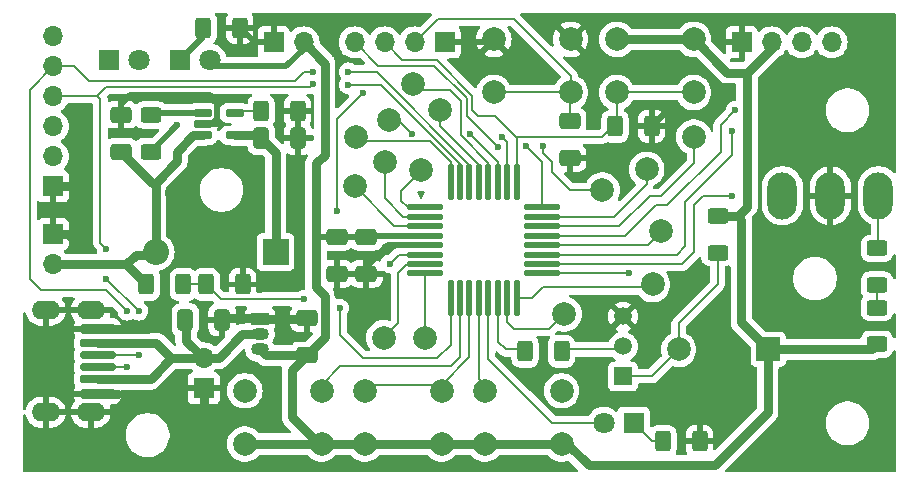
<source format=gbr>
%TF.GenerationSoftware,KiCad,Pcbnew,8.0.4*%
%TF.CreationDate,2024-08-25T14:18:05+02:00*%
%TF.ProjectId,cooking_thermometer,636f6f6b-696e-4675-9f74-6865726d6f6d,rev?*%
%TF.SameCoordinates,Original*%
%TF.FileFunction,Copper,L1,Top*%
%TF.FilePolarity,Positive*%
%FSLAX46Y46*%
G04 Gerber Fmt 4.6, Leading zero omitted, Abs format (unit mm)*
G04 Created by KiCad (PCBNEW 8.0.4) date 2024-08-25 14:18:05*
%MOMM*%
%LPD*%
G01*
G04 APERTURE LIST*
G04 Aperture macros list*
%AMRoundRect*
0 Rectangle with rounded corners*
0 $1 Rounding radius*
0 $2 $3 $4 $5 $6 $7 $8 $9 X,Y pos of 4 corners*
0 Add a 4 corners polygon primitive as box body*
4,1,4,$2,$3,$4,$5,$6,$7,$8,$9,$2,$3,0*
0 Add four circle primitives for the rounded corners*
1,1,$1+$1,$2,$3*
1,1,$1+$1,$4,$5*
1,1,$1+$1,$6,$7*
1,1,$1+$1,$8,$9*
0 Add four rect primitives between the rounded corners*
20,1,$1+$1,$2,$3,$4,$5,0*
20,1,$1+$1,$4,$5,$6,$7,0*
20,1,$1+$1,$6,$7,$8,$9,0*
20,1,$1+$1,$8,$9,$2,$3,0*%
G04 Aperture macros list end*
%TA.AperFunction,EtchedComponent*%
%ADD10C,0.200000*%
%TD*%
%TA.AperFunction,SMDPad,CuDef*%
%ADD11C,2.000000*%
%TD*%
%TA.AperFunction,SMDPad,CuDef*%
%ADD12RoundRect,0.250000X-0.400000X-0.625000X0.400000X-0.625000X0.400000X0.625000X-0.400000X0.625000X0*%
%TD*%
%TA.AperFunction,ComponentPad*%
%ADD13C,2.000000*%
%TD*%
%TA.AperFunction,SMDPad,CuDef*%
%ADD14RoundRect,0.125000X-1.375000X-0.125000X1.375000X-0.125000X1.375000X0.125000X-1.375000X0.125000X0*%
%TD*%
%TA.AperFunction,SMDPad,CuDef*%
%ADD15RoundRect,0.125000X-0.125000X-1.375000X0.125000X-1.375000X0.125000X1.375000X-0.125000X1.375000X0*%
%TD*%
%TA.AperFunction,SMDPad,CuDef*%
%ADD16RoundRect,0.250000X0.650000X-0.412500X0.650000X0.412500X-0.650000X0.412500X-0.650000X-0.412500X0*%
%TD*%
%TA.AperFunction,ComponentPad*%
%ADD17R,1.700000X1.700000*%
%TD*%
%TA.AperFunction,ComponentPad*%
%ADD18O,1.700000X1.700000*%
%TD*%
%TA.AperFunction,SMDPad,CuDef*%
%ADD19RoundRect,0.250000X-0.625000X0.400000X-0.625000X-0.400000X0.625000X-0.400000X0.625000X0.400000X0*%
%TD*%
%TA.AperFunction,ComponentPad*%
%ADD20R,2.200000X2.200000*%
%TD*%
%TA.AperFunction,ComponentPad*%
%ADD21O,2.200000X2.200000*%
%TD*%
%TA.AperFunction,ComponentPad*%
%ADD22R,1.800000X1.800000*%
%TD*%
%TA.AperFunction,ComponentPad*%
%ADD23C,1.800000*%
%TD*%
%TA.AperFunction,ComponentPad*%
%ADD24O,2.500000X4.000000*%
%TD*%
%TA.AperFunction,SMDPad,CuDef*%
%ADD25RoundRect,0.162500X-0.617500X-0.162500X0.617500X-0.162500X0.617500X0.162500X-0.617500X0.162500X0*%
%TD*%
%TA.AperFunction,ComponentPad*%
%ADD26R,1.500000X1.050000*%
%TD*%
%TA.AperFunction,ComponentPad*%
%ADD27O,1.500000X1.050000*%
%TD*%
%TA.AperFunction,SMDPad,CuDef*%
%ADD28RoundRect,0.175000X-1.325000X0.175000X-1.325000X-0.175000X1.325000X-0.175000X1.325000X0.175000X0*%
%TD*%
%TA.AperFunction,SMDPad,CuDef*%
%ADD29RoundRect,0.190000X1.310000X-0.190000X1.310000X0.190000X-1.310000X0.190000X-1.310000X-0.190000X0*%
%TD*%
%TA.AperFunction,SMDPad,CuDef*%
%ADD30RoundRect,0.200000X1.300000X-0.200000X1.300000X0.200000X-1.300000X0.200000X-1.300000X-0.200000X0*%
%TD*%
%TA.AperFunction,SMDPad,CuDef*%
%ADD31RoundRect,0.175000X1.325000X-0.175000X1.325000X0.175000X-1.325000X0.175000X-1.325000X-0.175000X0*%
%TD*%
%TA.AperFunction,SMDPad,CuDef*%
%ADD32RoundRect,0.190000X-1.310000X0.190000X-1.310000X-0.190000X1.310000X-0.190000X1.310000X0.190000X0*%
%TD*%
%TA.AperFunction,SMDPad,CuDef*%
%ADD33RoundRect,0.200000X-1.300000X0.200000X-1.300000X-0.200000X1.300000X-0.200000X1.300000X0.200000X0*%
%TD*%
%TA.AperFunction,ComponentPad*%
%ADD34O,2.400000X1.600000*%
%TD*%
%TA.AperFunction,SMDPad,CuDef*%
%ADD35RoundRect,0.250000X-0.650000X0.412500X-0.650000X-0.412500X0.650000X-0.412500X0.650000X0.412500X0*%
%TD*%
%TA.AperFunction,ComponentPad*%
%ADD36R,2.000000X2.000000*%
%TD*%
%TA.AperFunction,SMDPad,CuDef*%
%ADD37RoundRect,0.250000X-0.412500X-0.650000X0.412500X-0.650000X0.412500X0.650000X-0.412500X0.650000X0*%
%TD*%
%TA.AperFunction,ComponentPad*%
%ADD38R,1.500000X1.500000*%
%TD*%
%TA.AperFunction,ComponentPad*%
%ADD39C,1.500000*%
%TD*%
%TA.AperFunction,SMDPad,CuDef*%
%ADD40RoundRect,0.250000X0.625000X-0.400000X0.625000X0.400000X-0.625000X0.400000X-0.625000X-0.400000X0*%
%TD*%
%TA.AperFunction,SMDPad,CuDef*%
%ADD41RoundRect,0.250000X0.400000X0.625000X-0.400000X0.625000X-0.400000X-0.625000X0.400000X-0.625000X0*%
%TD*%
%TA.AperFunction,ViaPad*%
%ADD42C,0.600000*%
%TD*%
%TA.AperFunction,Conductor*%
%ADD43C,0.800000*%
%TD*%
%TA.AperFunction,Conductor*%
%ADD44C,0.500000*%
%TD*%
%TA.AperFunction,Conductor*%
%ADD45C,0.200000*%
%TD*%
G04 APERTURE END LIST*
D10*
%TO.C,U1*%
X181610000Y-92456000D02*
X181356000Y-91948000D01*
X181864000Y-91948000D01*
X181610000Y-92456000D01*
%TA.AperFunction,EtchedComponent*%
G36*
X181610000Y-92456000D02*
G01*
X181356000Y-91948000D01*
X181864000Y-91948000D01*
X181610000Y-92456000D01*
G37*
%TD.AperFunction*%
%TD*%
D11*
%TO.P,TP2,1,1*%
%TO.N,Net-(U1-PC14)*%
X178562000Y-89408000D03*
%TD*%
D12*
%TO.P,R3,1*%
%TO.N,Net-(D2-K)*%
X202132000Y-113030000D03*
%TO.P,R3,2*%
%TO.N,GND*%
X205232000Y-113030000D03*
%TD*%
D13*
%TO.P,SW4,1,1*%
%TO.N,+3.3V*%
X183388000Y-113250000D03*
X176888000Y-113250000D03*
%TO.P,SW4,2,2*%
%TO.N,/UI_B*%
X183388000Y-108750000D03*
X176888000Y-108750000D03*
%TD*%
D12*
%TO.P,R8,1*%
%TO.N,+BATT*%
X158400000Y-99750000D03*
%TO.P,R8,2*%
%TO.N,/ADC2_BATT_MEAS*%
X161500000Y-99750000D03*
%TD*%
D13*
%TO.P,SW5,1,1*%
%TO.N,+3.3V*%
X193548000Y-113250000D03*
X187048000Y-113250000D03*
%TO.P,SW5,2,2*%
%TO.N,/UI_C*%
X193548000Y-108750000D03*
X187048000Y-108750000D03*
%TD*%
D14*
%TO.P,U1,1,PB9*%
%TO.N,Net-(U1-PB9)*%
X182019000Y-93212000D03*
%TO.P,U1,2,PC14*%
%TO.N,Net-(U1-PC14)*%
X182019000Y-94012000D03*
%TO.P,U1,3,PC15*%
%TO.N,Net-(U1-PC15)*%
X182019000Y-94812000D03*
%TO.P,U1,4,VDD*%
%TO.N,+3.3V*%
X182019000Y-95612000D03*
%TO.P,U1,5,VSS*%
%TO.N,GND*%
X182019000Y-96412000D03*
%TO.P,U1,6,NRST*%
%TO.N,/NRST*%
X182019000Y-97212000D03*
%TO.P,U1,7,PA0*%
%TO.N,Net-(U1-PA0)*%
X182019000Y-98012000D03*
%TO.P,U1,8,PA1*%
%TO.N,Net-(U1-PA1)*%
X182019000Y-98812000D03*
D15*
%TO.P,U1,9,PA2*%
%TO.N,/ADC2_BATT_MEAS*%
X184144000Y-100937000D03*
%TO.P,U1,10,PA3*%
%TO.N,/UI_A*%
X184944000Y-100937000D03*
%TO.P,U1,11,PA4*%
%TO.N,/UI_B*%
X185744000Y-100937000D03*
%TO.P,U1,12,PA5*%
%TO.N,/UI_C*%
X186544000Y-100937000D03*
%TO.P,U1,13,PA6*%
%TO.N,/UI_LED*%
X187344000Y-100937000D03*
%TO.P,U1,14,PA7*%
%TO.N,/TIM3_CH2_BUZZER_PWM*%
X188144000Y-100937000D03*
%TO.P,U1,15,PB0*%
%TO.N,Net-(U1-PB0)*%
X188944000Y-100937000D03*
%TO.P,U1,16,PB1*%
%TO.N,Net-(U1-PB1)*%
X189744000Y-100937000D03*
D14*
%TO.P,U1,17,PB2*%
%TO.N,/ADC10_TEMP_MEAS*%
X191869000Y-98812000D03*
%TO.P,U1,18,PA8*%
%TO.N,/JACK_CONNECTED*%
X191869000Y-98012000D03*
%TO.P,U1,19,PA9/NC*%
%TO.N,/I2C1_SCL*%
X191869000Y-97212000D03*
%TO.P,U1,20,PC6*%
%TO.N,Net-(U1-PC6)*%
X191869000Y-96412000D03*
%TO.P,U1,21,PA10/NC*%
%TO.N,/I2C1_SDA*%
X191869000Y-95612000D03*
%TO.P,U1,22,PA11/PA9*%
%TO.N,Net-(U1-PA11{slash}PA9)*%
X191869000Y-94812000D03*
%TO.P,U1,23,PA12/PA10*%
%TO.N,Net-(U1-PA12{slash}PA10)*%
X191869000Y-94012000D03*
%TO.P,U1,24,PA13*%
%TO.N,/SWDIO*%
X191869000Y-93212000D03*
D15*
%TO.P,U1,25,PA14*%
%TO.N,/BOOT0*%
X189744000Y-91087000D03*
%TO.P,U1,26,PA15*%
%TO.N,Net-(U1-PA15)*%
X188944000Y-91087000D03*
%TO.P,U1,27,PB3*%
%TO.N,Net-(U1-PB3)*%
X188144000Y-91087000D03*
%TO.P,U1,28,PB4*%
%TO.N,Net-(U1-PB4)*%
X187344000Y-91087000D03*
%TO.P,U1,29,PB5*%
%TO.N,Net-(U1-PB5)*%
X186544000Y-91087000D03*
%TO.P,U1,30,PB6*%
%TO.N,/UART1_TX*%
X185744000Y-91087000D03*
%TO.P,U1,31,PB7*%
%TO.N,/UART1 RX*%
X184944000Y-91087000D03*
%TO.P,U1,32,PB8*%
%TO.N,Net-(U1-PB8)*%
X184144000Y-91087000D03*
%TD*%
D16*
%TO.P,C10,1*%
%TO.N,+BATT*%
X156250000Y-88500000D03*
%TO.P,C10,2*%
%TO.N,GND*%
X156250000Y-85375000D03*
%TD*%
D17*
%TO.P,J3,1,Pin_1*%
%TO.N,GND*%
X169164000Y-79248000D03*
D18*
%TO.P,J3,2,Pin_2*%
%TO.N,+3.3V*%
X171704000Y-79248000D03*
%TD*%
D11*
%TO.P,TP8,1,1*%
%TO.N,Net-(U1-PB5)*%
X183250000Y-85000000D03*
%TD*%
D19*
%TO.P,R5,1*%
%TO.N,+3.3V*%
X206750000Y-93950000D03*
%TO.P,R5,2*%
%TO.N,Net-(BZ1--)*%
X206750000Y-97050000D03*
%TD*%
D12*
%TO.P,R9,1*%
%TO.N,/ADC2_BATT_MEAS*%
X163450000Y-99750000D03*
%TO.P,R9,2*%
%TO.N,GND*%
X166550000Y-99750000D03*
%TD*%
D17*
%TO.P,J4,1,Pin_1*%
%TO.N,GND*%
X150500000Y-95475000D03*
D18*
%TO.P,J4,2,Pin_2*%
%TO.N,+BATT*%
X150500000Y-98015000D03*
%TD*%
D16*
%TO.P,C8,1*%
%TO.N,GND*%
X194250000Y-89062500D03*
%TO.P,C8,2*%
%TO.N,/NRST*%
X194250000Y-85937500D03*
%TD*%
D11*
%TO.P,TP10,1,1*%
%TO.N,Net-(U1-PB9)*%
X181610000Y-90043000D03*
%TD*%
D20*
%TO.P,D1,1,K*%
%TO.N,+5V_USB*%
X169330000Y-97000000D03*
D21*
%TO.P,D1,2,A*%
%TO.N,+BATT*%
X159170000Y-97000000D03*
%TD*%
D22*
%TO.P,D4,1,K*%
%TO.N,Net-(D4-K)*%
X161250000Y-80750000D03*
D23*
%TO.P,D4,2,A*%
%TO.N,+3.3V*%
X163790000Y-80750000D03*
%TD*%
D24*
%TO.P,J8,S*%
%TO.N,/ADC10_TEMP_MEAS*%
X220353500Y-92250000D03*
%TO.P,J8,T*%
%TO.N,GND*%
X216289500Y-92250000D03*
%TO.P,J8,TN*%
%TO.N,/JACK_CONNECTED*%
X212225500Y-92250000D03*
%TD*%
D25*
%TO.P,U3,1,STAT*%
%TO.N,Net-(U3-STAT)*%
X163167000Y-85222000D03*
%TO.P,U3,2,V_{SS}*%
%TO.N,GND*%
X163167000Y-86172000D03*
%TO.P,U3,3,V_{BAT}*%
%TO.N,+BATT*%
X163167000Y-87122000D03*
%TO.P,U3,4,V_{DD}*%
%TO.N,+5V_USB*%
X165867000Y-87122000D03*
%TO.P,U3,5,PROG*%
%TO.N,Net-(U3-PROG)*%
X165867000Y-85222000D03*
%TD*%
D26*
%TO.P,U2,1,GND*%
%TO.N,GND*%
X168000000Y-102710000D03*
D27*
%TO.P,U2,2,VI*%
%TO.N,+5V_USB*%
X168000000Y-103980000D03*
%TO.P,U2,3,VO*%
%TO.N,+3.3V*%
X168000000Y-105250000D03*
%TD*%
D11*
%TO.P,TP13,1,1*%
%TO.N,Net-(U1-PA11{slash}PA9)*%
X204750000Y-87250000D03*
%TD*%
D28*
%TO.P,J9,A5,CC1*%
%TO.N,/UART1 RX*%
X154252500Y-105750000D03*
D29*
%TO.P,J9,A9,VBUS*%
%TO.N,+5V_USB*%
X154252500Y-107770000D03*
D30*
%TO.P,J9,A12,GND*%
%TO.N,GND*%
X154252500Y-109000000D03*
D31*
%TO.P,J9,B5,CC2*%
%TO.N,/UART1_TX*%
X154252500Y-106750000D03*
D32*
%TO.P,J9,B9,VBUS*%
%TO.N,+5V_USB*%
X154252500Y-104730000D03*
D33*
%TO.P,J9,B12,GND*%
%TO.N,GND*%
X154252500Y-103500000D03*
D34*
%TO.P,J9,S1,SHIELD*%
X153672500Y-101930000D03*
X149872500Y-101930000D03*
X153672500Y-110570000D03*
X149872500Y-110570000D03*
%TD*%
D11*
%TO.P,TP9,1,1*%
%TO.N,Net-(U1-PB8)*%
X176149000Y-87249000D03*
%TD*%
D22*
%TO.P,D3,1,K*%
%TO.N,Net-(D3-K)*%
X155225000Y-80750000D03*
D23*
%TO.P,D3,2,A*%
%TO.N,+5V_USB*%
X157765000Y-80750000D03*
%TD*%
D11*
%TO.P,TP6,1,1*%
%TO.N,Net-(U1-PB3)*%
X178943000Y-85852000D03*
%TD*%
%TO.P,TP5,1,1*%
%TO.N,Net-(U1-PB1)*%
X201250000Y-99750000D03*
%TD*%
D17*
%TO.P,J2,1,Pin_1*%
%TO.N,GND*%
X183642000Y-79248000D03*
D18*
%TO.P,J2,2,Pin_2*%
%TO.N,/NRST*%
X181102000Y-79248000D03*
%TO.P,J2,3,Pin_3*%
%TO.N,/BOOT0*%
X178562000Y-79248000D03*
%TO.P,J2,4,Pin_4*%
%TO.N,/SWDIO*%
X176022000Y-79248000D03*
%TD*%
D17*
%TO.P,J7,1,Pin_1*%
%TO.N,GND*%
X163250000Y-108540000D03*
D18*
%TO.P,J7,2,Pin_2*%
%TO.N,+5V_USB*%
X163250000Y-106000000D03*
%TD*%
D35*
%TO.P,C4,1*%
%TO.N,+3.3V*%
X177000000Y-95719500D03*
%TO.P,C4,2*%
%TO.N,GND*%
X177000000Y-98844500D03*
%TD*%
D12*
%TO.P,R7,1*%
%TO.N,/TIM3_CH2_BUZZER_PWM*%
X190448000Y-105410000D03*
%TO.P,R7,2*%
%TO.N,Net-(Q1-B)*%
X193548000Y-105410000D03*
%TD*%
D11*
%TO.P,TP14,1,1*%
%TO.N,Net-(U1-PA12{slash}PA10)*%
X200750000Y-90000000D03*
%TD*%
D12*
%TO.P,R11,1*%
%TO.N,/BOOT0*%
X198068000Y-86360000D03*
%TO.P,R11,2*%
%TO.N,GND*%
X201168000Y-86360000D03*
%TD*%
D11*
%TO.P,TP1,1,1*%
%TO.N,Net-(U1-PC6)*%
X202000000Y-95250000D03*
%TD*%
D36*
%TO.P,BZ1,1,+*%
%TO.N,+3.3V*%
X211050000Y-105250000D03*
D13*
%TO.P,BZ1,2,-*%
%TO.N,Net-(BZ1--)*%
X203450000Y-105250000D03*
%TD*%
D37*
%TO.P,C2,1*%
%TO.N,+5V_USB*%
X161687500Y-102750000D03*
%TO.P,C2,2*%
%TO.N,GND*%
X164812500Y-102750000D03*
%TD*%
D35*
%TO.P,C3,1*%
%TO.N,+3.3V*%
X174500000Y-95719500D03*
%TO.P,C3,2*%
%TO.N,GND*%
X174500000Y-98844500D03*
%TD*%
D38*
%TO.P,Q1,1,C*%
%TO.N,Net-(BZ1--)*%
X198750000Y-107540000D03*
D39*
%TO.P,Q1,2,B*%
%TO.N,Net-(Q1-B)*%
X198750000Y-105000000D03*
%TO.P,Q1,3,E*%
%TO.N,GND*%
X198750000Y-102460000D03*
%TD*%
D11*
%TO.P,TP4,1,1*%
%TO.N,Net-(U1-PB0)*%
X193750000Y-102250000D03*
%TD*%
D40*
%TO.P,R6,1*%
%TO.N,Net-(D3-K)*%
X158750000Y-88500000D03*
%TO.P,R6,2*%
%TO.N,Net-(U3-STAT)*%
X158750000Y-85400000D03*
%TD*%
%TO.P,R1,1*%
%TO.N,Net-(R1-Pad1)*%
X220250000Y-99800000D03*
%TO.P,R1,2*%
%TO.N,/ADC10_TEMP_MEAS*%
X220250000Y-96700000D03*
%TD*%
D11*
%TO.P,TP11,1,1*%
%TO.N,Net-(U1-PA0)*%
X178500000Y-104250000D03*
%TD*%
D13*
%TO.P,SW1,1,1*%
%TO.N,+3.3V*%
X198224000Y-78994000D03*
X204724000Y-78994000D03*
%TO.P,SW1,2,2*%
%TO.N,/BOOT0*%
X198224000Y-83494000D03*
X204724000Y-83494000D03*
%TD*%
D16*
%TO.P,C1,1*%
%TO.N,+3.3V*%
X171958000Y-105750000D03*
%TO.P,C1,2*%
%TO.N,GND*%
X171958000Y-102625000D03*
%TD*%
D11*
%TO.P,TP12,1,1*%
%TO.N,Net-(U1-PA1)*%
X182000000Y-104250000D03*
%TD*%
%TO.P,TP15,1,1*%
%TO.N,Net-(U1-PA15)*%
X197000000Y-91750000D03*
%TD*%
D17*
%TO.P,J1,1,Pin_1*%
%TO.N,GND*%
X150500000Y-91440000D03*
D18*
%TO.P,J1,2,Pin_2*%
%TO.N,/CTS1*%
X150500000Y-88900000D03*
%TO.P,J1,3,Pin_3*%
%TO.N,+5V_FTDI*%
X150500000Y-86360000D03*
%TO.P,J1,4,Pin_4*%
%TO.N,/UART1 RX*%
X150500000Y-83820000D03*
%TO.P,J1,5,Pin_5*%
%TO.N,/UART1_TX*%
X150500000Y-81280000D03*
%TO.P,J1,6,Pin_6*%
%TO.N,/RTS1*%
X150500000Y-78740000D03*
%TD*%
D17*
%TO.P,J6,1,Pin_1*%
%TO.N,GND*%
X208788000Y-79248000D03*
D18*
%TO.P,J6,2,Pin_2*%
%TO.N,+3.3V*%
X211328000Y-79248000D03*
%TO.P,J6,3,Pin_3*%
%TO.N,/I2C1_SDA*%
X213868000Y-79248000D03*
%TO.P,J6,4,Pin_4*%
%TO.N,/I2C1_SCL*%
X216408000Y-79248000D03*
%TD*%
D41*
%TO.P,R4,1*%
%TO.N,GND*%
X171201000Y-85090000D03*
%TO.P,R4,2*%
%TO.N,Net-(U3-PROG)*%
X168101000Y-85090000D03*
%TD*%
D13*
%TO.P,SW2,1,1*%
%TO.N,GND*%
X187810000Y-78994000D03*
X194310000Y-78994000D03*
%TO.P,SW2,2,2*%
%TO.N,/NRST*%
X187810000Y-83494000D03*
X194310000Y-83494000D03*
%TD*%
D11*
%TO.P,TP3,1,1*%
%TO.N,Net-(U1-PC15)*%
X176022000Y-91440000D03*
%TD*%
D37*
%TO.P,C9,1*%
%TO.N,+5V_USB*%
X168109500Y-87376000D03*
%TO.P,C9,2*%
%TO.N,GND*%
X171234500Y-87376000D03*
%TD*%
D13*
%TO.P,SW3,1,1*%
%TO.N,+3.3V*%
X173228000Y-113250000D03*
X166728000Y-113250000D03*
%TO.P,SW3,2,2*%
%TO.N,/UI_A*%
X173228000Y-108750000D03*
X166728000Y-108750000D03*
%TD*%
D12*
%TO.P,R10,1*%
%TO.N,Net-(D4-K)*%
X163200000Y-78000000D03*
%TO.P,R10,2*%
%TO.N,GND*%
X166300000Y-78000000D03*
%TD*%
D11*
%TO.P,TP7,1,1*%
%TO.N,Net-(U1-PB4)*%
X181000000Y-82750000D03*
%TD*%
D22*
%TO.P,D2,1,K*%
%TO.N,Net-(D2-K)*%
X199644000Y-111506000D03*
D23*
%TO.P,D2,2,A*%
%TO.N,/UI_LED*%
X197104000Y-111506000D03*
%TD*%
D40*
%TO.P,R2,1*%
%TO.N,+3.3V*%
X220250000Y-104800000D03*
%TO.P,R2,2*%
%TO.N,Net-(R1-Pad1)*%
X220250000Y-101700000D03*
%TD*%
D42*
%TO.N,+5V_USB*%
X169330000Y-89250000D03*
%TO.N,GND*%
X216750000Y-103500000D03*
X174500000Y-100500000D03*
X160250000Y-92000000D03*
X213500000Y-109250000D03*
X202438000Y-85090000D03*
X159000000Y-103000000D03*
X157000000Y-83750000D03*
X172339000Y-87376000D03*
X177000000Y-100500000D03*
X220500000Y-80750000D03*
X161250000Y-94750000D03*
X163830000Y-83820000D03*
X178835939Y-96450939D03*
X172339000Y-85090000D03*
X211500000Y-87500000D03*
X152810000Y-91440000D03*
X196000000Y-88500000D03*
X206750000Y-113000000D03*
X211750000Y-114000000D03*
X193500000Y-115250000D03*
X168000000Y-100250000D03*
X152500000Y-96250000D03*
X156000000Y-109000000D03*
X183388000Y-115250000D03*
X164250000Y-111000000D03*
X173250000Y-115250000D03*
%TO.N,/NRST*%
X176750000Y-83500000D03*
X174500000Y-93500000D03*
X179000000Y-98000000D03*
%TO.N,Net-(D3-K)*%
X161000000Y-86250000D03*
%TO.N,/UART1_TX*%
X156750000Y-102000000D03*
X175500000Y-81750000D03*
X156750000Y-106750000D03*
X172466000Y-81788000D03*
%TO.N,/UART1 RX*%
X155000000Y-99250000D03*
X175500000Y-82842003D03*
X157750000Y-102000000D03*
X157750000Y-105750000D03*
X155000000Y-96750000D03*
X172466000Y-82804000D03*
%TO.N,/SWDIO*%
X188138000Y-88138000D03*
X190500000Y-88000000D03*
%TO.N,/ADC10_TEMP_MEAS*%
X199250000Y-98812000D03*
%TO.N,/I2C1_SCL*%
X208000000Y-86750000D03*
%TO.N,/I2C1_SDA*%
X208250000Y-85000000D03*
%TO.N,/ADC2_BATT_MEAS*%
X171750000Y-101000000D03*
X174750000Y-101750000D03*
%TO.N,Net-(U1-PB3)*%
X185757765Y-86992235D03*
X180848000Y-86995000D03*
%TO.N,Net-(U1-PA15)*%
X188500000Y-87250000D03*
X192000000Y-88000000D03*
%TO.N,/JACK_CONNECTED*%
X208000000Y-92250000D03*
%TD*%
D43*
%TO.N,+5V_USB*%
X159230000Y-104730000D02*
X160500000Y-106000000D01*
X163250000Y-106000000D02*
X161750000Y-104500000D01*
X169330000Y-88596500D02*
X168109500Y-87376000D01*
X169330000Y-88596500D02*
X169330000Y-89250000D01*
X167855500Y-87122000D02*
X165867000Y-87122000D01*
X163250000Y-106000000D02*
X160500000Y-106000000D01*
X163250000Y-106000000D02*
X164500000Y-106000000D01*
X154272500Y-107750000D02*
X154252500Y-107770000D01*
X160500000Y-106000000D02*
X158750000Y-107750000D01*
X164500000Y-106000000D02*
X166520000Y-103980000D01*
X154252500Y-104730000D02*
X159230000Y-104730000D01*
X161750000Y-104500000D02*
X161750000Y-102812500D01*
X161750000Y-102812500D02*
X161687500Y-102750000D01*
X166520000Y-103980000D02*
X168000000Y-103980000D01*
X169330000Y-88596500D02*
X169330000Y-97000000D01*
X169330000Y-88596500D02*
X167855500Y-87122000D01*
D44*
X167855500Y-87122000D02*
X168109500Y-87376000D01*
D43*
X158750000Y-107750000D02*
X154272500Y-107750000D01*
D44*
X168109500Y-88029500D02*
X168109500Y-87376000D01*
D43*
%TO.N,GND*%
X152810000Y-91440000D02*
X150500000Y-91440000D01*
D44*
X187556000Y-79248000D02*
X187810000Y-78994000D01*
D45*
X195437500Y-89062500D02*
X196000000Y-88500000D01*
D44*
X178835939Y-96450939D02*
X177000000Y-98286878D01*
D43*
X151725000Y-95475000D02*
X150500000Y-95475000D01*
D44*
X163946999Y-86172000D02*
X164397000Y-85721999D01*
D45*
X194250000Y-89062500D02*
X195437500Y-89062500D01*
D44*
X163167000Y-86172000D02*
X163946999Y-86172000D01*
X164397000Y-84387000D02*
X163830000Y-83820000D01*
X167548000Y-79248000D02*
X166300000Y-78000000D01*
X171201000Y-85090000D02*
X172339000Y-85090000D01*
D43*
X171873000Y-102710000D02*
X171958000Y-102625000D01*
D44*
X157007000Y-83743000D02*
X163753000Y-83743000D01*
D43*
X154252500Y-103500000D02*
X158500000Y-103500000D01*
D45*
X166550000Y-99750000D02*
X167500000Y-99750000D01*
D44*
X169164000Y-79248000D02*
X167548000Y-79248000D01*
X206720000Y-113030000D02*
X206750000Y-113000000D01*
X182019000Y-96412000D02*
X178874878Y-96412000D01*
X157000000Y-83750000D02*
X156250000Y-84500000D01*
D43*
X163250000Y-108540000D02*
X163250000Y-110000000D01*
D44*
X205232000Y-113030000D02*
X206720000Y-113030000D01*
X163753000Y-83743000D02*
X163830000Y-83820000D01*
X201168000Y-86360000D02*
X202438000Y-85090000D01*
X164397000Y-85721999D02*
X164397000Y-84387000D01*
X171234500Y-87376000D02*
X172339000Y-87376000D01*
X177000000Y-98844500D02*
X174500000Y-98844500D01*
X177000000Y-98286878D02*
X177000000Y-98844500D01*
D43*
X163250000Y-110000000D02*
X164250000Y-111000000D01*
X167915000Y-102625000D02*
X168000000Y-102710000D01*
D45*
X167500000Y-99750000D02*
X168000000Y-100250000D01*
D43*
X164750000Y-102625000D02*
X167915000Y-102625000D01*
X152500000Y-96250000D02*
X151725000Y-95475000D01*
D44*
X177000000Y-98844500D02*
X177000000Y-100500000D01*
X183642000Y-79248000D02*
X185750000Y-79248000D01*
D43*
X158500000Y-103500000D02*
X159000000Y-103000000D01*
D44*
X178874878Y-96412000D02*
X178835939Y-96450939D01*
D43*
X156000000Y-109000000D02*
X154252500Y-109000000D01*
D44*
X174500000Y-98844500D02*
X174500000Y-100500000D01*
D43*
X168000000Y-102710000D02*
X171873000Y-102710000D01*
D44*
X156250000Y-84500000D02*
X156250000Y-85375000D01*
X157000000Y-83750000D02*
X157007000Y-83743000D01*
X185750000Y-79248000D02*
X187556000Y-79248000D01*
D43*
%TO.N,+3.3V*%
X219800000Y-105250000D02*
X220250000Y-104800000D01*
X170750000Y-111000000D02*
X173000000Y-113250000D01*
X211050000Y-105250000D02*
X208750000Y-102950000D01*
D44*
X177107500Y-95612000D02*
X177000000Y-95719500D01*
D43*
X176888000Y-113250000D02*
X183388000Y-113250000D01*
X172750000Y-95750000D02*
X172750000Y-100000000D01*
X171958000Y-105750000D02*
X168500000Y-105750000D01*
D44*
X177000000Y-95719500D02*
X174500000Y-95719500D01*
D43*
X183388000Y-113250000D02*
X187048000Y-113250000D01*
D44*
X174500000Y-95719500D02*
X172780500Y-95719500D01*
D43*
X195834000Y-115062000D02*
X206502000Y-115062000D01*
X173228000Y-113250000D02*
X176888000Y-113250000D01*
X173500000Y-88750000D02*
X173500000Y-81044000D01*
X172750000Y-95250000D02*
X172750000Y-95750000D01*
D44*
X171704000Y-79796000D02*
X171704000Y-79248000D01*
D43*
X170750000Y-106958000D02*
X170750000Y-111000000D01*
X171958000Y-105750000D02*
X170750000Y-106958000D01*
X209250000Y-93150000D02*
X208450000Y-93950000D01*
X168500000Y-105750000D02*
X168000000Y-105250000D01*
X173500000Y-81044000D02*
X171704000Y-79248000D01*
D44*
X182019000Y-95612000D02*
X177107500Y-95612000D01*
D43*
X204724000Y-78994000D02*
X207558000Y-81828000D01*
X211000000Y-105300000D02*
X211050000Y-105250000D01*
X211050000Y-105250000D02*
X219800000Y-105250000D01*
X187048000Y-113250000D02*
X193548000Y-113250000D01*
X208450000Y-93950000D02*
X206750000Y-93950000D01*
X211328000Y-79248000D02*
X211328000Y-79750000D01*
X172750000Y-95250000D02*
X172750000Y-89500000D01*
X209250000Y-81828000D02*
X209250000Y-93150000D01*
X204724000Y-78994000D02*
X198224000Y-78994000D01*
X211328000Y-79750000D02*
X209250000Y-81828000D01*
D44*
X172780500Y-95719500D02*
X172750000Y-95750000D01*
X164290000Y-81250000D02*
X170250000Y-81250000D01*
D43*
X194022000Y-113250000D02*
X195834000Y-115062000D01*
X172750000Y-89500000D02*
X173500000Y-88750000D01*
D44*
X170250000Y-81250000D02*
X171704000Y-79796000D01*
D43*
X208750000Y-94250000D02*
X208450000Y-93950000D01*
X211000000Y-110564000D02*
X211000000Y-105300000D01*
X173500000Y-100750000D02*
X173500000Y-104208000D01*
D44*
X163790000Y-80750000D02*
X164290000Y-81250000D01*
D43*
X172750000Y-100000000D02*
X173500000Y-100750000D01*
X173228000Y-113250000D02*
X166728000Y-113250000D01*
X173000000Y-113250000D02*
X173228000Y-113250000D01*
X173500000Y-104208000D02*
X171958000Y-105750000D01*
X208750000Y-102950000D02*
X208750000Y-94250000D01*
X207558000Y-81828000D02*
X209250000Y-81828000D01*
X206502000Y-115062000D02*
X211000000Y-110564000D01*
D45*
%TO.N,/NRST*%
X174498000Y-85752000D02*
X176750000Y-83500000D01*
X194250000Y-83554000D02*
X194310000Y-83494000D01*
X174498000Y-92583000D02*
X174498000Y-85752000D01*
X183100000Y-77250000D02*
X189500000Y-77250000D01*
X181102000Y-79248000D02*
X183100000Y-77250000D01*
X179788000Y-97212000D02*
X182769000Y-97212000D01*
X187810000Y-83494000D02*
X194310000Y-83494000D01*
X189500000Y-77250000D02*
X194310000Y-82060000D01*
X174500000Y-92585000D02*
X174498000Y-92583000D01*
X179000000Y-98000000D02*
X179788000Y-97212000D01*
X194250000Y-85937500D02*
X194250000Y-83554000D01*
X174500000Y-93500000D02*
X174500000Y-92585000D01*
X194310000Y-82060000D02*
X194310000Y-83494000D01*
%TO.N,/BOOT0*%
X197866000Y-86106000D02*
X198224000Y-85748000D01*
X197866000Y-86360000D02*
X197866000Y-86106000D01*
X186000000Y-83750000D02*
X183000000Y-80750000D01*
X196976000Y-87250000D02*
X197866000Y-86360000D01*
X198224000Y-85748000D02*
X198224000Y-83494000D01*
X183000000Y-80750000D02*
X180064000Y-80750000D01*
X189744000Y-87250000D02*
X196976000Y-87250000D01*
X189680000Y-87250000D02*
X187930000Y-85500000D01*
X180064000Y-80750000D02*
X178562000Y-79248000D01*
X198224000Y-83494000D02*
X204724000Y-83494000D01*
X189744000Y-91837000D02*
X189744000Y-87250000D01*
X186000000Y-85000000D02*
X186000000Y-83750000D01*
X186500000Y-85500000D02*
X186000000Y-85000000D01*
X187930000Y-85500000D02*
X186500000Y-85500000D01*
D43*
%TO.N,+BATT*%
X150524000Y-98039000D02*
X156689000Y-98039000D01*
X158869000Y-91119000D02*
X156250000Y-88500000D01*
X161000000Y-89289000D02*
X159170000Y-91119000D01*
X150500000Y-98015000D02*
X150524000Y-98039000D01*
X156689000Y-98039000D02*
X157478000Y-97250000D01*
X159170000Y-91119000D02*
X158869000Y-91119000D01*
X162378000Y-87122000D02*
X161000000Y-88500000D01*
X157478000Y-97250000D02*
X158920000Y-97250000D01*
X156689000Y-98039000D02*
X158400000Y-99750000D01*
X158920000Y-97250000D02*
X159170000Y-97000000D01*
X159170000Y-91119000D02*
X159170000Y-97000000D01*
X163167000Y-87122000D02*
X162378000Y-87122000D01*
X161000000Y-88500000D02*
X161000000Y-89289000D01*
D44*
%TO.N,Net-(D3-K)*%
X158750000Y-88500000D02*
X161000000Y-86250000D01*
D45*
%TO.N,/UART1_TX*%
X148500000Y-83280000D02*
X150500000Y-81280000D01*
X185744000Y-89605000D02*
X185744000Y-91837000D01*
X177889000Y-81750000D02*
X185744000Y-89605000D01*
X171000000Y-82500000D02*
X171712000Y-81788000D01*
X148500000Y-99250000D02*
X148500000Y-83280000D01*
X175500000Y-81750000D02*
X177889000Y-81750000D01*
X153500000Y-82500000D02*
X171000000Y-82500000D01*
X149500000Y-100250000D02*
X148500000Y-99250000D01*
X155000000Y-100250000D02*
X149500000Y-100250000D01*
X171712000Y-81788000D02*
X172466000Y-81788000D01*
X156750000Y-102000000D02*
X155000000Y-100250000D01*
X154252500Y-106750000D02*
X156750000Y-106750000D01*
X152280000Y-81280000D02*
X153500000Y-82500000D01*
X150500000Y-81280000D02*
X152280000Y-81280000D01*
%TO.N,/UART1 RX*%
X154180000Y-83820000D02*
X155000000Y-83000000D01*
X154500000Y-96250000D02*
X154500000Y-84070000D01*
X157750000Y-105750000D02*
X154252500Y-105750000D01*
X157750000Y-102000000D02*
X155000000Y-99250000D01*
X172270000Y-83000000D02*
X172466000Y-82804000D01*
X150500000Y-83820000D02*
X154180000Y-83820000D01*
X154500000Y-84070000D02*
X154250000Y-83820000D01*
X175500000Y-82842003D02*
X178219003Y-82842003D01*
X184944000Y-89567000D02*
X184944000Y-91837000D01*
X178219003Y-82842003D02*
X184944000Y-89567000D01*
X155000000Y-96750000D02*
X154500000Y-96250000D01*
X155000000Y-83000000D02*
X172270000Y-83000000D01*
%TO.N,/SWDIO*%
X178024000Y-81250000D02*
X176022000Y-79248000D01*
X188138000Y-88138000D02*
X185500000Y-85500000D01*
X182750000Y-81250000D02*
X178024000Y-81250000D01*
X190500000Y-88000000D02*
X191897000Y-89397000D01*
X191897000Y-89397000D02*
X191897000Y-93184000D01*
X185500000Y-84000000D02*
X182750000Y-81250000D01*
X191897000Y-93184000D02*
X191869000Y-93212000D01*
X185500000Y-85500000D02*
X185500000Y-84000000D01*
%TO.N,/ADC10_TEMP_MEAS*%
X220353500Y-92250000D02*
X220353500Y-96596500D01*
X191869000Y-98812000D02*
X199250000Y-98812000D01*
X220353500Y-96596500D02*
X220250000Y-96700000D01*
%TO.N,/I2C1_SCL*%
X204000000Y-92750000D02*
X204000000Y-96500000D01*
X208000000Y-88750000D02*
X204000000Y-92750000D01*
X203288000Y-97212000D02*
X191119000Y-97212000D01*
X204000000Y-96500000D02*
X203288000Y-97212000D01*
X208000000Y-86750000D02*
X208000000Y-88750000D01*
%TO.N,/I2C1_SDA*%
X198888000Y-95612000D02*
X201500000Y-93000000D01*
X191119000Y-95612000D02*
X198888000Y-95612000D01*
X202500000Y-93000000D02*
X207000000Y-88500000D01*
X201500000Y-93000000D02*
X202500000Y-93000000D01*
X207000000Y-88500000D02*
X207000000Y-86250000D01*
X207000000Y-86250000D02*
X208250000Y-85000000D01*
%TO.N,/TIM3_CH2_BUZZER_PWM*%
X190288000Y-105250000D02*
X190448000Y-105410000D01*
X188144000Y-104578000D02*
X188816000Y-105250000D01*
X188816000Y-105250000D02*
X190288000Y-105250000D01*
X188144000Y-100187000D02*
X188144000Y-104578000D01*
%TO.N,Net-(U3-PROG)*%
X168101000Y-85090000D02*
X165999000Y-85090000D01*
X165999000Y-85090000D02*
X165867000Y-85222000D01*
D44*
%TO.N,Net-(U3-STAT)*%
X163167000Y-85222000D02*
X158928000Y-85222000D01*
X158928000Y-85222000D02*
X158750000Y-85400000D01*
D45*
%TO.N,/UI_LED*%
X187344000Y-106064000D02*
X192756000Y-111476000D01*
X192756000Y-111476000D02*
X197074000Y-111476000D01*
X187344000Y-100187000D02*
X187344000Y-106064000D01*
X197074000Y-111476000D02*
X197104000Y-111506000D01*
%TO.N,/UI_A*%
X174824000Y-106680000D02*
X173228000Y-108276000D01*
X184944000Y-105886000D02*
X184150000Y-106680000D01*
X184150000Y-106680000D02*
X174824000Y-106680000D01*
X184944000Y-100187000D02*
X184944000Y-105886000D01*
%TO.N,/UI_B*%
X185744000Y-100187000D02*
X185744000Y-105920000D01*
X185744000Y-105920000D02*
X183388000Y-108276000D01*
X176888000Y-108276000D02*
X183388000Y-108276000D01*
%TO.N,/UI_C*%
X186544000Y-100187000D02*
X186544000Y-107772000D01*
X186544000Y-107772000D02*
X187048000Y-108276000D01*
%TO.N,Net-(D2-K)*%
X202132000Y-113030000D02*
X201168000Y-113030000D01*
X201168000Y-113030000D02*
X199644000Y-111506000D01*
%TO.N,Net-(BZ1--)*%
X203450000Y-103050000D02*
X203450000Y-105250000D01*
X203450000Y-105250000D02*
X201200000Y-107500000D01*
X201200000Y-107500000D02*
X198790000Y-107500000D01*
X206750000Y-97050000D02*
X206750000Y-99750000D01*
X198790000Y-107500000D02*
X198750000Y-107540000D01*
X206750000Y-99750000D02*
X203450000Y-103050000D01*
%TO.N,Net-(Q1-B)*%
X198750000Y-105000000D02*
X198500000Y-105250000D01*
X193708000Y-105250000D02*
X193548000Y-105410000D01*
X198500000Y-105250000D02*
X193708000Y-105250000D01*
%TO.N,/ADC2_BATT_MEAS*%
X163450000Y-99750000D02*
X161500000Y-99750000D01*
X184144000Y-104856000D02*
X184144000Y-100937000D01*
X174750000Y-104000000D02*
X176750000Y-106000000D01*
X174750000Y-101750000D02*
X174750000Y-104000000D01*
X176750000Y-106000000D02*
X183000000Y-106000000D01*
X164700000Y-101000000D02*
X163450000Y-99750000D01*
X183000000Y-106000000D02*
X184144000Y-104856000D01*
X171750000Y-101000000D02*
X164700000Y-101000000D01*
%TO.N,Net-(U1-PC6)*%
X191869000Y-96412000D02*
X200838000Y-96412000D01*
X200838000Y-96412000D02*
X202000000Y-95250000D01*
%TO.N,Net-(U1-PC14)*%
X180118000Y-94012000D02*
X178562000Y-92456000D01*
X182769000Y-94012000D02*
X180118000Y-94012000D01*
X178562000Y-92456000D02*
X178562000Y-89408000D01*
%TO.N,Net-(U1-PC15)*%
X182019000Y-94812000D02*
X179394000Y-94812000D01*
X179394000Y-94812000D02*
X176022000Y-91440000D01*
%TO.N,Net-(U1-PB0)*%
X188944000Y-102944000D02*
X189500000Y-103500000D01*
X189500000Y-103500000D02*
X192500000Y-103500000D01*
X188944000Y-100937000D02*
X188944000Y-102944000D01*
X192500000Y-103500000D02*
X193750000Y-102250000D01*
%TO.N,Net-(U1-PB1)*%
X189744000Y-100937000D02*
X191063000Y-100937000D01*
X192000000Y-100000000D02*
X201000000Y-100000000D01*
X201000000Y-100000000D02*
X201250000Y-99750000D01*
X191063000Y-100937000D02*
X192000000Y-100000000D01*
%TO.N,Net-(U1-PB3)*%
X188144000Y-89378470D02*
X188144000Y-91087000D01*
X185757765Y-86992235D02*
X188144000Y-89378470D01*
X180848000Y-86995000D02*
X179705000Y-85852000D01*
X179705000Y-85852000D02*
X178943000Y-85852000D01*
%TO.N,Net-(U1-PB4)*%
X184088500Y-83312000D02*
X181610000Y-83312000D01*
X185000000Y-84223500D02*
X184088500Y-83312000D01*
X187344000Y-89427000D02*
X185000000Y-87083000D01*
X185000000Y-87083000D02*
X185000000Y-84223500D01*
X187344000Y-91837000D02*
X187344000Y-89427000D01*
%TO.N,Net-(U1-PB5)*%
X183250000Y-86349000D02*
X183250000Y-85000000D01*
X186544000Y-89643000D02*
X183250000Y-86349000D01*
X186544000Y-91837000D02*
X186544000Y-89643000D01*
%TO.N,Net-(U1-PB8)*%
X184144000Y-91837000D02*
X184144000Y-89402000D01*
X184144000Y-89402000D02*
X182372000Y-87630000D01*
X176530000Y-87630000D02*
X176149000Y-87249000D01*
X182372000Y-87630000D02*
X176530000Y-87630000D01*
%TO.N,Net-(U1-PB9)*%
X181356000Y-90424000D02*
X181864000Y-90424000D01*
X179959000Y-92651999D02*
X179959000Y-91821000D01*
X179959000Y-91821000D02*
X181356000Y-90424000D01*
X180519001Y-93212000D02*
X179959000Y-92651999D01*
X182019000Y-93212000D02*
X180519001Y-93212000D01*
%TO.N,Net-(U1-PA0)*%
X179705000Y-103045000D02*
X178500000Y-104250000D01*
X179705000Y-98765529D02*
X179705000Y-103045000D01*
X180458529Y-98012000D02*
X179705000Y-98765529D01*
X182019000Y-98012000D02*
X180458529Y-98012000D01*
%TO.N,Net-(U1-PA1)*%
X182019000Y-98812000D02*
X182000000Y-98812000D01*
X182000000Y-98812000D02*
X182000000Y-104250000D01*
%TO.N,Net-(U1-PA11{slash}PA9)*%
X202000000Y-92250000D02*
X204750000Y-89500000D01*
X198438000Y-94812000D02*
X201000000Y-92250000D01*
X201000000Y-92250000D02*
X202000000Y-92250000D01*
X204750000Y-89500000D02*
X204750000Y-87250000D01*
X191119000Y-94812000D02*
X198438000Y-94812000D01*
%TO.N,Net-(U1-PA12{slash}PA10)*%
X191869000Y-94012000D02*
X197988000Y-94012000D01*
X197988000Y-94012000D02*
X200750000Y-91250000D01*
X200750000Y-91250000D02*
X200750000Y-90000000D01*
%TO.N,Net-(U1-PA15)*%
X192750000Y-89342157D02*
X192750000Y-90250000D01*
X192750000Y-90250000D02*
X194250000Y-91750000D01*
X192000000Y-88000000D02*
X192000000Y-88592157D01*
X192000000Y-88592157D02*
X192750000Y-89342157D01*
X194250000Y-91750000D02*
X197000000Y-91750000D01*
X188944000Y-87694000D02*
X188944000Y-91087000D01*
X188500000Y-87250000D02*
X188944000Y-87694000D01*
D44*
%TO.N,Net-(D4-K)*%
X163200000Y-78800000D02*
X161250000Y-80750000D01*
X163200000Y-78000000D02*
X163200000Y-78800000D01*
D45*
%TO.N,/JACK_CONNECTED*%
X204750000Y-93000000D02*
X205500000Y-92250000D01*
X205500000Y-92250000D02*
X208000000Y-92250000D01*
X191869000Y-98012000D02*
X203738000Y-98012000D01*
X203738000Y-98012000D02*
X204750000Y-97000000D01*
X204750000Y-97000000D02*
X204750000Y-93000000D01*
%TO.N,Net-(R1-Pad1)*%
X220250000Y-99800000D02*
X220250000Y-101700000D01*
%TD*%
%TA.AperFunction,Conductor*%
%TO.N,GND*%
G36*
X172424561Y-83604896D02*
G01*
X172465998Y-83609565D01*
X172472964Y-83609565D01*
X172472964Y-83612048D01*
X172530427Y-83622108D01*
X172581811Y-83669452D01*
X172599500Y-83733279D01*
X172599500Y-86447653D01*
X172579815Y-86514692D01*
X172527011Y-86560447D01*
X172457853Y-86570391D01*
X172394297Y-86541366D01*
X172357794Y-86486657D01*
X172331358Y-86406880D01*
X172331356Y-86406875D01*
X172235525Y-86251509D01*
X172237463Y-86250313D01*
X172215439Y-86195728D01*
X172228476Y-86127085D01*
X172233307Y-86118508D01*
X172285355Y-86034126D01*
X172285358Y-86034119D01*
X172340505Y-85867697D01*
X172340506Y-85867690D01*
X172350999Y-85764986D01*
X172351000Y-85764973D01*
X172351000Y-85340000D01*
X171451000Y-85340000D01*
X171451000Y-85935343D01*
X171481666Y-85991504D01*
X171484500Y-86017862D01*
X171484500Y-88775999D01*
X171696972Y-88775999D01*
X171696986Y-88775998D01*
X171799695Y-88765506D01*
X171918519Y-88726131D01*
X171988348Y-88723729D01*
X172048390Y-88759460D01*
X172079583Y-88821981D01*
X172072023Y-88891440D01*
X172053381Y-88922498D01*
X172050536Y-88925964D01*
X172044324Y-88935262D01*
X172026119Y-88962508D01*
X172026118Y-88962509D01*
X171951988Y-89073450D01*
X171951987Y-89073452D01*
X171928033Y-89131283D01*
X171928033Y-89131284D01*
X171884105Y-89237333D01*
X171884103Y-89237341D01*
X171849530Y-89411152D01*
X171849500Y-89411307D01*
X171849500Y-100072410D01*
X171829815Y-100139449D01*
X171777011Y-100185204D01*
X171739384Y-100195630D01*
X171570749Y-100214630D01*
X171570745Y-100214631D01*
X171400476Y-100274211D01*
X171247736Y-100370185D01*
X171244903Y-100372445D01*
X171242724Y-100373334D01*
X171241842Y-100373889D01*
X171241744Y-100373734D01*
X171180217Y-100398855D01*
X171167588Y-100399500D01*
X167824000Y-100399500D01*
X167756961Y-100379815D01*
X167711206Y-100327011D01*
X167700000Y-100275500D01*
X167700000Y-100000000D01*
X165400001Y-100000000D01*
X165400001Y-100275500D01*
X165380316Y-100342539D01*
X165327512Y-100388294D01*
X165276001Y-100399500D01*
X165000097Y-100399500D01*
X164933058Y-100379815D01*
X164912416Y-100363181D01*
X164636818Y-100087583D01*
X164603333Y-100026260D01*
X164600499Y-99999902D01*
X164600499Y-99075013D01*
X165400000Y-99075013D01*
X165400000Y-99500000D01*
X166300000Y-99500000D01*
X166800000Y-99500000D01*
X167699999Y-99500000D01*
X167699999Y-99075028D01*
X167699998Y-99075013D01*
X167689505Y-98972302D01*
X167634358Y-98805880D01*
X167634356Y-98805875D01*
X167542315Y-98656654D01*
X167418345Y-98532684D01*
X167269124Y-98440643D01*
X167269119Y-98440641D01*
X167102697Y-98385494D01*
X167102690Y-98385493D01*
X166999986Y-98375000D01*
X166800000Y-98375000D01*
X166800000Y-99500000D01*
X166300000Y-99500000D01*
X166300000Y-98375000D01*
X166100029Y-98375000D01*
X166100012Y-98375001D01*
X165997302Y-98385494D01*
X165830880Y-98440641D01*
X165830875Y-98440643D01*
X165681654Y-98532684D01*
X165557684Y-98656654D01*
X165465643Y-98805875D01*
X165465641Y-98805880D01*
X165410494Y-98972302D01*
X165410493Y-98972309D01*
X165400000Y-99075013D01*
X164600499Y-99075013D01*
X164600499Y-99074998D01*
X164600498Y-99074981D01*
X164589999Y-98972203D01*
X164589998Y-98972200D01*
X164585685Y-98959185D01*
X164534814Y-98805666D01*
X164442712Y-98656344D01*
X164318656Y-98532288D01*
X164169334Y-98440186D01*
X164002797Y-98385001D01*
X164002795Y-98385000D01*
X163900010Y-98374500D01*
X162999998Y-98374500D01*
X162999980Y-98374501D01*
X162897203Y-98385000D01*
X162897200Y-98385001D01*
X162730668Y-98440185D01*
X162730663Y-98440187D01*
X162581342Y-98532289D01*
X162562681Y-98550951D01*
X162501358Y-98584436D01*
X162431666Y-98579452D01*
X162387319Y-98550951D01*
X162368657Y-98532289D01*
X162368656Y-98532288D01*
X162219334Y-98440186D01*
X162052797Y-98385001D01*
X162052795Y-98385000D01*
X161950010Y-98374500D01*
X161049998Y-98374500D01*
X161049980Y-98374501D01*
X160947203Y-98385000D01*
X160947200Y-98385001D01*
X160780668Y-98440185D01*
X160780663Y-98440187D01*
X160631342Y-98532289D01*
X160507289Y-98656342D01*
X160415187Y-98805663D01*
X160415185Y-98805668D01*
X160414648Y-98807289D01*
X160360001Y-98972203D01*
X160360001Y-98972204D01*
X160360000Y-98972204D01*
X160349500Y-99074983D01*
X160349500Y-100425001D01*
X160349501Y-100425018D01*
X160360000Y-100527796D01*
X160360001Y-100527799D01*
X160415185Y-100694331D01*
X160415187Y-100694336D01*
X160443366Y-100740021D01*
X160507288Y-100843656D01*
X160631344Y-100967712D01*
X160780666Y-101059814D01*
X160947203Y-101114999D01*
X161049991Y-101125500D01*
X161061450Y-101125499D01*
X161128487Y-101145179D01*
X161174246Y-101197980D01*
X161184194Y-101267138D01*
X161155174Y-101330695D01*
X161100460Y-101367205D01*
X160955666Y-101415186D01*
X160955663Y-101415187D01*
X160806342Y-101507289D01*
X160682289Y-101631342D01*
X160590187Y-101780663D01*
X160590185Y-101780668D01*
X160576905Y-101820745D01*
X160535001Y-101947203D01*
X160535001Y-101947204D01*
X160535000Y-101947204D01*
X160524500Y-102049983D01*
X160524500Y-103450001D01*
X160524501Y-103450008D01*
X160535000Y-103552796D01*
X160535001Y-103552799D01*
X160590185Y-103719331D01*
X160590187Y-103719336D01*
X160613161Y-103756582D01*
X160682096Y-103868345D01*
X160682289Y-103868657D01*
X160811451Y-103997819D01*
X160809559Y-103999710D01*
X160842774Y-104046583D01*
X160849500Y-104086867D01*
X160849500Y-104588696D01*
X160880549Y-104744789D01*
X160884105Y-104762666D01*
X160890018Y-104776940D01*
X160891575Y-104780699D01*
X160899043Y-104850169D01*
X160867767Y-104912648D01*
X160807678Y-104948300D01*
X160737853Y-104945805D01*
X160689332Y-104915832D01*
X159804039Y-104030538D01*
X159804038Y-104030537D01*
X159761590Y-104002175D01*
X159724660Y-103977499D01*
X159724658Y-103977498D01*
X159724658Y-103977497D01*
X159656544Y-103931985D01*
X159656542Y-103931984D01*
X159574607Y-103898046D01*
X159574606Y-103898046D01*
X159492666Y-103864105D01*
X159492658Y-103864103D01*
X159318696Y-103829500D01*
X159318692Y-103829500D01*
X159318691Y-103829500D01*
X156376500Y-103829500D01*
X156309461Y-103809815D01*
X156288970Y-103786167D01*
X156288819Y-103786319D01*
X156252500Y-103750000D01*
X152252501Y-103750000D01*
X152252501Y-103756582D01*
X152258908Y-103827102D01*
X152258909Y-103827107D01*
X152309481Y-103989398D01*
X152309482Y-103989400D01*
X152350203Y-104056761D01*
X152368039Y-104124315D01*
X152350204Y-104185058D01*
X152308210Y-104254525D01*
X152258322Y-104414623D01*
X152252000Y-104484201D01*
X152252000Y-104975808D01*
X152258321Y-105045376D01*
X152258324Y-105045386D01*
X152310337Y-105212303D01*
X152311489Y-105282163D01*
X152309183Y-105288559D01*
X152309219Y-105288570D01*
X152258186Y-105452338D01*
X152258185Y-105452341D01*
X152258185Y-105452343D01*
X152252000Y-105520406D01*
X152252000Y-105979594D01*
X152253855Y-106000000D01*
X152258185Y-106047654D01*
X152258186Y-106047661D01*
X152309219Y-106211430D01*
X152306491Y-106212279D01*
X152314222Y-106268361D01*
X152308366Y-106288304D01*
X152309219Y-106288570D01*
X152258186Y-106452338D01*
X152258185Y-106452341D01*
X152258185Y-106452343D01*
X152252000Y-106520406D01*
X152252000Y-106979594D01*
X152258185Y-107047657D01*
X152258186Y-107047662D01*
X152258187Y-107047664D01*
X152309219Y-107211432D01*
X152306726Y-107212208D01*
X152314591Y-107269125D01*
X152310338Y-107287695D01*
X152295578Y-107335063D01*
X152261121Y-107445643D01*
X152258323Y-107454621D01*
X152252000Y-107524201D01*
X152252000Y-108015808D01*
X152258321Y-108085376D01*
X152258323Y-108085383D01*
X152308208Y-108245470D01*
X152308209Y-108245472D01*
X152350203Y-108314939D01*
X152368039Y-108382494D01*
X152350204Y-108443236D01*
X152309481Y-108510601D01*
X152309480Y-108510603D01*
X152258909Y-108672893D01*
X152252500Y-108743427D01*
X152252500Y-108750000D01*
X156252499Y-108750000D01*
X156262683Y-108739815D01*
X156272184Y-108707461D01*
X156324988Y-108661706D01*
X156376499Y-108650500D01*
X158838693Y-108650500D01*
X158838694Y-108650499D01*
X159012666Y-108615895D01*
X159094606Y-108581953D01*
X159176547Y-108548013D01*
X159176549Y-108548011D01*
X159176552Y-108548010D01*
X159264955Y-108488939D01*
X159264955Y-108488938D01*
X159264959Y-108488936D01*
X159324036Y-108449464D01*
X160836680Y-106936818D01*
X160898003Y-106903334D01*
X160924361Y-106900500D01*
X162189242Y-106900500D01*
X162256281Y-106920185D01*
X162276923Y-106936819D01*
X162333818Y-106993714D01*
X162367303Y-107055037D01*
X162362319Y-107124729D01*
X162320447Y-107180662D01*
X162289471Y-107197577D01*
X162157912Y-107246646D01*
X162157906Y-107246649D01*
X162042812Y-107332809D01*
X162042809Y-107332812D01*
X161956649Y-107447906D01*
X161956645Y-107447913D01*
X161906403Y-107582620D01*
X161906401Y-107582627D01*
X161900000Y-107642155D01*
X161900000Y-108290000D01*
X162816988Y-108290000D01*
X162784075Y-108347007D01*
X162750000Y-108474174D01*
X162750000Y-108605826D01*
X162784075Y-108732993D01*
X162816988Y-108790000D01*
X161900000Y-108790000D01*
X161900000Y-109437844D01*
X161906401Y-109497372D01*
X161906403Y-109497379D01*
X161956645Y-109632086D01*
X161956649Y-109632093D01*
X162042809Y-109747187D01*
X162042812Y-109747190D01*
X162157906Y-109833350D01*
X162157913Y-109833354D01*
X162292620Y-109883596D01*
X162292627Y-109883598D01*
X162352155Y-109889999D01*
X162352172Y-109890000D01*
X163000000Y-109890000D01*
X163000000Y-108973012D01*
X163057007Y-109005925D01*
X163184174Y-109040000D01*
X163315826Y-109040000D01*
X163442993Y-109005925D01*
X163500000Y-108973012D01*
X163500000Y-109890000D01*
X164147828Y-109890000D01*
X164147844Y-109889999D01*
X164207372Y-109883598D01*
X164207379Y-109883596D01*
X164342086Y-109833354D01*
X164342093Y-109833350D01*
X164457187Y-109747190D01*
X164457190Y-109747187D01*
X164543350Y-109632093D01*
X164543354Y-109632086D01*
X164593596Y-109497379D01*
X164593598Y-109497372D01*
X164599999Y-109437844D01*
X164600000Y-109437827D01*
X164600000Y-108790000D01*
X163683012Y-108790000D01*
X163706109Y-108749994D01*
X165222357Y-108749994D01*
X165222357Y-108750000D01*
X165242890Y-108997812D01*
X165242892Y-108997824D01*
X165303936Y-109238881D01*
X165403826Y-109466606D01*
X165539833Y-109674782D01*
X165545706Y-109681162D01*
X165708256Y-109857738D01*
X165904491Y-110010474D01*
X165904493Y-110010475D01*
X166091924Y-110111908D01*
X166123190Y-110128828D01*
X166358386Y-110209571D01*
X166603665Y-110250500D01*
X166852335Y-110250500D01*
X167097614Y-110209571D01*
X167332810Y-110128828D01*
X167551509Y-110010474D01*
X167747744Y-109857738D01*
X167916164Y-109674785D01*
X168052173Y-109466607D01*
X168152063Y-109238881D01*
X168213108Y-108997821D01*
X168217155Y-108948989D01*
X168233643Y-108750000D01*
X168233643Y-108749994D01*
X168213109Y-108502187D01*
X168213107Y-108502178D01*
X168184440Y-108388972D01*
X168152063Y-108261118D01*
X168052173Y-108033393D01*
X167916166Y-107825217D01*
X167894557Y-107801744D01*
X167747744Y-107642262D01*
X167551509Y-107489526D01*
X167551507Y-107489525D01*
X167551506Y-107489524D01*
X167332811Y-107371172D01*
X167332802Y-107371169D01*
X167097616Y-107290429D01*
X166852335Y-107249500D01*
X166603665Y-107249500D01*
X166358383Y-107290429D01*
X166123197Y-107371169D01*
X166123188Y-107371172D01*
X165904493Y-107489524D01*
X165708257Y-107642261D01*
X165539833Y-107825217D01*
X165403826Y-108033393D01*
X165303936Y-108261118D01*
X165242892Y-108502175D01*
X165242890Y-108502187D01*
X165222357Y-108749994D01*
X163706109Y-108749994D01*
X163715925Y-108732993D01*
X163750000Y-108605826D01*
X163750000Y-108474174D01*
X163715925Y-108347007D01*
X163683012Y-108290000D01*
X164600000Y-108290000D01*
X164600000Y-107642172D01*
X164599999Y-107642155D01*
X164593598Y-107582627D01*
X164593596Y-107582620D01*
X164543354Y-107447913D01*
X164543350Y-107447906D01*
X164457190Y-107332812D01*
X164457187Y-107332809D01*
X164342093Y-107246649D01*
X164342088Y-107246646D01*
X164210528Y-107197577D01*
X164154595Y-107155705D01*
X164130178Y-107090241D01*
X164145030Y-107021968D01*
X164166179Y-106993716D01*
X164223078Y-106936818D01*
X164284401Y-106903334D01*
X164310758Y-106900500D01*
X164588693Y-106900500D01*
X164588694Y-106900499D01*
X164762666Y-106865895D01*
X164851599Y-106829057D01*
X164926547Y-106798013D01*
X164997653Y-106750500D01*
X165014955Y-106738939D01*
X165014955Y-106738938D01*
X165014959Y-106738936D01*
X165074036Y-106699464D01*
X166537819Y-105235679D01*
X166599142Y-105202195D01*
X166668834Y-105207179D01*
X166724767Y-105249051D01*
X166749184Y-105314515D01*
X166749500Y-105323361D01*
X166749500Y-105351007D01*
X166788907Y-105549119D01*
X166788909Y-105549127D01*
X166866212Y-105735752D01*
X166866217Y-105735762D01*
X166978441Y-105903718D01*
X167121281Y-106046558D01*
X167289237Y-106158782D01*
X167289241Y-106158784D01*
X167289244Y-106158786D01*
X167475873Y-106236091D01*
X167668970Y-106274500D01*
X167673992Y-106275499D01*
X167673996Y-106275500D01*
X167673997Y-106275500D01*
X167700639Y-106275500D01*
X167767678Y-106295185D01*
X167788320Y-106311819D01*
X167800536Y-106324035D01*
X167908953Y-106432452D01*
X167925966Y-106449465D01*
X167999208Y-106498404D01*
X168073453Y-106548013D01*
X168073454Y-106548013D01*
X168073455Y-106548014D01*
X168091685Y-106555565D01*
X168121452Y-106567895D01*
X168237334Y-106615895D01*
X168398991Y-106648050D01*
X168411303Y-106650499D01*
X168411307Y-106650500D01*
X168411308Y-106650500D01*
X168411309Y-106650500D01*
X169741929Y-106650500D01*
X169808968Y-106670185D01*
X169854723Y-106722989D01*
X169864667Y-106792147D01*
X169863546Y-106798692D01*
X169855222Y-106840534D01*
X169855223Y-106840535D01*
X169849500Y-106869308D01*
X169849500Y-111088696D01*
X169884103Y-111262658D01*
X169884105Y-111262666D01*
X169918046Y-111344606D01*
X169918046Y-111344607D01*
X169951983Y-111426540D01*
X169951990Y-111426552D01*
X170005072Y-111505995D01*
X170005073Y-111505996D01*
X170005076Y-111506000D01*
X170039095Y-111556913D01*
X170050537Y-111574038D01*
X170050538Y-111574039D01*
X170614319Y-112137819D01*
X170647804Y-112199142D01*
X170642820Y-112268833D01*
X170600949Y-112324767D01*
X170535484Y-112349184D01*
X170526638Y-112349500D01*
X167992911Y-112349500D01*
X167925872Y-112329815D01*
X167901684Y-112309485D01*
X167747744Y-112142262D01*
X167551509Y-111989526D01*
X167551507Y-111989525D01*
X167551506Y-111989524D01*
X167332811Y-111871172D01*
X167332802Y-111871169D01*
X167097616Y-111790429D01*
X166852335Y-111749500D01*
X166603665Y-111749500D01*
X166358383Y-111790429D01*
X166123197Y-111871169D01*
X166123188Y-111871172D01*
X165904493Y-111989524D01*
X165708257Y-112142261D01*
X165539833Y-112325217D01*
X165403826Y-112533393D01*
X165303936Y-112761118D01*
X165242892Y-113002175D01*
X165242890Y-113002187D01*
X165222357Y-113249994D01*
X165222357Y-113250005D01*
X165242890Y-113497812D01*
X165242892Y-113497824D01*
X165303936Y-113738881D01*
X165403826Y-113966606D01*
X165539833Y-114174782D01*
X165539836Y-114174785D01*
X165708256Y-114357738D01*
X165904491Y-114510474D01*
X166123190Y-114628828D01*
X166358386Y-114709571D01*
X166603665Y-114750500D01*
X166852335Y-114750500D01*
X167097614Y-114709571D01*
X167332810Y-114628828D01*
X167551509Y-114510474D01*
X167747744Y-114357738D01*
X167901682Y-114190516D01*
X167961568Y-114154527D01*
X167992911Y-114150500D01*
X171963089Y-114150500D01*
X172030128Y-114170185D01*
X172054315Y-114190514D01*
X172208256Y-114357738D01*
X172404491Y-114510474D01*
X172623190Y-114628828D01*
X172858386Y-114709571D01*
X173103665Y-114750500D01*
X173352335Y-114750500D01*
X173597614Y-114709571D01*
X173832810Y-114628828D01*
X174051509Y-114510474D01*
X174247744Y-114357738D01*
X174401682Y-114190516D01*
X174461568Y-114154527D01*
X174492911Y-114150500D01*
X175623089Y-114150500D01*
X175690128Y-114170185D01*
X175714315Y-114190514D01*
X175868256Y-114357738D01*
X176064491Y-114510474D01*
X176283190Y-114628828D01*
X176518386Y-114709571D01*
X176763665Y-114750500D01*
X177012335Y-114750500D01*
X177257614Y-114709571D01*
X177492810Y-114628828D01*
X177711509Y-114510474D01*
X177907744Y-114357738D01*
X178061682Y-114190516D01*
X178121568Y-114154527D01*
X178152911Y-114150500D01*
X182123089Y-114150500D01*
X182190128Y-114170185D01*
X182214315Y-114190514D01*
X182368256Y-114357738D01*
X182564491Y-114510474D01*
X182783190Y-114628828D01*
X183018386Y-114709571D01*
X183263665Y-114750500D01*
X183512335Y-114750500D01*
X183757614Y-114709571D01*
X183992810Y-114628828D01*
X184211509Y-114510474D01*
X184407744Y-114357738D01*
X184561682Y-114190516D01*
X184621568Y-114154527D01*
X184652911Y-114150500D01*
X185783089Y-114150500D01*
X185850128Y-114170185D01*
X185874315Y-114190514D01*
X186028256Y-114357738D01*
X186224491Y-114510474D01*
X186443190Y-114628828D01*
X186678386Y-114709571D01*
X186923665Y-114750500D01*
X187172335Y-114750500D01*
X187417614Y-114709571D01*
X187652810Y-114628828D01*
X187871509Y-114510474D01*
X188067744Y-114357738D01*
X188221682Y-114190516D01*
X188281568Y-114154527D01*
X188312911Y-114150500D01*
X192283089Y-114150500D01*
X192350128Y-114170185D01*
X192374315Y-114190514D01*
X192528256Y-114357738D01*
X192724491Y-114510474D01*
X192943190Y-114628828D01*
X193178386Y-114709571D01*
X193423665Y-114750500D01*
X193672335Y-114750500D01*
X193917614Y-114709571D01*
X193917617Y-114709570D01*
X194060630Y-114660472D01*
X194130427Y-114657323D01*
X194188573Y-114690073D01*
X194936319Y-115437819D01*
X194969804Y-115499142D01*
X194964820Y-115568834D01*
X194922948Y-115624767D01*
X194857484Y-115649184D01*
X194848638Y-115649500D01*
X148074500Y-115649500D01*
X148007461Y-115629815D01*
X147961706Y-115577011D01*
X147950500Y-115525500D01*
X147950500Y-112378711D01*
X156649500Y-112378711D01*
X156649500Y-112621288D01*
X156681161Y-112861785D01*
X156743947Y-113096104D01*
X156836207Y-113318838D01*
X156836776Y-113320212D01*
X156958064Y-113530289D01*
X156958066Y-113530292D01*
X156958067Y-113530293D01*
X157105733Y-113722736D01*
X157105739Y-113722743D01*
X157277256Y-113894260D01*
X157277262Y-113894265D01*
X157469711Y-114041936D01*
X157679788Y-114163224D01*
X157903900Y-114256054D01*
X158138211Y-114318838D01*
X158318586Y-114342584D01*
X158378711Y-114350500D01*
X158378712Y-114350500D01*
X158621289Y-114350500D01*
X158669388Y-114344167D01*
X158861789Y-114318838D01*
X159096100Y-114256054D01*
X159320212Y-114163224D01*
X159530289Y-114041936D01*
X159722738Y-113894265D01*
X159894265Y-113722738D01*
X160041936Y-113530289D01*
X160163224Y-113320212D01*
X160256054Y-113096100D01*
X160318838Y-112861789D01*
X160350500Y-112621288D01*
X160350500Y-112378712D01*
X160318838Y-112138211D01*
X160256054Y-111903900D01*
X160163224Y-111679788D01*
X160041936Y-111469711D01*
X159894265Y-111277262D01*
X159894260Y-111277256D01*
X159722743Y-111105739D01*
X159722736Y-111105733D01*
X159530293Y-110958067D01*
X159530292Y-110958066D01*
X159530289Y-110958064D01*
X159320212Y-110836776D01*
X159296203Y-110826831D01*
X159096104Y-110743947D01*
X158978944Y-110712554D01*
X158861789Y-110681162D01*
X158861788Y-110681161D01*
X158861785Y-110681161D01*
X158621289Y-110649500D01*
X158621288Y-110649500D01*
X158378712Y-110649500D01*
X158378711Y-110649500D01*
X158138214Y-110681161D01*
X157903895Y-110743947D01*
X157679794Y-110836773D01*
X157679785Y-110836777D01*
X157469706Y-110958067D01*
X157277263Y-111105733D01*
X157277256Y-111105739D01*
X157105739Y-111277256D01*
X157105733Y-111277263D01*
X156958067Y-111469706D01*
X156836777Y-111679785D01*
X156836773Y-111679794D01*
X156743947Y-111903895D01*
X156681161Y-112138214D01*
X156649500Y-112378711D01*
X147950500Y-112378711D01*
X147950500Y-110846229D01*
X147970185Y-110779190D01*
X148022989Y-110733435D01*
X148092147Y-110723491D01*
X148155703Y-110752516D01*
X148193477Y-110811294D01*
X148196973Y-110826831D01*
X148204509Y-110874417D01*
X148267744Y-111069031D01*
X148360640Y-111251349D01*
X148480917Y-111416894D01*
X148480917Y-111416895D01*
X148625604Y-111561582D01*
X148791150Y-111681859D01*
X148973468Y-111774755D01*
X149168082Y-111837990D01*
X149370183Y-111870000D01*
X149622500Y-111870000D01*
X149622500Y-110870000D01*
X150122500Y-110870000D01*
X150122500Y-111870000D01*
X150374817Y-111870000D01*
X150576917Y-111837990D01*
X150771531Y-111774755D01*
X150953849Y-111681859D01*
X151119394Y-111561582D01*
X151119395Y-111561582D01*
X151264082Y-111416895D01*
X151264082Y-111416894D01*
X151384359Y-111251349D01*
X151477255Y-111069029D01*
X151540490Y-110874413D01*
X151549109Y-110820000D01*
X150439488Y-110820000D01*
X150456705Y-110810060D01*
X150512560Y-110754205D01*
X150552056Y-110685796D01*
X150572500Y-110609496D01*
X150572500Y-110530504D01*
X150552056Y-110454204D01*
X150512560Y-110385795D01*
X150456705Y-110329940D01*
X150439488Y-110320000D01*
X151549109Y-110320000D01*
X151995891Y-110320000D01*
X153105512Y-110320000D01*
X153088295Y-110329940D01*
X153032440Y-110385795D01*
X152992944Y-110454204D01*
X152972500Y-110530504D01*
X152972500Y-110609496D01*
X152992944Y-110685796D01*
X153032440Y-110754205D01*
X153088295Y-110810060D01*
X153105512Y-110820000D01*
X151995891Y-110820000D01*
X152004509Y-110874413D01*
X152067744Y-111069029D01*
X152160640Y-111251349D01*
X152280917Y-111416894D01*
X152280917Y-111416895D01*
X152425604Y-111561582D01*
X152591150Y-111681859D01*
X152773468Y-111774755D01*
X152968082Y-111837990D01*
X153170183Y-111870000D01*
X153422500Y-111870000D01*
X153422500Y-110870000D01*
X153922500Y-110870000D01*
X153922500Y-111870000D01*
X154174817Y-111870000D01*
X154376917Y-111837990D01*
X154571531Y-111774755D01*
X154753849Y-111681859D01*
X154919394Y-111561582D01*
X154919395Y-111561582D01*
X155064082Y-111416895D01*
X155064082Y-111416894D01*
X155184359Y-111251349D01*
X155277255Y-111069029D01*
X155340490Y-110874413D01*
X155349109Y-110820000D01*
X154239488Y-110820000D01*
X154256705Y-110810060D01*
X154312560Y-110754205D01*
X154352056Y-110685796D01*
X154372500Y-110609496D01*
X154372500Y-110530504D01*
X154352056Y-110454204D01*
X154312560Y-110385795D01*
X154256705Y-110329940D01*
X154239488Y-110320000D01*
X155349109Y-110320000D01*
X155340490Y-110265586D01*
X155275751Y-110066339D01*
X155276866Y-110065976D01*
X155269986Y-110001983D01*
X155301260Y-109939504D01*
X155361349Y-109903851D01*
X155392016Y-109899999D01*
X155609081Y-109899999D01*
X155679602Y-109893591D01*
X155679607Y-109893590D01*
X155841896Y-109843018D01*
X155987377Y-109755072D01*
X156107572Y-109634877D01*
X156195519Y-109489395D01*
X156246090Y-109327106D01*
X156252500Y-109256572D01*
X156252500Y-109250000D01*
X152252501Y-109250000D01*
X152252501Y-109256582D01*
X152258908Y-109327102D01*
X152258909Y-109327107D01*
X152309480Y-109489395D01*
X152309482Y-109489400D01*
X152336512Y-109534113D01*
X152354348Y-109601667D01*
X152332830Y-109668141D01*
X152318078Y-109685941D01*
X152280921Y-109723099D01*
X152280919Y-109723101D01*
X152160640Y-109888650D01*
X152067744Y-110070970D01*
X152004509Y-110265586D01*
X151995891Y-110320000D01*
X151549109Y-110320000D01*
X151540490Y-110265586D01*
X151477255Y-110070970D01*
X151384359Y-109888650D01*
X151264082Y-109723105D01*
X151264082Y-109723104D01*
X151119395Y-109578417D01*
X150953849Y-109458140D01*
X150771531Y-109365244D01*
X150576917Y-109302009D01*
X150374817Y-109270000D01*
X150122500Y-109270000D01*
X150122500Y-110270000D01*
X149622500Y-110270000D01*
X149622500Y-109270000D01*
X149370183Y-109270000D01*
X149168082Y-109302009D01*
X148973468Y-109365244D01*
X148791150Y-109458140D01*
X148625605Y-109578417D01*
X148625604Y-109578417D01*
X148480917Y-109723104D01*
X148480917Y-109723105D01*
X148360640Y-109888650D01*
X148267744Y-110070968D01*
X148204509Y-110265582D01*
X148196973Y-110313168D01*
X148167044Y-110376303D01*
X148107732Y-110413234D01*
X148037870Y-110412236D01*
X147979637Y-110373626D01*
X147951523Y-110309662D01*
X147950500Y-110293770D01*
X147950500Y-102206229D01*
X147970185Y-102139190D01*
X148022989Y-102093435D01*
X148092147Y-102083491D01*
X148155703Y-102112516D01*
X148193477Y-102171294D01*
X148196973Y-102186831D01*
X148204509Y-102234417D01*
X148267744Y-102429031D01*
X148360640Y-102611349D01*
X148480917Y-102776894D01*
X148480917Y-102776895D01*
X148625604Y-102921582D01*
X148791150Y-103041859D01*
X148973468Y-103134755D01*
X149168082Y-103197990D01*
X149370183Y-103230000D01*
X149622500Y-103230000D01*
X149622500Y-102230000D01*
X150122500Y-102230000D01*
X150122500Y-103230000D01*
X150374817Y-103230000D01*
X150576917Y-103197990D01*
X150771531Y-103134755D01*
X150953849Y-103041859D01*
X151119394Y-102921582D01*
X151119395Y-102921582D01*
X151264082Y-102776895D01*
X151264082Y-102776894D01*
X151384359Y-102611349D01*
X151477255Y-102429029D01*
X151540490Y-102234413D01*
X151549109Y-102180000D01*
X150439488Y-102180000D01*
X150456705Y-102170060D01*
X150512560Y-102114205D01*
X150552056Y-102045796D01*
X150572500Y-101969496D01*
X150572500Y-101890504D01*
X150552056Y-101814204D01*
X150512560Y-101745795D01*
X150456705Y-101689940D01*
X150439488Y-101680000D01*
X151549109Y-101680000D01*
X151540490Y-101625586D01*
X151477255Y-101430970D01*
X151384359Y-101248650D01*
X151264082Y-101083105D01*
X151264082Y-101083104D01*
X151243159Y-101062181D01*
X151209674Y-101000858D01*
X151214658Y-100931166D01*
X151256530Y-100875233D01*
X151321994Y-100850816D01*
X151330840Y-100850500D01*
X152214160Y-100850500D01*
X152281199Y-100870185D01*
X152326954Y-100922989D01*
X152336898Y-100992147D01*
X152307873Y-101055703D01*
X152301841Y-101062181D01*
X152280917Y-101083104D01*
X152280917Y-101083105D01*
X152160640Y-101248650D01*
X152067744Y-101430970D01*
X152004509Y-101625586D01*
X151995891Y-101680000D01*
X153105512Y-101680000D01*
X153088295Y-101689940D01*
X153032440Y-101745795D01*
X152992944Y-101814204D01*
X152972500Y-101890504D01*
X152972500Y-101969496D01*
X152992944Y-102045796D01*
X153032440Y-102114205D01*
X153088295Y-102170060D01*
X153105512Y-102180000D01*
X151995891Y-102180000D01*
X152004509Y-102234413D01*
X152067744Y-102429029D01*
X152160640Y-102611349D01*
X152280917Y-102776894D01*
X152280917Y-102776895D01*
X152318077Y-102814055D01*
X152351562Y-102875378D01*
X152346578Y-102945070D01*
X152336513Y-102965885D01*
X152309482Y-103010599D01*
X152309480Y-103010603D01*
X152258909Y-103172893D01*
X152252500Y-103243427D01*
X152252500Y-103250000D01*
X156252499Y-103250000D01*
X156252499Y-103243417D01*
X156246091Y-103172897D01*
X156246090Y-103172892D01*
X156195518Y-103010603D01*
X156107572Y-102865122D01*
X155987377Y-102744927D01*
X155841895Y-102656980D01*
X155841896Y-102656980D01*
X155679605Y-102606409D01*
X155679606Y-102606409D01*
X155609072Y-102600000D01*
X155392017Y-102600000D01*
X155324978Y-102580315D01*
X155279223Y-102527511D01*
X155269279Y-102458353D01*
X155276026Y-102433750D01*
X155275751Y-102433661D01*
X155340490Y-102234413D01*
X155349109Y-102180000D01*
X154239488Y-102180000D01*
X154256705Y-102170060D01*
X154312560Y-102114205D01*
X154352056Y-102045796D01*
X154372500Y-101969496D01*
X154372500Y-101890504D01*
X154352056Y-101814204D01*
X154312560Y-101745795D01*
X154256705Y-101689940D01*
X154239488Y-101680000D01*
X155349109Y-101680000D01*
X155368701Y-101657060D01*
X155427207Y-101618866D01*
X155497075Y-101618366D01*
X155550673Y-101649909D01*
X155919298Y-102018534D01*
X155952783Y-102079857D01*
X155954837Y-102092331D01*
X155964630Y-102179249D01*
X156024210Y-102349521D01*
X156074170Y-102429031D01*
X156120184Y-102502262D01*
X156247738Y-102629816D01*
X156296778Y-102660630D01*
X156392999Y-102721090D01*
X156400478Y-102725789D01*
X156527112Y-102770100D01*
X156570745Y-102785368D01*
X156570750Y-102785369D01*
X156749996Y-102805565D01*
X156750000Y-102805565D01*
X156750004Y-102805565D01*
X156929249Y-102785369D01*
X156929252Y-102785368D01*
X156929255Y-102785368D01*
X157099522Y-102725789D01*
X157107001Y-102721090D01*
X157184027Y-102672691D01*
X157251264Y-102653690D01*
X157315973Y-102672691D01*
X157400475Y-102725788D01*
X157570745Y-102785368D01*
X157570750Y-102785369D01*
X157749996Y-102805565D01*
X157750000Y-102805565D01*
X157750004Y-102805565D01*
X157929249Y-102785369D01*
X157929252Y-102785368D01*
X157929255Y-102785368D01*
X158099522Y-102725789D01*
X158252262Y-102629816D01*
X158379816Y-102502262D01*
X158475789Y-102349522D01*
X158535368Y-102179255D01*
X158536404Y-102170060D01*
X158555565Y-102000003D01*
X158555565Y-101999996D01*
X158535369Y-101820750D01*
X158535368Y-101820745D01*
X158486119Y-101680000D01*
X158475789Y-101650478D01*
X158475431Y-101649909D01*
X158436582Y-101588080D01*
X158379816Y-101497738D01*
X158252262Y-101370184D01*
X158252260Y-101370182D01*
X158227289Y-101354492D01*
X158180998Y-101302157D01*
X158170351Y-101233104D01*
X158198726Y-101169256D01*
X158257116Y-101130884D01*
X158293257Y-101125499D01*
X158850008Y-101125499D01*
X158850016Y-101125498D01*
X158850019Y-101125498D01*
X158906302Y-101119748D01*
X158952797Y-101114999D01*
X159119334Y-101059814D01*
X159268656Y-100967712D01*
X159392712Y-100843656D01*
X159484814Y-100694334D01*
X159539999Y-100527797D01*
X159550500Y-100425009D01*
X159550499Y-99074992D01*
X159539999Y-98972203D01*
X159484814Y-98805666D01*
X159448288Y-98746448D01*
X159429849Y-98679057D01*
X159450772Y-98612394D01*
X159504414Y-98567624D01*
X159524881Y-98560779D01*
X159565818Y-98550951D01*
X159666111Y-98526873D01*
X159898859Y-98430466D01*
X160113659Y-98298836D01*
X160305224Y-98135224D01*
X160468836Y-97943659D01*
X160600466Y-97728859D01*
X160696873Y-97496111D01*
X160755683Y-97251148D01*
X160775449Y-97000000D01*
X160755683Y-96748852D01*
X160696873Y-96503889D01*
X160654038Y-96400476D01*
X160600466Y-96271140D01*
X160478809Y-96072616D01*
X160468838Y-96056345D01*
X160468838Y-96056343D01*
X160370261Y-95940925D01*
X160305224Y-95864776D01*
X160113967Y-95701427D01*
X160075775Y-95642921D01*
X160070500Y-95607138D01*
X160070500Y-91628711D01*
X162899500Y-91628711D01*
X162899500Y-91871288D01*
X162931161Y-92111785D01*
X162993947Y-92346104D01*
X163086773Y-92570205D01*
X163086776Y-92570212D01*
X163208064Y-92780289D01*
X163208066Y-92780292D01*
X163208067Y-92780293D01*
X163355733Y-92972736D01*
X163355739Y-92972743D01*
X163527256Y-93144260D01*
X163527263Y-93144266D01*
X163639862Y-93230666D01*
X163719711Y-93291936D01*
X163929788Y-93413224D01*
X164125269Y-93494195D01*
X164139291Y-93500003D01*
X164153900Y-93506054D01*
X164388211Y-93568838D01*
X164568586Y-93592584D01*
X164628711Y-93600500D01*
X164628712Y-93600500D01*
X164871289Y-93600500D01*
X164919388Y-93594167D01*
X165111789Y-93568838D01*
X165346100Y-93506054D01*
X165570212Y-93413224D01*
X165780289Y-93291936D01*
X165972738Y-93144265D01*
X166144265Y-92972738D01*
X166291936Y-92780289D01*
X166413224Y-92570212D01*
X166506054Y-92346100D01*
X166568838Y-92111789D01*
X166600500Y-91871288D01*
X166600500Y-91628712D01*
X166599377Y-91620185D01*
X166579762Y-91471189D01*
X166568838Y-91388211D01*
X166506054Y-91153900D01*
X166504231Y-91149500D01*
X166489188Y-91113181D01*
X166413224Y-90929788D01*
X166291936Y-90719711D01*
X166144265Y-90527262D01*
X166144260Y-90527256D01*
X165972743Y-90355739D01*
X165972736Y-90355733D01*
X165780293Y-90208067D01*
X165780292Y-90208066D01*
X165780289Y-90208064D01*
X165570212Y-90086776D01*
X165570205Y-90086773D01*
X165346104Y-89993947D01*
X165157256Y-89943345D01*
X165111789Y-89931162D01*
X165111788Y-89931161D01*
X165111785Y-89931161D01*
X164871289Y-89899500D01*
X164871288Y-89899500D01*
X164628712Y-89899500D01*
X164628711Y-89899500D01*
X164388214Y-89931161D01*
X164153895Y-89993947D01*
X163929794Y-90086773D01*
X163929785Y-90086777D01*
X163719706Y-90208067D01*
X163527263Y-90355733D01*
X163527256Y-90355739D01*
X163355739Y-90527256D01*
X163355733Y-90527263D01*
X163208067Y-90719706D01*
X163208064Y-90719710D01*
X163208064Y-90719711D01*
X163199394Y-90734728D01*
X163086777Y-90929785D01*
X163086773Y-90929794D01*
X162993947Y-91153895D01*
X162931161Y-91388214D01*
X162899500Y-91628711D01*
X160070500Y-91628711D01*
X160070500Y-91543362D01*
X160090185Y-91476323D01*
X160106819Y-91455681D01*
X161699461Y-89863039D01*
X161699464Y-89863036D01*
X161722122Y-89829125D01*
X161766529Y-89762667D01*
X161766529Y-89762666D01*
X161798013Y-89715547D01*
X161824956Y-89650500D01*
X161865895Y-89551666D01*
X161900500Y-89377692D01*
X161900500Y-89200308D01*
X161900500Y-88924361D01*
X161920185Y-88857322D01*
X161936819Y-88836680D01*
X162714680Y-88058819D01*
X162776003Y-88025334D01*
X162802361Y-88022500D01*
X163255693Y-88022500D01*
X163255694Y-88022499D01*
X163429666Y-87987894D01*
X163504400Y-87956937D01*
X163551853Y-87947499D01*
X163838097Y-87947499D01*
X163904882Y-87941431D01*
X163904885Y-87941430D01*
X163904887Y-87941430D01*
X164058602Y-87893531D01*
X164196388Y-87810236D01*
X164310236Y-87696388D01*
X164393531Y-87558602D01*
X164398613Y-87542290D01*
X164437347Y-87484143D01*
X164501371Y-87456167D01*
X164570357Y-87467245D01*
X164622402Y-87513862D01*
X164635383Y-87542284D01*
X164640467Y-87558598D01*
X164640468Y-87558600D01*
X164640469Y-87558602D01*
X164712042Y-87676998D01*
X164723766Y-87696391D01*
X164837608Y-87810233D01*
X164837610Y-87810234D01*
X164837612Y-87810236D01*
X164975398Y-87893531D01*
X165129113Y-87941430D01*
X165195909Y-87947500D01*
X165482147Y-87947499D01*
X165529599Y-87956937D01*
X165604334Y-87987894D01*
X165778128Y-88022464D01*
X165778304Y-88022499D01*
X165778307Y-88022500D01*
X165778309Y-88022500D01*
X166829057Y-88022500D01*
X166896096Y-88042185D01*
X166941851Y-88094989D01*
X166952415Y-88133900D01*
X166957000Y-88178796D01*
X166957001Y-88178799D01*
X166999285Y-88306402D01*
X167012186Y-88345334D01*
X167104288Y-88494656D01*
X167228344Y-88618712D01*
X167377666Y-88710814D01*
X167544203Y-88765999D01*
X167646991Y-88776500D01*
X168005769Y-88776499D01*
X168029956Y-88778880D01*
X168035582Y-88780000D01*
X168035584Y-88780000D01*
X168188638Y-88780000D01*
X168255677Y-88799685D01*
X168276319Y-88816319D01*
X168393181Y-88933181D01*
X168426666Y-88994504D01*
X168429500Y-89020862D01*
X168429500Y-95275500D01*
X168409815Y-95342539D01*
X168357011Y-95388294D01*
X168305501Y-95399500D01*
X168182130Y-95399500D01*
X168182123Y-95399501D01*
X168122516Y-95405908D01*
X167987671Y-95456202D01*
X167987664Y-95456206D01*
X167872455Y-95542452D01*
X167872452Y-95542455D01*
X167786206Y-95657664D01*
X167786202Y-95657671D01*
X167735908Y-95792517D01*
X167731274Y-95835624D01*
X167729501Y-95852123D01*
X167729500Y-95852135D01*
X167729500Y-98147870D01*
X167729501Y-98147876D01*
X167735908Y-98207483D01*
X167786202Y-98342328D01*
X167786206Y-98342335D01*
X167872452Y-98457544D01*
X167872455Y-98457547D01*
X167987664Y-98543793D01*
X167987671Y-98543797D01*
X168122517Y-98594091D01*
X168122516Y-98594091D01*
X168126321Y-98594500D01*
X168182127Y-98600500D01*
X170477872Y-98600499D01*
X170537483Y-98594091D01*
X170672331Y-98543796D01*
X170787546Y-98457546D01*
X170873796Y-98342331D01*
X170924091Y-98207483D01*
X170930500Y-98147873D01*
X170930499Y-95852128D01*
X170924091Y-95792517D01*
X170923829Y-95791815D01*
X170873797Y-95657671D01*
X170873793Y-95657664D01*
X170787547Y-95542455D01*
X170787544Y-95542452D01*
X170672335Y-95456206D01*
X170672328Y-95456202D01*
X170537482Y-95405908D01*
X170537483Y-95405908D01*
X170477883Y-95399501D01*
X170477881Y-95399500D01*
X170477873Y-95399500D01*
X170477865Y-95399500D01*
X170354500Y-95399500D01*
X170287461Y-95379815D01*
X170241706Y-95327011D01*
X170230500Y-95275500D01*
X170230500Y-88764528D01*
X170250185Y-88697489D01*
X170302989Y-88651734D01*
X170372147Y-88641790D01*
X170419597Y-88658990D01*
X170502869Y-88710353D01*
X170502880Y-88710358D01*
X170669302Y-88765505D01*
X170669309Y-88765506D01*
X170772019Y-88775999D01*
X170984499Y-88775999D01*
X170984500Y-88775998D01*
X170984500Y-87626000D01*
X170072001Y-87626000D01*
X170072001Y-87765638D01*
X170052316Y-87832677D01*
X169999512Y-87878432D01*
X169930354Y-87888376D01*
X169866798Y-87859351D01*
X169860320Y-87853319D01*
X169308818Y-87301817D01*
X169275333Y-87240494D01*
X169272499Y-87214136D01*
X169272499Y-86675998D01*
X169272498Y-86675981D01*
X169261999Y-86573203D01*
X169261998Y-86573200D01*
X169260476Y-86568607D01*
X169206814Y-86406666D01*
X169121636Y-86268569D01*
X169103197Y-86201180D01*
X169121637Y-86138381D01*
X169185814Y-86034334D01*
X169240999Y-85867797D01*
X169251500Y-85765009D01*
X169251500Y-85764986D01*
X170051001Y-85764986D01*
X170061494Y-85867697D01*
X170116641Y-86034119D01*
X170116643Y-86034124D01*
X170201949Y-86172426D01*
X170220389Y-86239819D01*
X170201949Y-86302620D01*
X170137643Y-86406875D01*
X170137641Y-86406880D01*
X170082494Y-86573302D01*
X170082493Y-86573309D01*
X170072000Y-86676013D01*
X170072000Y-87126000D01*
X170984500Y-87126000D01*
X170984500Y-86505656D01*
X170953834Y-86449496D01*
X170951000Y-86423138D01*
X170951000Y-85340000D01*
X170051001Y-85340000D01*
X170051001Y-85764986D01*
X169251500Y-85764986D01*
X169251499Y-84414992D01*
X169250365Y-84403895D01*
X169240999Y-84312203D01*
X169240998Y-84312200D01*
X169231452Y-84283393D01*
X169185814Y-84145666D01*
X169093712Y-83996344D01*
X168969656Y-83872288D01*
X168969655Y-83872287D01*
X168901159Y-83830039D01*
X168854434Y-83778091D01*
X168843211Y-83709129D01*
X168871054Y-83645046D01*
X168929123Y-83606190D01*
X168966255Y-83600500D01*
X170336697Y-83600500D01*
X170403736Y-83620185D01*
X170449491Y-83672989D01*
X170459435Y-83742147D01*
X170430410Y-83805703D01*
X170401794Y-83830039D01*
X170332654Y-83872684D01*
X170208684Y-83996654D01*
X170116643Y-84145875D01*
X170116641Y-84145880D01*
X170061494Y-84312302D01*
X170061493Y-84312309D01*
X170051001Y-84415012D01*
X170051000Y-84415026D01*
X170051000Y-84840000D01*
X172350999Y-84840000D01*
X172350999Y-84415028D01*
X172350998Y-84415012D01*
X172340505Y-84312302D01*
X172285358Y-84145880D01*
X172285356Y-84145875D01*
X172193315Y-83996654D01*
X172069345Y-83872684D01*
X172000206Y-83830039D01*
X171953482Y-83778091D01*
X171942259Y-83709128D01*
X171970103Y-83645046D01*
X172028171Y-83606190D01*
X172065303Y-83600500D01*
X172183331Y-83600500D01*
X172183347Y-83600501D01*
X172190943Y-83600501D01*
X172349053Y-83600501D01*
X172349057Y-83600501D01*
X172349060Y-83600499D01*
X172350868Y-83600262D01*
X172380939Y-83599981D01*
X172424561Y-83604896D01*
G37*
%TD.AperFunction*%
%TA.AperFunction,Conductor*%
G36*
X221780858Y-105302586D02*
G01*
X221832058Y-105350129D01*
X221849500Y-105413543D01*
X221849500Y-115525500D01*
X221829815Y-115592539D01*
X221777011Y-115638294D01*
X221725500Y-115649500D01*
X207487362Y-115649500D01*
X207420323Y-115629815D01*
X207374568Y-115577011D01*
X207364624Y-115507853D01*
X207393649Y-115444297D01*
X207399681Y-115437819D01*
X211458788Y-111378711D01*
X215899500Y-111378711D01*
X215899500Y-111621288D01*
X215931161Y-111861785D01*
X215993947Y-112096104D01*
X216082332Y-112309483D01*
X216086776Y-112320212D01*
X216208064Y-112530289D01*
X216208066Y-112530292D01*
X216208067Y-112530293D01*
X216355733Y-112722736D01*
X216355739Y-112722743D01*
X216527256Y-112894260D01*
X216527263Y-112894266D01*
X216543207Y-112906500D01*
X216719711Y-113041936D01*
X216929788Y-113163224D01*
X217153900Y-113256054D01*
X217388211Y-113318838D01*
X217568586Y-113342584D01*
X217628711Y-113350500D01*
X217628712Y-113350500D01*
X217871289Y-113350500D01*
X217919388Y-113344167D01*
X218111789Y-113318838D01*
X218346100Y-113256054D01*
X218570212Y-113163224D01*
X218780289Y-113041936D01*
X218972738Y-112894265D01*
X219144265Y-112722738D01*
X219291936Y-112530289D01*
X219413224Y-112320212D01*
X219506054Y-112096100D01*
X219568838Y-111861789D01*
X219600500Y-111621288D01*
X219600500Y-111378712D01*
X219568838Y-111138211D01*
X219506054Y-110903900D01*
X219413224Y-110679788D01*
X219291936Y-110469711D01*
X219210567Y-110363669D01*
X219144266Y-110277263D01*
X219144260Y-110277256D01*
X218972743Y-110105739D01*
X218972736Y-110105733D01*
X218780293Y-109958067D01*
X218780292Y-109958066D01*
X218780289Y-109958064D01*
X218606519Y-109857738D01*
X218570214Y-109836777D01*
X218570205Y-109836773D01*
X218346104Y-109743947D01*
X218111785Y-109681161D01*
X217871289Y-109649500D01*
X217871288Y-109649500D01*
X217628712Y-109649500D01*
X217628711Y-109649500D01*
X217388214Y-109681161D01*
X217153895Y-109743947D01*
X216929794Y-109836773D01*
X216929785Y-109836777D01*
X216719706Y-109958067D01*
X216527263Y-110105733D01*
X216527256Y-110105739D01*
X216355739Y-110277256D01*
X216355733Y-110277263D01*
X216208067Y-110469706D01*
X216086777Y-110679785D01*
X216086773Y-110679794D01*
X215993947Y-110903895D01*
X215931161Y-111138214D01*
X215899500Y-111378711D01*
X211458788Y-111378711D01*
X211699461Y-111138038D01*
X211699460Y-111138038D01*
X211699464Y-111138035D01*
X211732435Y-111088691D01*
X211798013Y-110990547D01*
X211833903Y-110903900D01*
X211865895Y-110826666D01*
X211900500Y-110652691D01*
X211900500Y-110475308D01*
X211900500Y-106874499D01*
X211920185Y-106807460D01*
X211972989Y-106761705D01*
X212024500Y-106750499D01*
X212097871Y-106750499D01*
X212097872Y-106750499D01*
X212157483Y-106744091D01*
X212292331Y-106693796D01*
X212407546Y-106607546D01*
X212493796Y-106492331D01*
X212544091Y-106357483D01*
X212550500Y-106297873D01*
X212550500Y-106274500D01*
X212570185Y-106207461D01*
X212622989Y-106161706D01*
X212674500Y-106150500D01*
X219888693Y-106150500D01*
X219888694Y-106150499D01*
X220062666Y-106115895D01*
X220151599Y-106079057D01*
X220226547Y-106048013D01*
X220328943Y-105979594D01*
X220341211Y-105971397D01*
X220407888Y-105950519D01*
X220410102Y-105950499D01*
X220925002Y-105950499D01*
X220925008Y-105950499D01*
X221027797Y-105939999D01*
X221194334Y-105884814D01*
X221343656Y-105792712D01*
X221467712Y-105668656D01*
X221559814Y-105519334D01*
X221607794Y-105374537D01*
X221647567Y-105317094D01*
X221712082Y-105290271D01*
X221780858Y-105302586D01*
G37*
%TD.AperFunction*%
%TA.AperFunction,Conductor*%
G36*
X207816366Y-98170739D02*
G01*
X207847559Y-98233259D01*
X207849500Y-98255116D01*
X207849500Y-103038696D01*
X207884103Y-103212658D01*
X207884105Y-103212666D01*
X207912218Y-103280536D01*
X207951985Y-103376544D01*
X207951987Y-103376547D01*
X208001073Y-103450009D01*
X208030630Y-103494244D01*
X208050537Y-103524038D01*
X208050538Y-103524039D01*
X209513181Y-104986681D01*
X209546666Y-105048004D01*
X209549500Y-105074362D01*
X209549500Y-106297870D01*
X209549501Y-106297876D01*
X209555908Y-106357483D01*
X209606202Y-106492328D01*
X209606206Y-106492335D01*
X209692452Y-106607544D01*
X209692455Y-106607547D01*
X209807664Y-106693793D01*
X209807671Y-106693797D01*
X209942516Y-106744091D01*
X209988757Y-106749063D01*
X210053307Y-106775801D01*
X210093155Y-106833194D01*
X210099500Y-106872352D01*
X210099500Y-110139637D01*
X210079815Y-110206676D01*
X210063181Y-110227318D01*
X206593681Y-113696818D01*
X206532358Y-113730303D01*
X206462666Y-113725319D01*
X206406733Y-113683447D01*
X206382316Y-113617983D01*
X206382000Y-113609137D01*
X206382000Y-113280000D01*
X204082001Y-113280000D01*
X204082001Y-113704986D01*
X204092494Y-113807697D01*
X204147641Y-113974119D01*
X204150696Y-113980670D01*
X204149054Y-113981435D01*
X204165022Y-114039800D01*
X204144097Y-114106463D01*
X204090454Y-114151230D01*
X204041043Y-114161500D01*
X203323544Y-114161500D01*
X203256505Y-114141815D01*
X203210750Y-114089011D01*
X203200806Y-114019853D01*
X203214760Y-113981348D01*
X203213760Y-113980882D01*
X203216808Y-113974343D01*
X203216814Y-113974334D01*
X203271999Y-113807797D01*
X203282500Y-113705009D01*
X203282499Y-112355013D01*
X204082000Y-112355013D01*
X204082000Y-112780000D01*
X204982000Y-112780000D01*
X205482000Y-112780000D01*
X206381999Y-112780000D01*
X206381999Y-112355028D01*
X206381998Y-112355013D01*
X206371505Y-112252302D01*
X206316358Y-112085880D01*
X206316356Y-112085875D01*
X206224315Y-111936654D01*
X206100345Y-111812684D01*
X205951124Y-111720643D01*
X205951119Y-111720641D01*
X205784697Y-111665494D01*
X205784690Y-111665493D01*
X205681986Y-111655000D01*
X205482000Y-111655000D01*
X205482000Y-112780000D01*
X204982000Y-112780000D01*
X204982000Y-111655000D01*
X204782029Y-111655000D01*
X204782012Y-111655001D01*
X204679302Y-111665494D01*
X204512880Y-111720641D01*
X204512875Y-111720643D01*
X204363654Y-111812684D01*
X204239684Y-111936654D01*
X204147643Y-112085875D01*
X204147641Y-112085880D01*
X204092494Y-112252302D01*
X204092493Y-112252309D01*
X204082000Y-112355013D01*
X203282499Y-112355013D01*
X203282499Y-112354992D01*
X203279457Y-112325217D01*
X203271999Y-112252203D01*
X203271998Y-112252200D01*
X203254416Y-112199142D01*
X203216814Y-112085666D01*
X203124712Y-111936344D01*
X203000656Y-111812288D01*
X202884458Y-111740617D01*
X202851336Y-111720187D01*
X202851331Y-111720185D01*
X202849862Y-111719698D01*
X202684797Y-111665001D01*
X202684795Y-111665000D01*
X202582010Y-111654500D01*
X201681998Y-111654500D01*
X201681980Y-111654501D01*
X201579203Y-111665000D01*
X201579200Y-111665001D01*
X201412668Y-111720185D01*
X201412663Y-111720187D01*
X201263342Y-111812289D01*
X201256180Y-111819452D01*
X201194857Y-111852937D01*
X201125165Y-111847953D01*
X201069232Y-111806081D01*
X201044815Y-111740617D01*
X201044499Y-111731771D01*
X201044499Y-110558129D01*
X201044498Y-110558123D01*
X201041529Y-110530504D01*
X201038091Y-110498517D01*
X201028233Y-110472087D01*
X200987797Y-110363671D01*
X200987793Y-110363664D01*
X200901547Y-110248455D01*
X200901544Y-110248452D01*
X200786335Y-110162206D01*
X200786328Y-110162202D01*
X200651482Y-110111908D01*
X200651483Y-110111908D01*
X200591883Y-110105501D01*
X200591881Y-110105500D01*
X200591873Y-110105500D01*
X200591864Y-110105500D01*
X198696129Y-110105500D01*
X198696123Y-110105501D01*
X198636516Y-110111908D01*
X198501671Y-110162202D01*
X198501664Y-110162206D01*
X198386455Y-110248452D01*
X198386452Y-110248455D01*
X198300206Y-110363664D01*
X198300203Y-110363670D01*
X198271544Y-110440508D01*
X198229672Y-110496441D01*
X198164208Y-110520858D01*
X198095935Y-110506006D01*
X198064135Y-110481158D01*
X198055784Y-110472087D01*
X198055778Y-110472082D01*
X198055777Y-110472081D01*
X197872634Y-110329535D01*
X197872628Y-110329531D01*
X197668504Y-110219064D01*
X197668495Y-110219061D01*
X197448984Y-110143702D01*
X197258450Y-110111908D01*
X197220049Y-110105500D01*
X196987951Y-110105500D01*
X196949550Y-110111908D01*
X196759015Y-110143702D01*
X196539504Y-110219061D01*
X196539495Y-110219064D01*
X196335371Y-110329531D01*
X196335365Y-110329535D01*
X196152222Y-110472081D01*
X196152219Y-110472084D01*
X196152216Y-110472086D01*
X196152216Y-110472087D01*
X196107319Y-110520858D01*
X195995016Y-110642852D01*
X195879725Y-110819321D01*
X195826579Y-110864678D01*
X195775916Y-110875500D01*
X193056098Y-110875500D01*
X192989059Y-110855815D01*
X192968417Y-110839181D01*
X190879230Y-108749994D01*
X192042357Y-108749994D01*
X192042357Y-108750000D01*
X192062890Y-108997812D01*
X192062892Y-108997824D01*
X192123936Y-109238881D01*
X192223826Y-109466606D01*
X192359833Y-109674782D01*
X192365706Y-109681162D01*
X192528256Y-109857738D01*
X192724491Y-110010474D01*
X192724493Y-110010475D01*
X192911924Y-110111908D01*
X192943190Y-110128828D01*
X193178386Y-110209571D01*
X193423665Y-110250500D01*
X193672335Y-110250500D01*
X193917614Y-110209571D01*
X194152810Y-110128828D01*
X194371509Y-110010474D01*
X194567744Y-109857738D01*
X194736164Y-109674785D01*
X194872173Y-109466607D01*
X194972063Y-109238881D01*
X195033108Y-108997821D01*
X195037155Y-108948989D01*
X195053643Y-108750000D01*
X195053643Y-108749994D01*
X195033109Y-108502187D01*
X195033107Y-108502178D01*
X195004440Y-108388972D01*
X194972063Y-108261118D01*
X194872173Y-108033393D01*
X194736166Y-107825217D01*
X194714557Y-107801744D01*
X194567744Y-107642262D01*
X194371509Y-107489526D01*
X194371507Y-107489525D01*
X194371506Y-107489524D01*
X194152811Y-107371172D01*
X194152802Y-107371169D01*
X193917616Y-107290429D01*
X193672335Y-107249500D01*
X193423665Y-107249500D01*
X193178383Y-107290429D01*
X192943197Y-107371169D01*
X192943188Y-107371172D01*
X192724493Y-107489524D01*
X192528257Y-107642261D01*
X192359833Y-107825217D01*
X192223826Y-108033393D01*
X192123936Y-108261118D01*
X192062892Y-108502175D01*
X192062890Y-108502187D01*
X192042357Y-108749994D01*
X190879230Y-108749994D01*
X187980819Y-105851583D01*
X187947334Y-105790260D01*
X187944500Y-105763902D01*
X187944500Y-105527097D01*
X187964185Y-105460058D01*
X188016989Y-105414303D01*
X188086147Y-105404359D01*
X188149703Y-105433384D01*
X188156174Y-105439410D01*
X188447284Y-105730520D01*
X188447286Y-105730521D01*
X188447290Y-105730524D01*
X188565241Y-105798622D01*
X188584216Y-105809577D01*
X188736943Y-105850501D01*
X188736945Y-105850501D01*
X188902654Y-105850501D01*
X188902670Y-105850500D01*
X189173501Y-105850500D01*
X189240540Y-105870185D01*
X189286295Y-105922989D01*
X189297501Y-105974500D01*
X189297501Y-106085018D01*
X189308000Y-106187796D01*
X189308001Y-106187799D01*
X189363185Y-106354331D01*
X189363187Y-106354336D01*
X189378903Y-106379815D01*
X189455288Y-106503656D01*
X189579344Y-106627712D01*
X189728666Y-106719814D01*
X189895203Y-106774999D01*
X189997991Y-106785500D01*
X190898008Y-106785499D01*
X190898016Y-106785498D01*
X190898019Y-106785498D01*
X190954302Y-106779748D01*
X191000797Y-106774999D01*
X191167334Y-106719814D01*
X191316656Y-106627712D01*
X191440712Y-106503656D01*
X191532814Y-106354334D01*
X191587999Y-106187797D01*
X191598500Y-106085009D01*
X191598499Y-104734992D01*
X191597590Y-104726098D01*
X191587999Y-104632203D01*
X191587998Y-104632200D01*
X191581696Y-104613181D01*
X191532814Y-104465666D01*
X191440712Y-104316344D01*
X191436549Y-104312181D01*
X191403064Y-104250858D01*
X191408048Y-104181166D01*
X191449920Y-104125233D01*
X191515384Y-104100816D01*
X191524230Y-104100500D01*
X192413331Y-104100500D01*
X192413347Y-104100501D01*
X192471769Y-104100501D01*
X192538808Y-104120186D01*
X192584563Y-104172990D01*
X192594507Y-104242148D01*
X192565482Y-104305704D01*
X192559450Y-104312182D01*
X192555289Y-104316342D01*
X192463187Y-104465663D01*
X192463185Y-104465668D01*
X192457044Y-104484201D01*
X192408001Y-104632203D01*
X192408001Y-104632204D01*
X192408000Y-104632204D01*
X192397500Y-104734983D01*
X192397500Y-106085001D01*
X192397501Y-106085018D01*
X192408000Y-106187796D01*
X192408001Y-106187799D01*
X192463185Y-106354331D01*
X192463187Y-106354336D01*
X192478903Y-106379815D01*
X192555288Y-106503656D01*
X192679344Y-106627712D01*
X192828666Y-106719814D01*
X192995203Y-106774999D01*
X193097991Y-106785500D01*
X193998008Y-106785499D01*
X193998016Y-106785498D01*
X193998019Y-106785498D01*
X194054302Y-106779748D01*
X194100797Y-106774999D01*
X194267334Y-106719814D01*
X194416656Y-106627712D01*
X194540712Y-106503656D01*
X194632814Y-106354334D01*
X194687999Y-106187797D01*
X194698500Y-106085009D01*
X194698500Y-105974500D01*
X194718185Y-105907461D01*
X194770989Y-105861706D01*
X194822500Y-105850500D01*
X197780663Y-105850500D01*
X197847702Y-105870185D01*
X197868344Y-105886819D01*
X197943123Y-105961598D01*
X198089263Y-106063926D01*
X198132887Y-106118502D01*
X198140081Y-106188000D01*
X198108558Y-106250355D01*
X198048328Y-106285769D01*
X198018141Y-106289500D01*
X197952130Y-106289500D01*
X197952123Y-106289501D01*
X197892516Y-106295908D01*
X197757671Y-106346202D01*
X197757664Y-106346206D01*
X197642455Y-106432452D01*
X197642452Y-106432455D01*
X197556206Y-106547664D01*
X197556202Y-106547671D01*
X197505908Y-106682517D01*
X197499843Y-106738936D01*
X197499501Y-106742123D01*
X197499500Y-106742135D01*
X197499500Y-108337870D01*
X197499501Y-108337876D01*
X197505908Y-108397483D01*
X197556202Y-108532328D01*
X197556206Y-108532335D01*
X197642452Y-108647544D01*
X197642455Y-108647547D01*
X197757664Y-108733793D01*
X197757671Y-108733797D01*
X197892517Y-108784091D01*
X197892516Y-108784091D01*
X197899444Y-108784835D01*
X197952127Y-108790500D01*
X199547872Y-108790499D01*
X199607483Y-108784091D01*
X199742331Y-108733796D01*
X199857546Y-108647546D01*
X199943796Y-108532331D01*
X199994091Y-108397483D01*
X200000500Y-108337873D01*
X200000500Y-108224500D01*
X200020185Y-108157461D01*
X200072989Y-108111706D01*
X200124500Y-108100500D01*
X201113331Y-108100500D01*
X201113347Y-108100501D01*
X201120943Y-108100501D01*
X201279054Y-108100501D01*
X201279057Y-108100501D01*
X201431785Y-108059577D01*
X201499435Y-108020519D01*
X201568716Y-107980520D01*
X201680520Y-107868716D01*
X201680520Y-107868714D01*
X201690724Y-107858511D01*
X201690728Y-107858506D01*
X202846452Y-106702781D01*
X202907773Y-106669298D01*
X202974392Y-106673182D01*
X203034427Y-106693793D01*
X203080385Y-106709571D01*
X203325665Y-106750500D01*
X203574335Y-106750500D01*
X203819614Y-106709571D01*
X204054810Y-106628828D01*
X204273509Y-106510474D01*
X204469744Y-106357738D01*
X204638164Y-106174785D01*
X204774173Y-105966607D01*
X204874063Y-105738881D01*
X204935108Y-105497821D01*
X204938237Y-105460058D01*
X204955643Y-105250005D01*
X204955643Y-105249994D01*
X204935109Y-105002187D01*
X204935107Y-105002175D01*
X204874063Y-104761118D01*
X204774173Y-104533393D01*
X204638166Y-104325217D01*
X204570274Y-104251467D01*
X204469744Y-104142262D01*
X204273509Y-103989526D01*
X204273507Y-103989525D01*
X204273506Y-103989524D01*
X204115482Y-103904006D01*
X204065892Y-103854786D01*
X204050500Y-103794951D01*
X204050500Y-103350097D01*
X204070185Y-103283058D01*
X204086819Y-103262416D01*
X205623446Y-101725789D01*
X207230520Y-100118716D01*
X207309577Y-99981784D01*
X207350501Y-99829057D01*
X207350501Y-99670942D01*
X207350501Y-99663347D01*
X207350500Y-99663329D01*
X207350500Y-98320088D01*
X207370185Y-98253049D01*
X207422989Y-98207294D01*
X207461897Y-98196730D01*
X207527797Y-98189999D01*
X207686500Y-98137409D01*
X207756323Y-98135008D01*
X207816366Y-98170739D01*
G37*
%TD.AperFunction*%
%TA.AperFunction,Conductor*%
G36*
X205295481Y-97406267D02*
G01*
X205351414Y-97448138D01*
X205375506Y-97509848D01*
X205385000Y-97602796D01*
X205385001Y-97602799D01*
X205440185Y-97769331D01*
X205440187Y-97769336D01*
X205473799Y-97823829D01*
X205532288Y-97918656D01*
X205656344Y-98042712D01*
X205805666Y-98134814D01*
X205972203Y-98189999D01*
X206038103Y-98196731D01*
X206102794Y-98223127D01*
X206142945Y-98280307D01*
X206149500Y-98320089D01*
X206149500Y-99449902D01*
X206129815Y-99516941D01*
X206113181Y-99537583D01*
X202969481Y-102681282D01*
X202969475Y-102681290D01*
X202936227Y-102738879D01*
X202936227Y-102738880D01*
X202890424Y-102818211D01*
X202890423Y-102818212D01*
X202876233Y-102871172D01*
X202849499Y-102970943D01*
X202849499Y-102970945D01*
X202849499Y-103139046D01*
X202849500Y-103139059D01*
X202849500Y-103794951D01*
X202829815Y-103861990D01*
X202784518Y-103904006D01*
X202626493Y-103989524D01*
X202430257Y-104142261D01*
X202261833Y-104325217D01*
X202125826Y-104533393D01*
X202025936Y-104761118D01*
X201964892Y-105002175D01*
X201964890Y-105002187D01*
X201944357Y-105249994D01*
X201944357Y-105250005D01*
X201964890Y-105497812D01*
X201964892Y-105497824D01*
X202026007Y-105739160D01*
X202023382Y-105808980D01*
X201993482Y-105857281D01*
X200987584Y-106863181D01*
X200926261Y-106896666D01*
X200899903Y-106899500D01*
X200124499Y-106899500D01*
X200057460Y-106879815D01*
X200011705Y-106827011D01*
X200000499Y-106775500D01*
X200000499Y-106742129D01*
X200000498Y-106742123D01*
X200000497Y-106742116D01*
X199994091Y-106682517D01*
X199989491Y-106670185D01*
X199943797Y-106547671D01*
X199943793Y-106547664D01*
X199857547Y-106432455D01*
X199857544Y-106432452D01*
X199742335Y-106346206D01*
X199742328Y-106346202D01*
X199607482Y-106295908D01*
X199607483Y-106295908D01*
X199547883Y-106289501D01*
X199547881Y-106289500D01*
X199547873Y-106289500D01*
X199547865Y-106289500D01*
X199481862Y-106289500D01*
X199414823Y-106269815D01*
X199369068Y-106217011D01*
X199359124Y-106147853D01*
X199388149Y-106084297D01*
X199410734Y-106063928D01*
X199556877Y-105961598D01*
X199711598Y-105806877D01*
X199837102Y-105627639D01*
X199929575Y-105429330D01*
X199986207Y-105217977D01*
X200005086Y-105002187D01*
X200005277Y-105000002D01*
X200005277Y-104999997D01*
X199997635Y-104912648D01*
X199986207Y-104782023D01*
X199943315Y-104621949D01*
X199929577Y-104570677D01*
X199929576Y-104570676D01*
X199929575Y-104570670D01*
X199837102Y-104372362D01*
X199837100Y-104372359D01*
X199837099Y-104372357D01*
X199711599Y-104193124D01*
X199638661Y-104120186D01*
X199556877Y-104038402D01*
X199377639Y-103912898D01*
X199377640Y-103912898D01*
X199377638Y-103912897D01*
X199225824Y-103842105D01*
X199173385Y-103795932D01*
X199154233Y-103728739D01*
X199174449Y-103661858D01*
X199225825Y-103617340D01*
X199377388Y-103546666D01*
X199439571Y-103503124D01*
X198796448Y-102860000D01*
X198802661Y-102860000D01*
X198904394Y-102832741D01*
X198995606Y-102780080D01*
X199070080Y-102705606D01*
X199122741Y-102614394D01*
X199150000Y-102512661D01*
X199150000Y-102506446D01*
X199793124Y-103149570D01*
X199836668Y-103087385D01*
X199836669Y-103087383D01*
X199929100Y-102889164D01*
X199929105Y-102889150D01*
X199985710Y-102677894D01*
X199985712Y-102677884D01*
X200004775Y-102460000D01*
X200004775Y-102459999D01*
X199985712Y-102242115D01*
X199985710Y-102242105D01*
X199929105Y-102030849D01*
X199929101Y-102030840D01*
X199836667Y-101832614D01*
X199836666Y-101832612D01*
X199793124Y-101770428D01*
X199793124Y-101770427D01*
X199150000Y-102413551D01*
X199150000Y-102407339D01*
X199122741Y-102305606D01*
X199070080Y-102214394D01*
X198995606Y-102139920D01*
X198904394Y-102087259D01*
X198802661Y-102060000D01*
X198796447Y-102060000D01*
X199439571Y-101416874D01*
X199377387Y-101373333D01*
X199179159Y-101280898D01*
X199179150Y-101280894D01*
X198967894Y-101224289D01*
X198967884Y-101224287D01*
X198750001Y-101205225D01*
X198749999Y-101205225D01*
X198532115Y-101224287D01*
X198532105Y-101224289D01*
X198320849Y-101280894D01*
X198320840Y-101280898D01*
X198122613Y-101373333D01*
X198060428Y-101416874D01*
X198703554Y-102060000D01*
X198697339Y-102060000D01*
X198595606Y-102087259D01*
X198504394Y-102139920D01*
X198429920Y-102214394D01*
X198377259Y-102305606D01*
X198350000Y-102407339D01*
X198350000Y-102413554D01*
X197706874Y-101770428D01*
X197663333Y-101832613D01*
X197570898Y-102030840D01*
X197570894Y-102030849D01*
X197514289Y-102242105D01*
X197514287Y-102242115D01*
X197495225Y-102459999D01*
X197495225Y-102460000D01*
X197514287Y-102677884D01*
X197514289Y-102677894D01*
X197570894Y-102889150D01*
X197570898Y-102889159D01*
X197663333Y-103087387D01*
X197706874Y-103149571D01*
X198350000Y-102506445D01*
X198350000Y-102512661D01*
X198377259Y-102614394D01*
X198429920Y-102705606D01*
X198504394Y-102780080D01*
X198595606Y-102832741D01*
X198697339Y-102860000D01*
X198703553Y-102860000D01*
X198060427Y-103503124D01*
X198122613Y-103546667D01*
X198122615Y-103546668D01*
X198274174Y-103617341D01*
X198326614Y-103663513D01*
X198345766Y-103730706D01*
X198325551Y-103797588D01*
X198274176Y-103842105D01*
X198154212Y-103898046D01*
X198126716Y-103910868D01*
X198122358Y-103912900D01*
X198122357Y-103912900D01*
X197943121Y-104038402D01*
X197788402Y-104193121D01*
X197662900Y-104372357D01*
X197662898Y-104372361D01*
X197568137Y-104575577D01*
X197566383Y-104574759D01*
X197530016Y-104624165D01*
X197464750Y-104649109D01*
X197454908Y-104649500D01*
X194783272Y-104649500D01*
X194716233Y-104629815D01*
X194670478Y-104577011D01*
X194665566Y-104564505D01*
X194660985Y-104550681D01*
X194632814Y-104465666D01*
X194540712Y-104316344D01*
X194416656Y-104192288D01*
X194306454Y-104124315D01*
X194267336Y-104100187D01*
X194267331Y-104100185D01*
X194219562Y-104084356D01*
X194100797Y-104045001D01*
X194100795Y-104045000D01*
X193998016Y-104034500D01*
X193114095Y-104034500D01*
X193047056Y-104014815D01*
X193001301Y-103962011D01*
X192991357Y-103892853D01*
X193020382Y-103829297D01*
X193026400Y-103822833D01*
X193146452Y-103702781D01*
X193207773Y-103669298D01*
X193274392Y-103673182D01*
X193326344Y-103691018D01*
X193380385Y-103709571D01*
X193625665Y-103750500D01*
X193874335Y-103750500D01*
X194119614Y-103709571D01*
X194354810Y-103628828D01*
X194573509Y-103510474D01*
X194769744Y-103357738D01*
X194938164Y-103174785D01*
X194939398Y-103172897D01*
X194964317Y-103134755D01*
X195074173Y-102966607D01*
X195174063Y-102738881D01*
X195235108Y-102497821D01*
X195238242Y-102459999D01*
X195255643Y-102250005D01*
X195255643Y-102249994D01*
X195235109Y-102002187D01*
X195235107Y-102002175D01*
X195174063Y-101761118D01*
X195074173Y-101533393D01*
X194938166Y-101325217D01*
X194893789Y-101277011D01*
X194769744Y-101142262D01*
X194573509Y-100989526D01*
X194573507Y-100989525D01*
X194573506Y-100989524D01*
X194354811Y-100871172D01*
X194354802Y-100871169D01*
X194269198Y-100841781D01*
X194212183Y-100801396D01*
X194186052Y-100736596D01*
X194199103Y-100667956D01*
X194247192Y-100617269D01*
X194309461Y-100600500D01*
X199946198Y-100600500D01*
X200013237Y-100620185D01*
X200050004Y-100656675D01*
X200061836Y-100674785D01*
X200230256Y-100857738D01*
X200426491Y-101010474D01*
X200426493Y-101010475D01*
X200639038Y-101125499D01*
X200645190Y-101128828D01*
X200880386Y-101209571D01*
X201125665Y-101250500D01*
X201374335Y-101250500D01*
X201619614Y-101209571D01*
X201854810Y-101128828D01*
X202073509Y-101010474D01*
X202269744Y-100857738D01*
X202438164Y-100674785D01*
X202574173Y-100466607D01*
X202674063Y-100238881D01*
X202735108Y-99997821D01*
X202735217Y-99996505D01*
X202755643Y-99750005D01*
X202755643Y-99749994D01*
X202735109Y-99502187D01*
X202735107Y-99502175D01*
X202674063Y-99261118D01*
X202574173Y-99033393D01*
X202438166Y-98825217D01*
X202433806Y-98820481D01*
X202402885Y-98757825D01*
X202410747Y-98688399D01*
X202454896Y-98634245D01*
X202521314Y-98612556D01*
X202525038Y-98612500D01*
X203651331Y-98612500D01*
X203651347Y-98612501D01*
X203658943Y-98612501D01*
X203817054Y-98612501D01*
X203817057Y-98612501D01*
X203969785Y-98571577D01*
X204025719Y-98539283D01*
X204106716Y-98492520D01*
X204218520Y-98380716D01*
X204218520Y-98380714D01*
X204228724Y-98370511D01*
X204228728Y-98370506D01*
X205108506Y-97490728D01*
X205108511Y-97490724D01*
X205118714Y-97480520D01*
X205118716Y-97480520D01*
X205164468Y-97434767D01*
X205225789Y-97401283D01*
X205295481Y-97406267D01*
G37*
%TD.AperFunction*%
%TA.AperFunction,Conductor*%
G36*
X180254227Y-96382185D02*
G01*
X180299982Y-96434989D01*
X180309926Y-96504147D01*
X180280901Y-96567703D01*
X180263196Y-96584474D01*
X180261907Y-96585474D01*
X180196872Y-96611014D01*
X180185899Y-96611500D01*
X179708942Y-96611500D01*
X179556213Y-96652423D01*
X179508560Y-96679937D01*
X179508559Y-96679937D01*
X179419287Y-96731477D01*
X179419282Y-96731481D01*
X179307478Y-96843286D01*
X178981465Y-97169298D01*
X178920142Y-97202783D01*
X178907668Y-97204837D01*
X178820750Y-97214630D01*
X178650478Y-97274210D01*
X178497737Y-97370184D01*
X178370184Y-97497737D01*
X178274210Y-97650478D01*
X178243009Y-97739648D01*
X178202287Y-97796424D01*
X178137335Y-97822172D01*
X178068773Y-97808716D01*
X178060870Y-97804233D01*
X177969124Y-97747643D01*
X177969119Y-97747641D01*
X177802697Y-97692494D01*
X177802690Y-97692493D01*
X177699986Y-97682000D01*
X177250000Y-97682000D01*
X177250000Y-98594500D01*
X178411060Y-98594500D01*
X178478099Y-98614185D01*
X178492222Y-98625566D01*
X178492295Y-98625475D01*
X178497737Y-98629815D01*
X178497738Y-98629816D01*
X178650478Y-98725789D01*
X178709524Y-98746450D01*
X178820745Y-98785368D01*
X178820750Y-98785369D01*
X178956467Y-98800660D01*
X178994383Y-98804932D01*
X179058797Y-98831998D01*
X179098352Y-98889593D01*
X179104500Y-98928152D01*
X179104500Y-102697392D01*
X179084815Y-102764431D01*
X179032011Y-102810186D01*
X178962853Y-102820130D01*
X178940238Y-102814673D01*
X178869618Y-102790429D01*
X178624335Y-102749500D01*
X178375665Y-102749500D01*
X178130383Y-102790429D01*
X177895197Y-102871169D01*
X177895188Y-102871172D01*
X177676493Y-102989524D01*
X177480257Y-103142261D01*
X177311833Y-103325217D01*
X177175826Y-103533393D01*
X177075936Y-103761118D01*
X177014892Y-104002175D01*
X177014890Y-104002187D01*
X176994357Y-104249994D01*
X176994357Y-104250005D01*
X177014890Y-104497812D01*
X177014892Y-104497824D01*
X177075936Y-104738881D01*
X177175826Y-104966606D01*
X177311836Y-105174785D01*
X177327239Y-105191518D01*
X177358161Y-105254172D01*
X177350301Y-105323598D01*
X177306153Y-105377754D01*
X177239736Y-105399444D01*
X177236009Y-105399500D01*
X177050097Y-105399500D01*
X176983058Y-105379815D01*
X176962416Y-105363181D01*
X175386819Y-103787584D01*
X175353334Y-103726261D01*
X175350500Y-103699903D01*
X175350500Y-102332412D01*
X175370185Y-102265373D01*
X175377555Y-102255097D01*
X175379810Y-102252267D01*
X175379816Y-102252262D01*
X175475789Y-102099522D01*
X175535368Y-101929255D01*
X175547254Y-101823767D01*
X175555565Y-101750003D01*
X175555565Y-101749996D01*
X175535369Y-101570750D01*
X175535368Y-101570745D01*
X175503797Y-101480520D01*
X175475789Y-101400478D01*
X175379816Y-101247738D01*
X175252262Y-101120184D01*
X175244009Y-101114998D01*
X175099523Y-101024211D01*
X174929254Y-100964631D01*
X174929249Y-100964630D01*
X174750004Y-100944435D01*
X174749996Y-100944435D01*
X174570750Y-100964630D01*
X174570742Y-100964632D01*
X174565454Y-100966483D01*
X174495675Y-100970044D01*
X174435048Y-100935315D01*
X174402821Y-100873322D01*
X174400500Y-100849441D01*
X174400500Y-100661308D01*
X174400499Y-100661307D01*
X174392028Y-100618716D01*
X174365895Y-100487334D01*
X174340082Y-100425018D01*
X174329534Y-100399552D01*
X174329524Y-100399531D01*
X174329512Y-100399500D01*
X174298013Y-100323453D01*
X174225301Y-100214632D01*
X174225301Y-100214631D01*
X174225298Y-100214628D01*
X174217707Y-100203266D01*
X174208562Y-100189579D01*
X174187687Y-100122901D01*
X174206174Y-100055522D01*
X174223986Y-100033011D01*
X174249998Y-100006999D01*
X174750000Y-100006999D01*
X175199972Y-100006999D01*
X175199986Y-100006998D01*
X175302697Y-99996505D01*
X175469119Y-99941358D01*
X175469124Y-99941356D01*
X175618345Y-99849315D01*
X175662319Y-99805342D01*
X175723642Y-99771857D01*
X175793334Y-99776841D01*
X175837681Y-99805342D01*
X175881654Y-99849315D01*
X176030875Y-99941356D01*
X176030880Y-99941358D01*
X176197302Y-99996505D01*
X176197309Y-99996506D01*
X176300019Y-100006999D01*
X176749999Y-100006999D01*
X177250000Y-100006999D01*
X177699972Y-100006999D01*
X177699986Y-100006998D01*
X177802697Y-99996505D01*
X177969119Y-99941358D01*
X177969124Y-99941356D01*
X178118345Y-99849315D01*
X178242315Y-99725345D01*
X178334356Y-99576124D01*
X178334358Y-99576119D01*
X178389505Y-99409697D01*
X178389506Y-99409690D01*
X178399999Y-99306986D01*
X178400000Y-99306973D01*
X178400000Y-99094500D01*
X177250000Y-99094500D01*
X177250000Y-100006999D01*
X176749999Y-100006999D01*
X176750000Y-100006998D01*
X176750000Y-99094500D01*
X174750000Y-99094500D01*
X174750000Y-100006999D01*
X174249998Y-100006999D01*
X174250000Y-100006997D01*
X174250000Y-98594500D01*
X174750000Y-98594500D01*
X176750000Y-98594500D01*
X176750000Y-97682000D01*
X176300028Y-97682000D01*
X176300012Y-97682001D01*
X176197302Y-97692494D01*
X176030880Y-97747641D01*
X176030875Y-97747643D01*
X175881654Y-97839684D01*
X175837681Y-97883658D01*
X175776358Y-97917143D01*
X175706666Y-97912159D01*
X175662319Y-97883658D01*
X175618345Y-97839684D01*
X175469124Y-97747643D01*
X175469119Y-97747641D01*
X175302697Y-97692494D01*
X175302690Y-97692493D01*
X175199986Y-97682000D01*
X174750000Y-97682000D01*
X174750000Y-98594500D01*
X174250000Y-98594500D01*
X174250000Y-97682000D01*
X173800028Y-97682000D01*
X173800017Y-97682001D01*
X173787096Y-97683321D01*
X173718404Y-97670548D01*
X173667522Y-97622665D01*
X173650500Y-97559962D01*
X173650500Y-97004541D01*
X173670185Y-96937502D01*
X173722989Y-96891747D01*
X173787103Y-96881183D01*
X173799991Y-96882500D01*
X175200008Y-96882499D01*
X175302797Y-96871999D01*
X175469334Y-96816814D01*
X175618656Y-96724712D01*
X175662319Y-96681049D01*
X175723642Y-96647564D01*
X175793334Y-96652548D01*
X175837681Y-96681049D01*
X175881344Y-96724712D01*
X176030666Y-96816814D01*
X176197203Y-96871999D01*
X176299991Y-96882500D01*
X177700008Y-96882499D01*
X177802797Y-96871999D01*
X177969334Y-96816814D01*
X178118656Y-96724712D01*
X178242712Y-96600656D01*
X178334814Y-96451334D01*
X178336087Y-96447493D01*
X178337673Y-96445201D01*
X178337866Y-96444789D01*
X178337936Y-96444821D01*
X178375861Y-96390049D01*
X178440378Y-96363228D01*
X178453792Y-96362500D01*
X180187188Y-96362500D01*
X180254227Y-96382185D01*
G37*
%TD.AperFunction*%
%TA.AperFunction,Conductor*%
G36*
X162518334Y-100920548D02*
G01*
X162562681Y-100949049D01*
X162581344Y-100967712D01*
X162730666Y-101059814D01*
X162897203Y-101114999D01*
X162999991Y-101125500D01*
X163900008Y-101125499D01*
X163910576Y-101124419D01*
X163979268Y-101137187D01*
X164010861Y-101160096D01*
X164084737Y-101233972D01*
X164118222Y-101295295D01*
X164113238Y-101364987D01*
X164071366Y-101420920D01*
X164062153Y-101427192D01*
X163931654Y-101507684D01*
X163807684Y-101631654D01*
X163715643Y-101780875D01*
X163715641Y-101780880D01*
X163660494Y-101947302D01*
X163660493Y-101947309D01*
X163650000Y-102050013D01*
X163650000Y-102500000D01*
X165974999Y-102500000D01*
X165974999Y-102050028D01*
X165974998Y-102050013D01*
X165964505Y-101947302D01*
X165909358Y-101780881D01*
X165907504Y-101776904D01*
X165897013Y-101707826D01*
X165925533Y-101644043D01*
X165984010Y-101605804D01*
X166019887Y-101600500D01*
X166823903Y-101600500D01*
X166890942Y-101620185D01*
X166936697Y-101672989D01*
X166946641Y-101742147D01*
X166917616Y-101805703D01*
X166898214Y-101823767D01*
X166892809Y-101827813D01*
X166806649Y-101942906D01*
X166806645Y-101942913D01*
X166756403Y-102077620D01*
X166756401Y-102077627D01*
X166750000Y-102137155D01*
X166750000Y-102460000D01*
X167719670Y-102460000D01*
X167699925Y-102479745D01*
X167650556Y-102565255D01*
X167625000Y-102660630D01*
X167625000Y-102759370D01*
X167650556Y-102854745D01*
X167699925Y-102940255D01*
X167714170Y-102954500D01*
X167673997Y-102954500D01*
X167673996Y-102954500D01*
X167658326Y-102957617D01*
X167634134Y-102960000D01*
X166750000Y-102960000D01*
X166748129Y-102961870D01*
X166730315Y-103022539D01*
X166677511Y-103068294D01*
X166626000Y-103079500D01*
X166431306Y-103079500D01*
X166257341Y-103114103D01*
X166257341Y-103114104D01*
X166257338Y-103114105D01*
X166257334Y-103114106D01*
X166146450Y-103160035D01*
X166076981Y-103167503D01*
X166014502Y-103136227D01*
X165978850Y-103076138D01*
X165974999Y-103045472D01*
X165974999Y-103000000D01*
X165062500Y-103000000D01*
X165062500Y-104112638D01*
X165042815Y-104179677D01*
X165026181Y-104200319D01*
X164279431Y-104947068D01*
X164218108Y-104980553D01*
X164148416Y-104975569D01*
X164120627Y-104960962D01*
X163927834Y-104825967D01*
X163927830Y-104825965D01*
X163900415Y-104813181D01*
X163713663Y-104726097D01*
X163713659Y-104726096D01*
X163713655Y-104726094D01*
X163485413Y-104664938D01*
X163485403Y-104664936D01*
X163250001Y-104644341D01*
X163250000Y-104644341D01*
X163247944Y-104644520D01*
X163232045Y-104645911D01*
X163163546Y-104632140D01*
X163133563Y-104610063D01*
X162686819Y-104163319D01*
X162653334Y-104101996D01*
X162650500Y-104075638D01*
X162650500Y-103962230D01*
X162670185Y-103895191D01*
X162686819Y-103874549D01*
X162692712Y-103868656D01*
X162784814Y-103719334D01*
X162839999Y-103552797D01*
X162850500Y-103450009D01*
X162850500Y-103449986D01*
X163650001Y-103449986D01*
X163660494Y-103552697D01*
X163715641Y-103719119D01*
X163715643Y-103719124D01*
X163807684Y-103868345D01*
X163931654Y-103992315D01*
X164080875Y-104084356D01*
X164080880Y-104084358D01*
X164247302Y-104139505D01*
X164247309Y-104139506D01*
X164350019Y-104149999D01*
X164562499Y-104149999D01*
X164562500Y-104149998D01*
X164562500Y-103000000D01*
X163650001Y-103000000D01*
X163650001Y-103449986D01*
X162850500Y-103449986D01*
X162850499Y-102049992D01*
X162845614Y-102002175D01*
X162839999Y-101947203D01*
X162839998Y-101947200D01*
X162821211Y-101890504D01*
X162784814Y-101780666D01*
X162692712Y-101631344D01*
X162568656Y-101507288D01*
X162438799Y-101427192D01*
X162419336Y-101415187D01*
X162419331Y-101415185D01*
X162374942Y-101400476D01*
X162252797Y-101360001D01*
X162252795Y-101360000D01*
X162150016Y-101349500D01*
X162113544Y-101349500D01*
X162046505Y-101329815D01*
X162000750Y-101277011D01*
X161990806Y-101207853D01*
X162019831Y-101144297D01*
X162074540Y-101107794D01*
X162219334Y-101059814D01*
X162368656Y-100967712D01*
X162387319Y-100949049D01*
X162448642Y-100915564D01*
X162518334Y-100920548D01*
G37*
%TD.AperFunction*%
%TA.AperFunction,Conductor*%
G36*
X170649155Y-101620185D02*
G01*
X170694910Y-101672989D01*
X170704854Y-101742147D01*
X170687655Y-101789597D01*
X170623643Y-101893375D01*
X170623641Y-101893380D01*
X170568494Y-102059802D01*
X170568493Y-102059809D01*
X170558000Y-102162513D01*
X170558000Y-102375000D01*
X172084000Y-102375000D01*
X172151039Y-102394685D01*
X172196794Y-102447489D01*
X172208000Y-102499000D01*
X172208000Y-103787499D01*
X172347639Y-103787499D01*
X172414678Y-103807184D01*
X172460433Y-103859988D01*
X172470377Y-103929146D01*
X172441352Y-103992702D01*
X172435320Y-103999180D01*
X171883817Y-104550681D01*
X171822494Y-104584166D01*
X171796136Y-104587000D01*
X171257998Y-104587000D01*
X171257980Y-104587001D01*
X171155203Y-104597500D01*
X171155200Y-104597501D01*
X170988668Y-104652685D01*
X170988663Y-104652687D01*
X170839342Y-104744789D01*
X170770951Y-104813181D01*
X170709628Y-104846666D01*
X170683270Y-104849500D01*
X169251955Y-104849500D01*
X169184916Y-104829815D01*
X169139161Y-104777011D01*
X169137395Y-104772956D01*
X169133786Y-104764245D01*
X169133786Y-104764244D01*
X169080094Y-104683889D01*
X169059217Y-104617214D01*
X169077701Y-104549834D01*
X169080078Y-104546134D01*
X169133786Y-104465756D01*
X169211091Y-104279127D01*
X169250500Y-104081003D01*
X169250500Y-103878997D01*
X169211091Y-103680873D01*
X169177451Y-103599661D01*
X169169983Y-103530194D01*
X169189592Y-103485144D01*
X169189101Y-103484876D01*
X169192102Y-103479379D01*
X169192748Y-103477896D01*
X169193352Y-103477089D01*
X169243597Y-103342376D01*
X169243598Y-103342372D01*
X169249999Y-103282844D01*
X169250000Y-103282827D01*
X169250000Y-103087486D01*
X170558001Y-103087486D01*
X170568494Y-103190197D01*
X170623641Y-103356619D01*
X170623643Y-103356624D01*
X170715684Y-103505845D01*
X170839654Y-103629815D01*
X170988875Y-103721856D01*
X170988880Y-103721858D01*
X171155302Y-103777005D01*
X171155309Y-103777006D01*
X171258019Y-103787499D01*
X171707999Y-103787499D01*
X171708000Y-103787498D01*
X171708000Y-102875000D01*
X170558001Y-102875000D01*
X170558001Y-103087486D01*
X169250000Y-103087486D01*
X169250000Y-102960000D01*
X168365866Y-102960000D01*
X168341674Y-102957617D01*
X168326004Y-102954500D01*
X168326003Y-102954500D01*
X168285830Y-102954500D01*
X168300075Y-102940255D01*
X168349444Y-102854745D01*
X168375000Y-102759370D01*
X168375000Y-102660630D01*
X168349444Y-102565255D01*
X168300075Y-102479745D01*
X168280330Y-102460000D01*
X169250000Y-102460000D01*
X169250000Y-102137172D01*
X169249999Y-102137155D01*
X169243598Y-102077627D01*
X169243596Y-102077620D01*
X169193354Y-101942913D01*
X169193350Y-101942906D01*
X169107190Y-101827813D01*
X169101786Y-101823767D01*
X169059915Y-101767833D01*
X169054931Y-101698141D01*
X169088416Y-101636818D01*
X169149740Y-101603334D01*
X169176097Y-101600500D01*
X170582116Y-101600500D01*
X170649155Y-101620185D01*
G37*
%TD.AperFunction*%
%TA.AperFunction,Conductor*%
G36*
X221792539Y-76770185D02*
G01*
X221838294Y-76822989D01*
X221849500Y-76874500D01*
X221849500Y-90221057D01*
X221829815Y-90288096D01*
X221777011Y-90333851D01*
X221707853Y-90343795D01*
X221644297Y-90314770D01*
X221637819Y-90308738D01*
X221510170Y-90181089D01*
X221510161Y-90181081D01*
X221328117Y-90041392D01*
X221129390Y-89926657D01*
X221129376Y-89926650D01*
X220917387Y-89838842D01*
X220695738Y-89779452D01*
X220657715Y-89774446D01*
X220468241Y-89749500D01*
X220468234Y-89749500D01*
X220238766Y-89749500D01*
X220238758Y-89749500D01*
X220022215Y-89778009D01*
X220011262Y-89779452D01*
X219952538Y-89795187D01*
X219789612Y-89838842D01*
X219577623Y-89926650D01*
X219577609Y-89926657D01*
X219378882Y-90041392D01*
X219196838Y-90181081D01*
X219034581Y-90343338D01*
X218894892Y-90525382D01*
X218780157Y-90724109D01*
X218780150Y-90724123D01*
X218692342Y-90936112D01*
X218682170Y-90974075D01*
X218646356Y-91107739D01*
X218632953Y-91157759D01*
X218632951Y-91157770D01*
X218603000Y-91385258D01*
X218603000Y-93114741D01*
X218620642Y-93248735D01*
X218632952Y-93342238D01*
X218670004Y-93480518D01*
X218692342Y-93563887D01*
X218780150Y-93775876D01*
X218780157Y-93775890D01*
X218894892Y-93974617D01*
X219034581Y-94156661D01*
X219034589Y-94156670D01*
X219196830Y-94318911D01*
X219196838Y-94318918D01*
X219196839Y-94318919D01*
X219205044Y-94325215D01*
X219378882Y-94458607D01*
X219378885Y-94458608D01*
X219378888Y-94458611D01*
X219577612Y-94573344D01*
X219577617Y-94573346D01*
X219577623Y-94573349D01*
X219676452Y-94614285D01*
X219730856Y-94658125D01*
X219752921Y-94724420D01*
X219753000Y-94728846D01*
X219753000Y-95425500D01*
X219733315Y-95492539D01*
X219680511Y-95538294D01*
X219629002Y-95549500D01*
X219574999Y-95549500D01*
X219574980Y-95549501D01*
X219472203Y-95560000D01*
X219472200Y-95560001D01*
X219305668Y-95615185D01*
X219305663Y-95615187D01*
X219156342Y-95707289D01*
X219032289Y-95831342D01*
X218940187Y-95980663D01*
X218940185Y-95980668D01*
X218921648Y-96036610D01*
X218885001Y-96147203D01*
X218885001Y-96147204D01*
X218885000Y-96147204D01*
X218874500Y-96249983D01*
X218874500Y-97150001D01*
X218874501Y-97150019D01*
X218885000Y-97252796D01*
X218885001Y-97252799D01*
X218940185Y-97419331D01*
X218940187Y-97419336D01*
X218950239Y-97435633D01*
X219032288Y-97568656D01*
X219156344Y-97692712D01*
X219305666Y-97784814D01*
X219472203Y-97839999D01*
X219574991Y-97850500D01*
X220925008Y-97850499D01*
X221027797Y-97839999D01*
X221194334Y-97784814D01*
X221343656Y-97692712D01*
X221467712Y-97568656D01*
X221559814Y-97419334D01*
X221607794Y-97274537D01*
X221647567Y-97217094D01*
X221712082Y-97190271D01*
X221780858Y-97202586D01*
X221832058Y-97250129D01*
X221849500Y-97313543D01*
X221849500Y-99186455D01*
X221829815Y-99253494D01*
X221777011Y-99299249D01*
X221707853Y-99309193D01*
X221644297Y-99280168D01*
X221607794Y-99225459D01*
X221575735Y-99128712D01*
X221559814Y-99080666D01*
X221467712Y-98931344D01*
X221343656Y-98807288D01*
X221245021Y-98746450D01*
X221194336Y-98715187D01*
X221194331Y-98715185D01*
X221192862Y-98714698D01*
X221027797Y-98660001D01*
X221027795Y-98660000D01*
X220925010Y-98649500D01*
X219574998Y-98649500D01*
X219574981Y-98649501D01*
X219472203Y-98660000D01*
X219472200Y-98660001D01*
X219305668Y-98715185D01*
X219305663Y-98715187D01*
X219156342Y-98807289D01*
X219032289Y-98931342D01*
X218940187Y-99080663D01*
X218940186Y-99080666D01*
X218885001Y-99247203D01*
X218885001Y-99247204D01*
X218885000Y-99247204D01*
X218874500Y-99349983D01*
X218874500Y-100250001D01*
X218874501Y-100250019D01*
X218885000Y-100352796D01*
X218885001Y-100352799D01*
X218924747Y-100472743D01*
X218940186Y-100519334D01*
X219032287Y-100668655D01*
X219032289Y-100668657D01*
X219035795Y-100673091D01*
X219061934Y-100737887D01*
X219048892Y-100806529D01*
X219035795Y-100826909D01*
X219032289Y-100831342D01*
X218940187Y-100980663D01*
X218940185Y-100980668D01*
X218925489Y-101025019D01*
X218885001Y-101147203D01*
X218885001Y-101147204D01*
X218885000Y-101147204D01*
X218874500Y-101249983D01*
X218874500Y-102150001D01*
X218874501Y-102150019D01*
X218885000Y-102252796D01*
X218885001Y-102252799D01*
X218925549Y-102375162D01*
X218940186Y-102419334D01*
X219032288Y-102568656D01*
X219156344Y-102692712D01*
X219305666Y-102784814D01*
X219472203Y-102839999D01*
X219574991Y-102850500D01*
X220925008Y-102850499D01*
X221027797Y-102839999D01*
X221194334Y-102784814D01*
X221343656Y-102692712D01*
X221467712Y-102568656D01*
X221559814Y-102419334D01*
X221607794Y-102274537D01*
X221647567Y-102217094D01*
X221712082Y-102190271D01*
X221780858Y-102202586D01*
X221832058Y-102250129D01*
X221849500Y-102313543D01*
X221849500Y-104186455D01*
X221829815Y-104253494D01*
X221777011Y-104299249D01*
X221707853Y-104309193D01*
X221644297Y-104280168D01*
X221607794Y-104225459D01*
X221590407Y-104172990D01*
X221559814Y-104080666D01*
X221467712Y-103931344D01*
X221343656Y-103807288D01*
X221205148Y-103721856D01*
X221194336Y-103715187D01*
X221194331Y-103715185D01*
X221148213Y-103699903D01*
X221027797Y-103660001D01*
X221027795Y-103660000D01*
X220925010Y-103649500D01*
X219574998Y-103649500D01*
X219574981Y-103649501D01*
X219472203Y-103660000D01*
X219472200Y-103660001D01*
X219305668Y-103715185D01*
X219305663Y-103715187D01*
X219156342Y-103807289D01*
X219032289Y-103931342D01*
X218940187Y-104080663D01*
X218940185Y-104080668D01*
X218885000Y-104247204D01*
X218884088Y-104251467D01*
X218850801Y-104312898D01*
X218789586Y-104346581D01*
X218762837Y-104349500D01*
X212674499Y-104349500D01*
X212607460Y-104329815D01*
X212561705Y-104277011D01*
X212550499Y-104225500D01*
X212550499Y-104202129D01*
X212550498Y-104202123D01*
X212550304Y-104200319D01*
X212544091Y-104142517D01*
X212540970Y-104134150D01*
X212493797Y-104007671D01*
X212493793Y-104007664D01*
X212407547Y-103892455D01*
X212407544Y-103892452D01*
X212292335Y-103806206D01*
X212292328Y-103806202D01*
X212157482Y-103755908D01*
X212157483Y-103755908D01*
X212097883Y-103749501D01*
X212097881Y-103749500D01*
X212097873Y-103749500D01*
X212097865Y-103749500D01*
X210874362Y-103749500D01*
X210807323Y-103729815D01*
X210786681Y-103713181D01*
X209686819Y-102613319D01*
X209653334Y-102551996D01*
X209650500Y-102525638D01*
X209650500Y-99128711D01*
X213149500Y-99128711D01*
X213149500Y-99371288D01*
X213178047Y-99588133D01*
X213181162Y-99611789D01*
X213185238Y-99627000D01*
X213243947Y-99846104D01*
X213330691Y-100055522D01*
X213336776Y-100070212D01*
X213458064Y-100280289D01*
X213458066Y-100280292D01*
X213458067Y-100280293D01*
X213605733Y-100472736D01*
X213605739Y-100472743D01*
X213777256Y-100644260D01*
X213777263Y-100644266D01*
X213817038Y-100674786D01*
X213969711Y-100791936D01*
X214179788Y-100913224D01*
X214403900Y-101006054D01*
X214638211Y-101068838D01*
X214818586Y-101092584D01*
X214878711Y-101100500D01*
X214878712Y-101100500D01*
X215121289Y-101100500D01*
X215169388Y-101094167D01*
X215361789Y-101068838D01*
X215596100Y-101006054D01*
X215820212Y-100913224D01*
X216030289Y-100791936D01*
X216222738Y-100644265D01*
X216394265Y-100472738D01*
X216541936Y-100280289D01*
X216663224Y-100070212D01*
X216756054Y-99846100D01*
X216818838Y-99611789D01*
X216850500Y-99371288D01*
X216850500Y-99128712D01*
X216843432Y-99075028D01*
X216830985Y-98980481D01*
X216818838Y-98888211D01*
X216756054Y-98653900D01*
X216754231Y-98649500D01*
X216710448Y-98543797D01*
X216663224Y-98429788D01*
X216541936Y-98219711D01*
X216394265Y-98027262D01*
X216394260Y-98027256D01*
X216222743Y-97855739D01*
X216222736Y-97855733D01*
X216030293Y-97708067D01*
X216030292Y-97708066D01*
X216030289Y-97708064D01*
X215847961Y-97602797D01*
X215820214Y-97586777D01*
X215820205Y-97586773D01*
X215596104Y-97493947D01*
X215361785Y-97431161D01*
X215121289Y-97399500D01*
X215121288Y-97399500D01*
X214878712Y-97399500D01*
X214878711Y-97399500D01*
X214638214Y-97431161D01*
X214403895Y-97493947D01*
X214179794Y-97586773D01*
X214179785Y-97586777D01*
X213969706Y-97708067D01*
X213777263Y-97855733D01*
X213777256Y-97855739D01*
X213605739Y-98027256D01*
X213605733Y-98027263D01*
X213458067Y-98219706D01*
X213336777Y-98429785D01*
X213336773Y-98429794D01*
X213243947Y-98653895D01*
X213181161Y-98888214D01*
X213149500Y-99128711D01*
X209650500Y-99128711D01*
X209650500Y-94161307D01*
X209648370Y-94150599D01*
X209640483Y-94110950D01*
X209646709Y-94041362D01*
X209674414Y-93999084D01*
X209949464Y-93724036D01*
X210048013Y-93576547D01*
X210115895Y-93412666D01*
X210150500Y-93238692D01*
X210150500Y-93061308D01*
X210150500Y-91385258D01*
X210475000Y-91385258D01*
X210475000Y-93114741D01*
X210492642Y-93248735D01*
X210504952Y-93342238D01*
X210542004Y-93480518D01*
X210564342Y-93563887D01*
X210652150Y-93775876D01*
X210652157Y-93775890D01*
X210766892Y-93974617D01*
X210906581Y-94156661D01*
X210906589Y-94156670D01*
X211068830Y-94318911D01*
X211068838Y-94318918D01*
X211068839Y-94318919D01*
X211077044Y-94325215D01*
X211250882Y-94458607D01*
X211250885Y-94458608D01*
X211250888Y-94458611D01*
X211449612Y-94573344D01*
X211449617Y-94573346D01*
X211449623Y-94573349D01*
X211540980Y-94611190D01*
X211661613Y-94661158D01*
X211883262Y-94720548D01*
X212110766Y-94750500D01*
X212110773Y-94750500D01*
X212340227Y-94750500D01*
X212340234Y-94750500D01*
X212567738Y-94720548D01*
X212789387Y-94661158D01*
X213001388Y-94573344D01*
X213200112Y-94458611D01*
X213382161Y-94318919D01*
X213382165Y-94318914D01*
X213382170Y-94318911D01*
X213544411Y-94156670D01*
X213544414Y-94156665D01*
X213544419Y-94156661D01*
X213684111Y-93974612D01*
X213798844Y-93775888D01*
X213886658Y-93563887D01*
X213946048Y-93342238D01*
X213976000Y-93114734D01*
X213976000Y-91385305D01*
X214539500Y-91385305D01*
X214539500Y-92000000D01*
X215789500Y-92000000D01*
X215789500Y-92500000D01*
X214539500Y-92500000D01*
X214539500Y-93114694D01*
X214539501Y-93114710D01*
X214569442Y-93342137D01*
X214628818Y-93563730D01*
X214716602Y-93775659D01*
X214716606Y-93775668D01*
X214831309Y-93974338D01*
X214970955Y-94156329D01*
X214970961Y-94156336D01*
X215133163Y-94318538D01*
X215133170Y-94318544D01*
X215315161Y-94458190D01*
X215513831Y-94572893D01*
X215513840Y-94572897D01*
X215725769Y-94660681D01*
X215947359Y-94720056D01*
X215947364Y-94720057D01*
X216039499Y-94732186D01*
X216039500Y-94732186D01*
X216039500Y-93433012D01*
X216096507Y-93465925D01*
X216223674Y-93500000D01*
X216355326Y-93500000D01*
X216482493Y-93465925D01*
X216539500Y-93433012D01*
X216539500Y-94732186D01*
X216631635Y-94720057D01*
X216631640Y-94720056D01*
X216853230Y-94660681D01*
X217065159Y-94572897D01*
X217065168Y-94572893D01*
X217263838Y-94458190D01*
X217445829Y-94318544D01*
X217445836Y-94318538D01*
X217608038Y-94156336D01*
X217608044Y-94156329D01*
X217747690Y-93974338D01*
X217862393Y-93775668D01*
X217862397Y-93775659D01*
X217950181Y-93563730D01*
X218009557Y-93342137D01*
X218039498Y-93114710D01*
X218039500Y-93114694D01*
X218039500Y-92500000D01*
X216789500Y-92500000D01*
X216789500Y-92000000D01*
X218039500Y-92000000D01*
X218039500Y-91385305D01*
X218039498Y-91385289D01*
X218009557Y-91157862D01*
X217950181Y-90936269D01*
X217862397Y-90724340D01*
X217862393Y-90724331D01*
X217747690Y-90525661D01*
X217608044Y-90343670D01*
X217608038Y-90343663D01*
X217445836Y-90181461D01*
X217445829Y-90181455D01*
X217263838Y-90041809D01*
X217065168Y-89927106D01*
X217065159Y-89927102D01*
X216853230Y-89839318D01*
X216631637Y-89779942D01*
X216539500Y-89767811D01*
X216539500Y-91066988D01*
X216482493Y-91034075D01*
X216355326Y-91000000D01*
X216223674Y-91000000D01*
X216096507Y-91034075D01*
X216039500Y-91066988D01*
X216039500Y-89767811D01*
X216039499Y-89767811D01*
X215947362Y-89779942D01*
X215725769Y-89839318D01*
X215513840Y-89927102D01*
X215513831Y-89927106D01*
X215315161Y-90041809D01*
X215133170Y-90181455D01*
X215133163Y-90181461D01*
X214970961Y-90343663D01*
X214970955Y-90343670D01*
X214831309Y-90525661D01*
X214716606Y-90724331D01*
X214716602Y-90724340D01*
X214628818Y-90936269D01*
X214569442Y-91157862D01*
X214539501Y-91385289D01*
X214539500Y-91385305D01*
X213976000Y-91385305D01*
X213976000Y-91385266D01*
X213946048Y-91157762D01*
X213886658Y-90936113D01*
X213805345Y-90739806D01*
X213798849Y-90724123D01*
X213798846Y-90724117D01*
X213798844Y-90724112D01*
X213684111Y-90525388D01*
X213684108Y-90525385D01*
X213684107Y-90525382D01*
X213544673Y-90343670D01*
X213544419Y-90343339D01*
X213544418Y-90343338D01*
X213544411Y-90343330D01*
X213382170Y-90181089D01*
X213382161Y-90181081D01*
X213200117Y-90041392D01*
X213001390Y-89926657D01*
X213001376Y-89926650D01*
X212789387Y-89838842D01*
X212567738Y-89779452D01*
X212529715Y-89774446D01*
X212340241Y-89749500D01*
X212340234Y-89749500D01*
X212110766Y-89749500D01*
X212110758Y-89749500D01*
X211894215Y-89778009D01*
X211883262Y-89779452D01*
X211824538Y-89795187D01*
X211661612Y-89838842D01*
X211449623Y-89926650D01*
X211449609Y-89926657D01*
X211250882Y-90041392D01*
X211068838Y-90181081D01*
X210906581Y-90343338D01*
X210766892Y-90525382D01*
X210652157Y-90724109D01*
X210652150Y-90724123D01*
X210564342Y-90936112D01*
X210554170Y-90974075D01*
X210518356Y-91107739D01*
X210504953Y-91157759D01*
X210504951Y-91157770D01*
X210475000Y-91385258D01*
X210150500Y-91385258D01*
X210150500Y-84878711D01*
X215899500Y-84878711D01*
X215899500Y-85121288D01*
X215925858Y-85321506D01*
X215931162Y-85361789D01*
X215933953Y-85372204D01*
X215993947Y-85596104D01*
X216086773Y-85820205D01*
X216086777Y-85820214D01*
X216103979Y-85850008D01*
X216208064Y-86030289D01*
X216208066Y-86030292D01*
X216208067Y-86030293D01*
X216355733Y-86222736D01*
X216355739Y-86222743D01*
X216527256Y-86394260D01*
X216527263Y-86394266D01*
X216612472Y-86459649D01*
X216719711Y-86541936D01*
X216929788Y-86663224D01*
X217153900Y-86756054D01*
X217388211Y-86818838D01*
X217542218Y-86839113D01*
X217628711Y-86850500D01*
X217628712Y-86850500D01*
X217871289Y-86850500D01*
X217919388Y-86844167D01*
X218111789Y-86818838D01*
X218346100Y-86756054D01*
X218570212Y-86663224D01*
X218780289Y-86541936D01*
X218972738Y-86394265D01*
X219144265Y-86222738D01*
X219291936Y-86030289D01*
X219413224Y-85820212D01*
X219506054Y-85596100D01*
X219568838Y-85361789D01*
X219600500Y-85121288D01*
X219600500Y-84878712D01*
X219597838Y-84858495D01*
X219588820Y-84789995D01*
X219568838Y-84638211D01*
X219506054Y-84403900D01*
X219413224Y-84179788D01*
X219291936Y-83969711D01*
X219177059Y-83820000D01*
X219144266Y-83777263D01*
X219144260Y-83777256D01*
X218972743Y-83605739D01*
X218972736Y-83605733D01*
X218780293Y-83458067D01*
X218780292Y-83458066D01*
X218780289Y-83458064D01*
X218608661Y-83358974D01*
X218570214Y-83336777D01*
X218570205Y-83336773D01*
X218346104Y-83243947D01*
X218181402Y-83199815D01*
X218111789Y-83181162D01*
X218111788Y-83181161D01*
X218111785Y-83181161D01*
X217871289Y-83149500D01*
X217871288Y-83149500D01*
X217628712Y-83149500D01*
X217628711Y-83149500D01*
X217388214Y-83181161D01*
X217153895Y-83243947D01*
X216929794Y-83336773D01*
X216929785Y-83336777D01*
X216719706Y-83458067D01*
X216527263Y-83605733D01*
X216527256Y-83605739D01*
X216355739Y-83777256D01*
X216355733Y-83777263D01*
X216208067Y-83969706D01*
X216086777Y-84179785D01*
X216086773Y-84179794D01*
X215993947Y-84403895D01*
X215931161Y-84638214D01*
X215899500Y-84878711D01*
X210150500Y-84878711D01*
X210150500Y-82252360D01*
X210170185Y-82185321D01*
X210186814Y-82164684D01*
X211847281Y-80504216D01*
X211882547Y-80479522D01*
X212005830Y-80422035D01*
X212199401Y-80286495D01*
X212366495Y-80119401D01*
X212496425Y-79933842D01*
X212551002Y-79890217D01*
X212620500Y-79883023D01*
X212682855Y-79914546D01*
X212699575Y-79933842D01*
X212829500Y-80119395D01*
X212829505Y-80119401D01*
X212996599Y-80286495D01*
X213093384Y-80354265D01*
X213190165Y-80422032D01*
X213190167Y-80422033D01*
X213190170Y-80422035D01*
X213404337Y-80521903D01*
X213632592Y-80583063D01*
X213803319Y-80598000D01*
X213867999Y-80603659D01*
X213868000Y-80603659D01*
X213868001Y-80603659D01*
X213932681Y-80598000D01*
X214103408Y-80583063D01*
X214331663Y-80521903D01*
X214545830Y-80422035D01*
X214739401Y-80286495D01*
X214906495Y-80119401D01*
X215036425Y-79933842D01*
X215091002Y-79890217D01*
X215160500Y-79883023D01*
X215222855Y-79914546D01*
X215239575Y-79933842D01*
X215369500Y-80119395D01*
X215369505Y-80119401D01*
X215536599Y-80286495D01*
X215633384Y-80354265D01*
X215730165Y-80422032D01*
X215730167Y-80422033D01*
X215730170Y-80422035D01*
X215944337Y-80521903D01*
X216172592Y-80583063D01*
X216343319Y-80598000D01*
X216407999Y-80603659D01*
X216408000Y-80603659D01*
X216408001Y-80603659D01*
X216472681Y-80598000D01*
X216643408Y-80583063D01*
X216871663Y-80521903D01*
X217085830Y-80422035D01*
X217279401Y-80286495D01*
X217446495Y-80119401D01*
X217582035Y-79925830D01*
X217681903Y-79711663D01*
X217743063Y-79483408D01*
X217763659Y-79248000D01*
X217743063Y-79012592D01*
X217681903Y-78784337D01*
X217582035Y-78570171D01*
X217576425Y-78562158D01*
X217446494Y-78376597D01*
X217279402Y-78209506D01*
X217279395Y-78209501D01*
X217085834Y-78073967D01*
X217085830Y-78073965D01*
X217014727Y-78040809D01*
X216871663Y-77974097D01*
X216871659Y-77974096D01*
X216871655Y-77974094D01*
X216643413Y-77912938D01*
X216643403Y-77912936D01*
X216408001Y-77892341D01*
X216407999Y-77892341D01*
X216172596Y-77912936D01*
X216172586Y-77912938D01*
X215944344Y-77974094D01*
X215944335Y-77974098D01*
X215730171Y-78073964D01*
X215730169Y-78073965D01*
X215536597Y-78209505D01*
X215369505Y-78376597D01*
X215239575Y-78562158D01*
X215184998Y-78605783D01*
X215115500Y-78612977D01*
X215053145Y-78581454D01*
X215036425Y-78562158D01*
X214906494Y-78376597D01*
X214739402Y-78209506D01*
X214739395Y-78209501D01*
X214545834Y-78073967D01*
X214545830Y-78073965D01*
X214474727Y-78040809D01*
X214331663Y-77974097D01*
X214331659Y-77974096D01*
X214331655Y-77974094D01*
X214103413Y-77912938D01*
X214103403Y-77912936D01*
X213868001Y-77892341D01*
X213867999Y-77892341D01*
X213632596Y-77912936D01*
X213632586Y-77912938D01*
X213404344Y-77974094D01*
X213404335Y-77974098D01*
X213190171Y-78073964D01*
X213190169Y-78073965D01*
X212996597Y-78209505D01*
X212829505Y-78376597D01*
X212699575Y-78562158D01*
X212644998Y-78605783D01*
X212575500Y-78612977D01*
X212513145Y-78581454D01*
X212496425Y-78562158D01*
X212366494Y-78376597D01*
X212199402Y-78209506D01*
X212199395Y-78209501D01*
X212005834Y-78073967D01*
X212005830Y-78073965D01*
X211934727Y-78040809D01*
X211791663Y-77974097D01*
X211791659Y-77974096D01*
X211791655Y-77974094D01*
X211563413Y-77912938D01*
X211563403Y-77912936D01*
X211328001Y-77892341D01*
X211327999Y-77892341D01*
X211092596Y-77912936D01*
X211092586Y-77912938D01*
X210864344Y-77974094D01*
X210864335Y-77974098D01*
X210650171Y-78073964D01*
X210650169Y-78073965D01*
X210456600Y-78209503D01*
X210334284Y-78331819D01*
X210272961Y-78365303D01*
X210203269Y-78360319D01*
X210147336Y-78318447D01*
X210130421Y-78287470D01*
X210081354Y-78155913D01*
X210081350Y-78155906D01*
X209995190Y-78040812D01*
X209995187Y-78040809D01*
X209880093Y-77954649D01*
X209880086Y-77954645D01*
X209745379Y-77904403D01*
X209745372Y-77904401D01*
X209685844Y-77898000D01*
X209038000Y-77898000D01*
X209038000Y-78814988D01*
X208980993Y-78782075D01*
X208853826Y-78748000D01*
X208722174Y-78748000D01*
X208595007Y-78782075D01*
X208538000Y-78814988D01*
X208538000Y-77898000D01*
X207890155Y-77898000D01*
X207830627Y-77904401D01*
X207830620Y-77904403D01*
X207695913Y-77954645D01*
X207695906Y-77954649D01*
X207580812Y-78040809D01*
X207580809Y-78040812D01*
X207494649Y-78155906D01*
X207494645Y-78155913D01*
X207444403Y-78290620D01*
X207444401Y-78290627D01*
X207438000Y-78350155D01*
X207438000Y-78998000D01*
X208354988Y-78998000D01*
X208322075Y-79055007D01*
X208288000Y-79182174D01*
X208288000Y-79313826D01*
X208322075Y-79440993D01*
X208354988Y-79498000D01*
X207438000Y-79498000D01*
X207438000Y-80135138D01*
X207418315Y-80202177D01*
X207365511Y-80247932D01*
X207296353Y-80257876D01*
X207232797Y-80228851D01*
X207226319Y-80222819D01*
X206252520Y-79249020D01*
X206219035Y-79187697D01*
X206216625Y-79151098D01*
X206219037Y-79122000D01*
X206228102Y-79012596D01*
X206229643Y-78994004D01*
X206229643Y-78993994D01*
X206209109Y-78746187D01*
X206209107Y-78746175D01*
X206148063Y-78505118D01*
X206048173Y-78277393D01*
X205912166Y-78069217D01*
X205886014Y-78040809D01*
X205743744Y-77886262D01*
X205547509Y-77733526D01*
X205547507Y-77733525D01*
X205547506Y-77733524D01*
X205328811Y-77615172D01*
X205328802Y-77615169D01*
X205093616Y-77534429D01*
X204848335Y-77493500D01*
X204599665Y-77493500D01*
X204354383Y-77534429D01*
X204119197Y-77615169D01*
X204119188Y-77615172D01*
X203900493Y-77733524D01*
X203704257Y-77886261D01*
X203704256Y-77886262D01*
X203550317Y-78053483D01*
X203490432Y-78089473D01*
X203459089Y-78093500D01*
X199488911Y-78093500D01*
X199421872Y-78073815D01*
X199397684Y-78053485D01*
X199243744Y-77886262D01*
X199047509Y-77733526D01*
X199047507Y-77733525D01*
X199047506Y-77733524D01*
X198828811Y-77615172D01*
X198828802Y-77615169D01*
X198593616Y-77534429D01*
X198348335Y-77493500D01*
X198099665Y-77493500D01*
X197854383Y-77534429D01*
X197619197Y-77615169D01*
X197619188Y-77615172D01*
X197400493Y-77733524D01*
X197204257Y-77886261D01*
X197035833Y-78069217D01*
X196899826Y-78277393D01*
X196799936Y-78505118D01*
X196738892Y-78746175D01*
X196738890Y-78746187D01*
X196718357Y-78993994D01*
X196718357Y-78994005D01*
X196738890Y-79241812D01*
X196738892Y-79241824D01*
X196799936Y-79482881D01*
X196899826Y-79710606D01*
X197035833Y-79918782D01*
X197035836Y-79918785D01*
X197204256Y-80101738D01*
X197400491Y-80254474D01*
X197400493Y-80254475D01*
X197618332Y-80372364D01*
X197619190Y-80372828D01*
X197821255Y-80442197D01*
X197852964Y-80453083D01*
X197854386Y-80453571D01*
X198099665Y-80494500D01*
X198348335Y-80494500D01*
X198593614Y-80453571D01*
X198828810Y-80372828D01*
X199047509Y-80254474D01*
X199243744Y-80101738D01*
X199397682Y-79934516D01*
X199457568Y-79898527D01*
X199488911Y-79894500D01*
X203459089Y-79894500D01*
X203526128Y-79914185D01*
X203550315Y-79934514D01*
X203704256Y-80101738D01*
X203900491Y-80254474D01*
X203900493Y-80254475D01*
X204118332Y-80372364D01*
X204119190Y-80372828D01*
X204321255Y-80442197D01*
X204352964Y-80453083D01*
X204354386Y-80453571D01*
X204599665Y-80494500D01*
X204848336Y-80494500D01*
X204854595Y-80493455D01*
X204873358Y-80490324D01*
X204942722Y-80498704D01*
X204981451Y-80524951D01*
X206858536Y-82402035D01*
X206921646Y-82465145D01*
X206983966Y-82527465D01*
X207017692Y-82550000D01*
X207131453Y-82626013D01*
X207213393Y-82659953D01*
X207213394Y-82659953D01*
X207213395Y-82659954D01*
X207231955Y-82667642D01*
X207295334Y-82693895D01*
X207469303Y-82728499D01*
X207469307Y-82728500D01*
X207469308Y-82728500D01*
X207469309Y-82728500D01*
X208225500Y-82728500D01*
X208292539Y-82748185D01*
X208338294Y-82800989D01*
X208349500Y-82852500D01*
X208349500Y-84072410D01*
X208329815Y-84139449D01*
X208277011Y-84185204D01*
X208239384Y-84195630D01*
X208070749Y-84214630D01*
X208070745Y-84214631D01*
X207900476Y-84274211D01*
X207747737Y-84370184D01*
X207620184Y-84497737D01*
X207524210Y-84650478D01*
X207464630Y-84820750D01*
X207454837Y-84907668D01*
X207427770Y-84972082D01*
X207419298Y-84981465D01*
X206631286Y-85769478D01*
X206519482Y-85881281D01*
X206519478Y-85881287D01*
X206471359Y-85964632D01*
X206440424Y-86018212D01*
X206440423Y-86018213D01*
X206434203Y-86041428D01*
X206399499Y-86170943D01*
X206399499Y-86170945D01*
X206399499Y-86339046D01*
X206399500Y-86339059D01*
X206399500Y-86683680D01*
X206379815Y-86750719D01*
X206327011Y-86796474D01*
X206257853Y-86806418D01*
X206194297Y-86777393D01*
X206161944Y-86733490D01*
X206074173Y-86533393D01*
X205938166Y-86325217D01*
X205911693Y-86296460D01*
X205769744Y-86142262D01*
X205573509Y-85989526D01*
X205573507Y-85989525D01*
X205573506Y-85989524D01*
X205354811Y-85871172D01*
X205354802Y-85871169D01*
X205119616Y-85790429D01*
X204874335Y-85749500D01*
X204625665Y-85749500D01*
X204380383Y-85790429D01*
X204145197Y-85871169D01*
X204145188Y-85871172D01*
X203926493Y-85989524D01*
X203730257Y-86142261D01*
X203561833Y-86325217D01*
X203425826Y-86533393D01*
X203325936Y-86761118D01*
X203264892Y-87002175D01*
X203264890Y-87002187D01*
X203244357Y-87249994D01*
X203244357Y-87250000D01*
X203264890Y-87497812D01*
X203264892Y-87497824D01*
X203325936Y-87738881D01*
X203425826Y-87966606D01*
X203561833Y-88174782D01*
X203584959Y-88199903D01*
X203730256Y-88357738D01*
X203926491Y-88510474D01*
X203926494Y-88510476D01*
X203926496Y-88510477D01*
X203981843Y-88540429D01*
X204084517Y-88595993D01*
X204134108Y-88645212D01*
X204149500Y-88705048D01*
X204149500Y-89199903D01*
X204129815Y-89266942D01*
X204113181Y-89287584D01*
X201787584Y-91613181D01*
X201726261Y-91646666D01*
X201699903Y-91649500D01*
X201425686Y-91649500D01*
X201358647Y-91629815D01*
X201312892Y-91577011D01*
X201302948Y-91507853D01*
X201307913Y-91489755D01*
X201307473Y-91489638D01*
X201314173Y-91464631D01*
X201320357Y-91441552D01*
X201356720Y-91381894D01*
X201381108Y-91364596D01*
X201573509Y-91260474D01*
X201769744Y-91107738D01*
X201938164Y-90924785D01*
X202074173Y-90716607D01*
X202174063Y-90488881D01*
X202235108Y-90247821D01*
X202238402Y-90208067D01*
X202255643Y-90000005D01*
X202255643Y-89999994D01*
X202235109Y-89752187D01*
X202235107Y-89752175D01*
X202174063Y-89511118D01*
X202074173Y-89283393D01*
X201938166Y-89075217D01*
X201894961Y-89028284D01*
X201769744Y-88892262D01*
X201573509Y-88739526D01*
X201573507Y-88739525D01*
X201573506Y-88739524D01*
X201354811Y-88621172D01*
X201354802Y-88621169D01*
X201119616Y-88540429D01*
X200874335Y-88499500D01*
X200625665Y-88499500D01*
X200380383Y-88540429D01*
X200145197Y-88621169D01*
X200145188Y-88621172D01*
X199926493Y-88739524D01*
X199730257Y-88892261D01*
X199561833Y-89075217D01*
X199425826Y-89283393D01*
X199325936Y-89511118D01*
X199264892Y-89752175D01*
X199264890Y-89752187D01*
X199244357Y-89999994D01*
X199244357Y-90000005D01*
X199264890Y-90247812D01*
X199264892Y-90247824D01*
X199325936Y-90488881D01*
X199425826Y-90716606D01*
X199561833Y-90924782D01*
X199566447Y-90929794D01*
X199730256Y-91107738D01*
X199783894Y-91149486D01*
X199795327Y-91158385D01*
X199836140Y-91215095D01*
X199839814Y-91284868D01*
X199806845Y-91343919D01*
X198491177Y-92659586D01*
X198429854Y-92693071D01*
X198360162Y-92688087D01*
X198304229Y-92646215D01*
X198279812Y-92580751D01*
X198294664Y-92512478D01*
X198299677Y-92504101D01*
X198324173Y-92466607D01*
X198424063Y-92238881D01*
X198485108Y-91997821D01*
X198485109Y-91997812D01*
X198505643Y-91750005D01*
X198505643Y-91749994D01*
X198485109Y-91502187D01*
X198485107Y-91502175D01*
X198424063Y-91261118D01*
X198324173Y-91033393D01*
X198188166Y-90825217D01*
X198152826Y-90786828D01*
X198019744Y-90642262D01*
X197823509Y-90489526D01*
X197823507Y-90489525D01*
X197823506Y-90489524D01*
X197604811Y-90371172D01*
X197604802Y-90371169D01*
X197369616Y-90290429D01*
X197124335Y-90249500D01*
X196875665Y-90249500D01*
X196630383Y-90290429D01*
X196395197Y-90371169D01*
X196395188Y-90371172D01*
X196176493Y-90489524D01*
X195980257Y-90642261D01*
X195811833Y-90825217D01*
X195675827Y-91033391D01*
X195657440Y-91075311D01*
X195612483Y-91128796D01*
X195545747Y-91149486D01*
X195543884Y-91149500D01*
X194550097Y-91149500D01*
X194483058Y-91129815D01*
X194462416Y-91113181D01*
X193785915Y-90436680D01*
X193752430Y-90375357D01*
X193757414Y-90305665D01*
X193799286Y-90249732D01*
X193864750Y-90225315D01*
X193873596Y-90224999D01*
X194000000Y-90224999D01*
X194500000Y-90224999D01*
X194949972Y-90224999D01*
X194949986Y-90224998D01*
X195052697Y-90214505D01*
X195219119Y-90159358D01*
X195219124Y-90159356D01*
X195368345Y-90067315D01*
X195492315Y-89943345D01*
X195584356Y-89794124D01*
X195584358Y-89794119D01*
X195639505Y-89627697D01*
X195639506Y-89627690D01*
X195649999Y-89524986D01*
X195650000Y-89524973D01*
X195650000Y-89312500D01*
X194500000Y-89312500D01*
X194500000Y-90224999D01*
X194000000Y-90224999D01*
X194000000Y-88936500D01*
X194019685Y-88869461D01*
X194072489Y-88823706D01*
X194124000Y-88812500D01*
X195649999Y-88812500D01*
X195649999Y-88600028D01*
X195649998Y-88600013D01*
X195639505Y-88497302D01*
X195584358Y-88330880D01*
X195584356Y-88330875D01*
X195492315Y-88181654D01*
X195372842Y-88062181D01*
X195339357Y-88000858D01*
X195344341Y-87931166D01*
X195386213Y-87875233D01*
X195451677Y-87850816D01*
X195460523Y-87850500D01*
X196889331Y-87850500D01*
X196889347Y-87850501D01*
X196896943Y-87850501D01*
X197055054Y-87850501D01*
X197055057Y-87850501D01*
X197207785Y-87809577D01*
X197279424Y-87768216D01*
X197344716Y-87730520D01*
X197344722Y-87730513D01*
X197349028Y-87727210D01*
X197414195Y-87702011D01*
X197463520Y-87707873D01*
X197515203Y-87724999D01*
X197617991Y-87735500D01*
X198518008Y-87735499D01*
X198518016Y-87735498D01*
X198518019Y-87735498D01*
X198574302Y-87729748D01*
X198620797Y-87724999D01*
X198787334Y-87669814D01*
X198936656Y-87577712D01*
X199060712Y-87453656D01*
X199152814Y-87304334D01*
X199207999Y-87137797D01*
X199218500Y-87035009D01*
X199218500Y-87034986D01*
X200018001Y-87034986D01*
X200028494Y-87137697D01*
X200083641Y-87304119D01*
X200083643Y-87304124D01*
X200175684Y-87453345D01*
X200299654Y-87577315D01*
X200448875Y-87669356D01*
X200448880Y-87669358D01*
X200615302Y-87724505D01*
X200615309Y-87724506D01*
X200718019Y-87734999D01*
X200917999Y-87734999D01*
X201418000Y-87734999D01*
X201617972Y-87734999D01*
X201617986Y-87734998D01*
X201720697Y-87724505D01*
X201887119Y-87669358D01*
X201887124Y-87669356D01*
X202036345Y-87577315D01*
X202160315Y-87453345D01*
X202252356Y-87304124D01*
X202252358Y-87304119D01*
X202307505Y-87137697D01*
X202307506Y-87137690D01*
X202317999Y-87034986D01*
X202318000Y-87034973D01*
X202318000Y-86610000D01*
X201418000Y-86610000D01*
X201418000Y-87734999D01*
X200917999Y-87734999D01*
X200918000Y-87734998D01*
X200918000Y-86610000D01*
X200018001Y-86610000D01*
X200018001Y-87034986D01*
X199218500Y-87034986D01*
X199218499Y-85685013D01*
X200018000Y-85685013D01*
X200018000Y-86110000D01*
X200918000Y-86110000D01*
X201418000Y-86110000D01*
X202317999Y-86110000D01*
X202317999Y-85685028D01*
X202317998Y-85685013D01*
X202307505Y-85582302D01*
X202252358Y-85415880D01*
X202252356Y-85415875D01*
X202160315Y-85266654D01*
X202036345Y-85142684D01*
X201887124Y-85050643D01*
X201887119Y-85050641D01*
X201720697Y-84995494D01*
X201720690Y-84995493D01*
X201617986Y-84985000D01*
X201418000Y-84985000D01*
X201418000Y-86110000D01*
X200918000Y-86110000D01*
X200918000Y-84985000D01*
X200718029Y-84985000D01*
X200718012Y-84985001D01*
X200615302Y-84995494D01*
X200448880Y-85050641D01*
X200448875Y-85050643D01*
X200299654Y-85142684D01*
X200175684Y-85266654D01*
X200083643Y-85415875D01*
X200083641Y-85415880D01*
X200028494Y-85582302D01*
X200028493Y-85582309D01*
X200018000Y-85685013D01*
X199218499Y-85685013D01*
X199218499Y-85684992D01*
X199216043Y-85660954D01*
X199207999Y-85582203D01*
X199207998Y-85582200D01*
X199203043Y-85567246D01*
X199152814Y-85415666D01*
X199060712Y-85266344D01*
X198936656Y-85142288D01*
X198936655Y-85142287D01*
X198883402Y-85109440D01*
X198836678Y-85057492D01*
X198824500Y-85003902D01*
X198824500Y-84949048D01*
X198844185Y-84882009D01*
X198889481Y-84839993D01*
X199047509Y-84754474D01*
X199243744Y-84601738D01*
X199412164Y-84418785D01*
X199548173Y-84210607D01*
X199566560Y-84168689D01*
X199611517Y-84115204D01*
X199678253Y-84094514D01*
X199680116Y-84094500D01*
X203267884Y-84094500D01*
X203334923Y-84114185D01*
X203380678Y-84166989D01*
X203381440Y-84168689D01*
X203399827Y-84210608D01*
X203535833Y-84418782D01*
X203555051Y-84439658D01*
X203704256Y-84601738D01*
X203900491Y-84754474D01*
X204119190Y-84872828D01*
X204354386Y-84953571D01*
X204599665Y-84994500D01*
X204848335Y-84994500D01*
X205093614Y-84953571D01*
X205328810Y-84872828D01*
X205547509Y-84754474D01*
X205743744Y-84601738D01*
X205912164Y-84418785D01*
X206048173Y-84210607D01*
X206148063Y-83982881D01*
X206209108Y-83741821D01*
X206211817Y-83709128D01*
X206229643Y-83494005D01*
X206229643Y-83493994D01*
X206209109Y-83246187D01*
X206209107Y-83246175D01*
X206148063Y-83005118D01*
X206048173Y-82777393D01*
X205912166Y-82569217D01*
X205873730Y-82527465D01*
X205743744Y-82386262D01*
X205547509Y-82233526D01*
X205547507Y-82233525D01*
X205547506Y-82233524D01*
X205328811Y-82115172D01*
X205328802Y-82115169D01*
X205093616Y-82034429D01*
X204848335Y-81993500D01*
X204599665Y-81993500D01*
X204354383Y-82034429D01*
X204119197Y-82115169D01*
X204119188Y-82115172D01*
X203900493Y-82233524D01*
X203704257Y-82386261D01*
X203535833Y-82569217D01*
X203399827Y-82777391D01*
X203381440Y-82819311D01*
X203336483Y-82872796D01*
X203269747Y-82893486D01*
X203267884Y-82893500D01*
X199680116Y-82893500D01*
X199613077Y-82873815D01*
X199567322Y-82821011D01*
X199566560Y-82819311D01*
X199548172Y-82777391D01*
X199412166Y-82569217D01*
X199373730Y-82527465D01*
X199243744Y-82386262D01*
X199047509Y-82233526D01*
X199047507Y-82233525D01*
X199047506Y-82233524D01*
X198828811Y-82115172D01*
X198828802Y-82115169D01*
X198593616Y-82034429D01*
X198348335Y-81993500D01*
X198099665Y-81993500D01*
X197854383Y-82034429D01*
X197619197Y-82115169D01*
X197619188Y-82115172D01*
X197400493Y-82233524D01*
X197204257Y-82386261D01*
X197035833Y-82569217D01*
X196899826Y-82777393D01*
X196799936Y-83005118D01*
X196738892Y-83246175D01*
X196738890Y-83246187D01*
X196718357Y-83493994D01*
X196718357Y-83494005D01*
X196738890Y-83741812D01*
X196738892Y-83741824D01*
X196799936Y-83982881D01*
X196899826Y-84210606D01*
X197035833Y-84418782D01*
X197055051Y-84439658D01*
X197204256Y-84601738D01*
X197400491Y-84754474D01*
X197457637Y-84785400D01*
X197467433Y-84790701D01*
X197517023Y-84839921D01*
X197532131Y-84908137D01*
X197507961Y-84973693D01*
X197452185Y-85015774D01*
X197447420Y-85017462D01*
X197348666Y-85050186D01*
X197348663Y-85050187D01*
X197199342Y-85142289D01*
X197075289Y-85266342D01*
X196983187Y-85415663D01*
X196983185Y-85415668D01*
X196983115Y-85415880D01*
X196928001Y-85582203D01*
X196928001Y-85582204D01*
X196928000Y-85582204D01*
X196917500Y-85684983D01*
X196917500Y-86407902D01*
X196897815Y-86474941D01*
X196881185Y-86495578D01*
X196763582Y-86613182D01*
X196702262Y-86646666D01*
X196675903Y-86649500D01*
X195761948Y-86649500D01*
X195694909Y-86629815D01*
X195649154Y-86577011D01*
X195639453Y-86509546D01*
X195639311Y-86509532D01*
X195639369Y-86508961D01*
X195639210Y-86507853D01*
X195639845Y-86504298D01*
X195639998Y-86502799D01*
X195639999Y-86502797D01*
X195650500Y-86400009D01*
X195650499Y-85474992D01*
X195646729Y-85438090D01*
X195639999Y-85372203D01*
X195639998Y-85372200D01*
X195636989Y-85363119D01*
X195584814Y-85205666D01*
X195492712Y-85056344D01*
X195368656Y-84932288D01*
X195261975Y-84866487D01*
X195215252Y-84814540D01*
X195204029Y-84745577D01*
X195231873Y-84681495D01*
X195250904Y-84663101D01*
X195329744Y-84601738D01*
X195498164Y-84418785D01*
X195634173Y-84210607D01*
X195734063Y-83982881D01*
X195795108Y-83741821D01*
X195797817Y-83709128D01*
X195815643Y-83494005D01*
X195815643Y-83493994D01*
X195795109Y-83246187D01*
X195795107Y-83246175D01*
X195734063Y-83005118D01*
X195634173Y-82777393D01*
X195498166Y-82569217D01*
X195459730Y-82527465D01*
X195329744Y-82386262D01*
X195133509Y-82233526D01*
X195133507Y-82233525D01*
X195133506Y-82233524D01*
X194975482Y-82148006D01*
X194925892Y-82098786D01*
X194910500Y-82038951D01*
X194910500Y-81980942D01*
X194906834Y-81967258D01*
X194883403Y-81879815D01*
X194869577Y-81828215D01*
X194830493Y-81760520D01*
X194790520Y-81691284D01*
X194678716Y-81579480D01*
X194678715Y-81579479D01*
X194674385Y-81575149D01*
X194674374Y-81575139D01*
X193728380Y-80629145D01*
X193694895Y-80567822D01*
X193699879Y-80498130D01*
X193741751Y-80442197D01*
X193807215Y-80417780D01*
X193856324Y-80424183D01*
X193940506Y-80453083D01*
X194185707Y-80494000D01*
X194434293Y-80494000D01*
X194679493Y-80453083D01*
X194914603Y-80372369D01*
X194914614Y-80372364D01*
X195133228Y-80254057D01*
X195133231Y-80254055D01*
X195180056Y-80217609D01*
X194480234Y-79517787D01*
X194522292Y-79506518D01*
X194647708Y-79434110D01*
X194750110Y-79331708D01*
X194822518Y-79206292D01*
X194833787Y-79164235D01*
X195533434Y-79863882D01*
X195633731Y-79710369D01*
X195733587Y-79482717D01*
X195794612Y-79241738D01*
X195794614Y-79241729D01*
X195815141Y-78994005D01*
X195815141Y-78993994D01*
X195794614Y-78746270D01*
X195794612Y-78746261D01*
X195733587Y-78505282D01*
X195633731Y-78277630D01*
X195533434Y-78124116D01*
X194833787Y-78823764D01*
X194822518Y-78781708D01*
X194750110Y-78656292D01*
X194647708Y-78553890D01*
X194522292Y-78481482D01*
X194480235Y-78470212D01*
X195180057Y-77770390D01*
X195180056Y-77770389D01*
X195133229Y-77733943D01*
X194914614Y-77615635D01*
X194914603Y-77615630D01*
X194679493Y-77534916D01*
X194434293Y-77494000D01*
X194185707Y-77494000D01*
X193940506Y-77534916D01*
X193705396Y-77615630D01*
X193705390Y-77615632D01*
X193486761Y-77733949D01*
X193439942Y-77770388D01*
X193439942Y-77770390D01*
X194139765Y-78470212D01*
X194097708Y-78481482D01*
X193972292Y-78553890D01*
X193869890Y-78656292D01*
X193797482Y-78781708D01*
X193786212Y-78823765D01*
X193086564Y-78124116D01*
X192986267Y-78277632D01*
X192886412Y-78505282D01*
X192825387Y-78746261D01*
X192825385Y-78746270D01*
X192804859Y-78993994D01*
X192804859Y-78994005D01*
X192825385Y-79241729D01*
X192825387Y-79241741D01*
X192879104Y-79453861D01*
X192876479Y-79523681D01*
X192836523Y-79580998D01*
X192771921Y-79607615D01*
X192703185Y-79595081D01*
X192671217Y-79571982D01*
X190061416Y-76962181D01*
X190027931Y-76900858D01*
X190032915Y-76831166D01*
X190074787Y-76775233D01*
X190140251Y-76750816D01*
X190149097Y-76750500D01*
X221725500Y-76750500D01*
X221792539Y-76770185D01*
G37*
%TD.AperFunction*%
%TA.AperFunction,Conductor*%
G36*
X153842539Y-84440185D02*
G01*
X153888294Y-84492989D01*
X153899500Y-84544500D01*
X153899500Y-96163330D01*
X153899499Y-96163348D01*
X153899499Y-96329054D01*
X153899498Y-96329054D01*
X153934988Y-96461500D01*
X153940423Y-96481785D01*
X153961457Y-96518216D01*
X153980117Y-96550536D01*
X154019479Y-96618715D01*
X154131284Y-96730520D01*
X154131285Y-96730522D01*
X154169298Y-96768535D01*
X154202783Y-96829858D01*
X154204837Y-96842332D01*
X154214630Y-96929251D01*
X154230130Y-96973545D01*
X154233692Y-97043324D01*
X154198964Y-97103951D01*
X154136971Y-97136179D01*
X154113089Y-97138500D01*
X151584758Y-97138500D01*
X151517719Y-97118815D01*
X151497077Y-97102181D01*
X151416181Y-97021285D01*
X151382696Y-96959962D01*
X151387680Y-96890270D01*
X151429552Y-96834337D01*
X151460529Y-96817422D01*
X151592086Y-96768354D01*
X151592093Y-96768350D01*
X151707187Y-96682190D01*
X151707190Y-96682187D01*
X151793350Y-96567093D01*
X151793354Y-96567086D01*
X151843596Y-96432379D01*
X151843598Y-96432372D01*
X151849999Y-96372844D01*
X151850000Y-96372827D01*
X151850000Y-95725000D01*
X150933012Y-95725000D01*
X150965925Y-95667993D01*
X151000000Y-95540826D01*
X151000000Y-95409174D01*
X150965925Y-95282007D01*
X150933012Y-95225000D01*
X151850000Y-95225000D01*
X151850000Y-94577172D01*
X151849999Y-94577155D01*
X151843598Y-94517627D01*
X151843596Y-94517620D01*
X151793354Y-94382913D01*
X151793350Y-94382906D01*
X151707190Y-94267812D01*
X151707187Y-94267809D01*
X151592093Y-94181649D01*
X151592086Y-94181645D01*
X151457379Y-94131403D01*
X151457372Y-94131401D01*
X151397844Y-94125000D01*
X150750000Y-94125000D01*
X150750000Y-95041988D01*
X150692993Y-95009075D01*
X150565826Y-94975000D01*
X150434174Y-94975000D01*
X150307007Y-95009075D01*
X150250000Y-95041988D01*
X150250000Y-94125000D01*
X149602155Y-94125000D01*
X149542627Y-94131401D01*
X149542620Y-94131403D01*
X149407913Y-94181645D01*
X149407906Y-94181649D01*
X149298811Y-94263319D01*
X149233347Y-94287737D01*
X149165074Y-94272886D01*
X149115668Y-94223481D01*
X149100500Y-94164053D01*
X149100500Y-92750946D01*
X149120185Y-92683907D01*
X149172989Y-92638152D01*
X149242147Y-92628208D01*
X149298812Y-92651680D01*
X149407910Y-92733352D01*
X149407913Y-92733354D01*
X149542620Y-92783596D01*
X149542627Y-92783598D01*
X149602155Y-92789999D01*
X149602172Y-92790000D01*
X150250000Y-92790000D01*
X150250000Y-91873012D01*
X150307007Y-91905925D01*
X150434174Y-91940000D01*
X150565826Y-91940000D01*
X150692993Y-91905925D01*
X150750000Y-91873012D01*
X150750000Y-92790000D01*
X151397828Y-92790000D01*
X151397844Y-92789999D01*
X151457372Y-92783598D01*
X151457379Y-92783596D01*
X151592086Y-92733354D01*
X151592093Y-92733350D01*
X151707187Y-92647190D01*
X151707190Y-92647187D01*
X151793350Y-92532093D01*
X151793354Y-92532086D01*
X151843596Y-92397379D01*
X151843598Y-92397372D01*
X151849999Y-92337844D01*
X151850000Y-92337827D01*
X151850000Y-91690000D01*
X150933012Y-91690000D01*
X150965925Y-91632993D01*
X151000000Y-91505826D01*
X151000000Y-91374174D01*
X150965925Y-91247007D01*
X150933012Y-91190000D01*
X151850000Y-91190000D01*
X151850000Y-90542172D01*
X151849999Y-90542155D01*
X151843598Y-90482627D01*
X151843596Y-90482620D01*
X151793354Y-90347913D01*
X151793350Y-90347906D01*
X151707190Y-90232812D01*
X151707187Y-90232809D01*
X151592093Y-90146649D01*
X151592088Y-90146646D01*
X151460528Y-90097577D01*
X151404595Y-90055705D01*
X151380178Y-89990241D01*
X151395030Y-89921968D01*
X151416175Y-89893720D01*
X151538495Y-89771401D01*
X151674035Y-89577830D01*
X151773903Y-89363663D01*
X151835063Y-89135408D01*
X151855659Y-88900000D01*
X151835063Y-88664592D01*
X151773903Y-88436337D01*
X151674035Y-88222171D01*
X151673925Y-88222013D01*
X151538494Y-88028597D01*
X151371402Y-87861506D01*
X151371396Y-87861501D01*
X151185842Y-87731575D01*
X151142217Y-87676998D01*
X151135023Y-87607500D01*
X151166546Y-87545145D01*
X151185842Y-87528425D01*
X151289037Y-87456167D01*
X151371401Y-87398495D01*
X151538495Y-87231401D01*
X151674035Y-87037830D01*
X151773903Y-86823663D01*
X151835063Y-86595408D01*
X151855659Y-86360000D01*
X151853029Y-86329945D01*
X151846951Y-86260474D01*
X151835063Y-86124592D01*
X151785571Y-85939883D01*
X151773905Y-85896344D01*
X151773904Y-85896343D01*
X151773903Y-85896337D01*
X151674035Y-85682171D01*
X151673925Y-85682013D01*
X151538494Y-85488597D01*
X151371402Y-85321506D01*
X151371396Y-85321501D01*
X151185842Y-85191575D01*
X151142217Y-85136998D01*
X151135023Y-85067500D01*
X151166546Y-85005145D01*
X151185842Y-84988425D01*
X151209182Y-84972082D01*
X151371401Y-84858495D01*
X151538495Y-84691401D01*
X151674035Y-84497830D01*
X151676707Y-84492097D01*
X151722878Y-84439658D01*
X151789091Y-84420500D01*
X153775500Y-84420500D01*
X153842539Y-84440185D01*
G37*
%TD.AperFunction*%
%TA.AperFunction,Conductor*%
G36*
X167302784Y-83620185D02*
G01*
X167348539Y-83672989D01*
X167358483Y-83742147D01*
X167329458Y-83805703D01*
X167300841Y-83830039D01*
X167232344Y-83872287D01*
X167108289Y-83996342D01*
X167016187Y-84145663D01*
X167016185Y-84145668D01*
X166993333Y-84214631D01*
X166961001Y-84312203D01*
X166961001Y-84312204D01*
X166961000Y-84312204D01*
X166955828Y-84362831D01*
X166929431Y-84427523D01*
X166872249Y-84467673D01*
X166802438Y-84470535D01*
X166768321Y-84456344D01*
X166758604Y-84450470D01*
X166758603Y-84450469D01*
X166758602Y-84450469D01*
X166604887Y-84402570D01*
X166604885Y-84402569D01*
X166604883Y-84402569D01*
X166558117Y-84398319D01*
X166538091Y-84396500D01*
X166538088Y-84396500D01*
X165195901Y-84396500D01*
X165129117Y-84402568D01*
X165129106Y-84402571D01*
X164975401Y-84450467D01*
X164837608Y-84533766D01*
X164723766Y-84647608D01*
X164697292Y-84691401D01*
X164659162Y-84754477D01*
X164640468Y-84785400D01*
X164635385Y-84801712D01*
X164596647Y-84859860D01*
X164532621Y-84887833D01*
X164463636Y-84876751D01*
X164411594Y-84830132D01*
X164398615Y-84801712D01*
X164394523Y-84788583D01*
X164393531Y-84785398D01*
X164310236Y-84647612D01*
X164310234Y-84647610D01*
X164310233Y-84647608D01*
X164196391Y-84533766D01*
X164143961Y-84502071D01*
X164058602Y-84450469D01*
X163904887Y-84402570D01*
X163904885Y-84402569D01*
X163904883Y-84402569D01*
X163858117Y-84398319D01*
X163838091Y-84396500D01*
X163838088Y-84396500D01*
X162495901Y-84396500D01*
X162429117Y-84402568D01*
X162429106Y-84402571D01*
X162275402Y-84450467D01*
X162275399Y-84450468D01*
X162275398Y-84450469D01*
X162270188Y-84453618D01*
X162206041Y-84471500D01*
X159959230Y-84471500D01*
X159892191Y-84451815D01*
X159871549Y-84435181D01*
X159843657Y-84407289D01*
X159843656Y-84407288D01*
X159722598Y-84332619D01*
X159694336Y-84315187D01*
X159694331Y-84315185D01*
X159640101Y-84297215D01*
X159527797Y-84260001D01*
X159527795Y-84260000D01*
X159425010Y-84249500D01*
X158074998Y-84249500D01*
X158074981Y-84249501D01*
X157972203Y-84260000D01*
X157972200Y-84260001D01*
X157805668Y-84315185D01*
X157805663Y-84315187D01*
X157656342Y-84407289D01*
X157618576Y-84445055D01*
X157557253Y-84478540D01*
X157487561Y-84473554D01*
X157443215Y-84445054D01*
X157368345Y-84370184D01*
X157219124Y-84278143D01*
X157219119Y-84278141D01*
X157052697Y-84222994D01*
X157052690Y-84222993D01*
X156949986Y-84212500D01*
X156500000Y-84212500D01*
X156500000Y-86537499D01*
X156949972Y-86537499D01*
X156949986Y-86537498D01*
X157052697Y-86527005D01*
X157219119Y-86471858D01*
X157219124Y-86471856D01*
X157368345Y-86379815D01*
X157418214Y-86329946D01*
X157479537Y-86296460D01*
X157549229Y-86301444D01*
X157593577Y-86329945D01*
X157656344Y-86392712D01*
X157805666Y-86484814D01*
X157972203Y-86539999D01*
X158074991Y-86550500D01*
X159338770Y-86550499D01*
X159405809Y-86570184D01*
X159451564Y-86622987D01*
X159461508Y-86692146D01*
X159432483Y-86755702D01*
X159426451Y-86762180D01*
X158875449Y-87313181D01*
X158814126Y-87346666D01*
X158787768Y-87349500D01*
X158074998Y-87349500D01*
X158074980Y-87349501D01*
X157972203Y-87360000D01*
X157972200Y-87360001D01*
X157805668Y-87415185D01*
X157805663Y-87415187D01*
X157656344Y-87507288D01*
X157606429Y-87557202D01*
X157545105Y-87590686D01*
X157475413Y-87585700D01*
X157431068Y-87557200D01*
X157368657Y-87494789D01*
X157368656Y-87494788D01*
X157275888Y-87437569D01*
X157219336Y-87402687D01*
X157219331Y-87402685D01*
X157170195Y-87386403D01*
X157052797Y-87347501D01*
X157052795Y-87347500D01*
X156950010Y-87337000D01*
X155549998Y-87337000D01*
X155549981Y-87337001D01*
X155447203Y-87347500D01*
X155447200Y-87347501D01*
X155280659Y-87402688D01*
X155276894Y-87404444D01*
X155274067Y-87404873D01*
X155273811Y-87404958D01*
X155273796Y-87404914D01*
X155207815Y-87414929D01*
X155144034Y-87386403D01*
X155105800Y-87327923D01*
X155100500Y-87292057D01*
X155100500Y-86582387D01*
X155120185Y-86515348D01*
X155172989Y-86469593D01*
X155242147Y-86459649D01*
X155276904Y-86470004D01*
X155280881Y-86471858D01*
X155447302Y-86527005D01*
X155447309Y-86527006D01*
X155550019Y-86537499D01*
X155999999Y-86537499D01*
X156000000Y-86537498D01*
X156000000Y-84212500D01*
X155550028Y-84212500D01*
X155550012Y-84212501D01*
X155447302Y-84222994D01*
X155280875Y-84278143D01*
X155276895Y-84279999D01*
X155207817Y-84290485D01*
X155144035Y-84261959D01*
X155105801Y-84203480D01*
X155100500Y-84167612D01*
X155100500Y-83990942D01*
X155096099Y-83974520D01*
X155096098Y-83974516D01*
X155085384Y-83934531D01*
X155079481Y-83912500D01*
X155067844Y-83869069D01*
X155069507Y-83799221D01*
X155099936Y-83749298D01*
X155212417Y-83636817D01*
X155273739Y-83603334D01*
X155300097Y-83600500D01*
X167235745Y-83600500D01*
X167302784Y-83620185D01*
G37*
%TD.AperFunction*%
%TA.AperFunction,Conductor*%
G36*
X164570358Y-85567246D02*
G01*
X164622403Y-85613863D01*
X164635383Y-85642284D01*
X164640467Y-85658598D01*
X164640468Y-85658600D01*
X164640469Y-85658602D01*
X164723764Y-85796388D01*
X164723766Y-85796391D01*
X164837608Y-85910233D01*
X164837610Y-85910234D01*
X164837612Y-85910236D01*
X164975398Y-85993531D01*
X165129113Y-86041430D01*
X165195909Y-86047500D01*
X165484562Y-86047499D01*
X165551599Y-86067183D01*
X165597354Y-86119987D01*
X165607298Y-86189146D01*
X165578273Y-86252701D01*
X165532040Y-86286049D01*
X165529625Y-86287050D01*
X165482145Y-86296500D01*
X165195901Y-86296500D01*
X165129117Y-86302568D01*
X165129106Y-86302571D01*
X164975401Y-86350467D01*
X164837608Y-86433766D01*
X164723766Y-86547608D01*
X164674070Y-86629815D01*
X164646143Y-86676013D01*
X164640468Y-86685400D01*
X164635385Y-86701712D01*
X164596647Y-86759860D01*
X164532621Y-86787833D01*
X164463636Y-86776751D01*
X164411594Y-86730132D01*
X164398615Y-86701714D01*
X164393531Y-86685398D01*
X164393529Y-86685395D01*
X164392799Y-86683051D01*
X164391647Y-86613190D01*
X164392799Y-86609267D01*
X164440933Y-86454799D01*
X164440935Y-86454792D01*
X164443914Y-86422000D01*
X164211496Y-86422000D01*
X164147346Y-86404117D01*
X164058602Y-86350469D01*
X164027833Y-86340881D01*
X163904887Y-86302570D01*
X163904885Y-86302569D01*
X163904883Y-86302569D01*
X163858117Y-86298319D01*
X163838091Y-86296500D01*
X163838088Y-86296500D01*
X163551851Y-86296500D01*
X163504408Y-86287064D01*
X163501984Y-86286060D01*
X163447582Y-86242225D01*
X163425513Y-86175932D01*
X163442789Y-86108231D01*
X163493923Y-86060618D01*
X163549433Y-86047499D01*
X163838090Y-86047499D01*
X163838097Y-86047499D01*
X163904882Y-86041431D01*
X163904885Y-86041430D01*
X163904887Y-86041430D01*
X164058602Y-85993531D01*
X164147346Y-85939882D01*
X164211496Y-85922000D01*
X164443915Y-85922000D01*
X164443914Y-85921999D01*
X164440935Y-85889207D01*
X164440933Y-85889200D01*
X164392799Y-85734732D01*
X164391647Y-85664871D01*
X164392797Y-85660954D01*
X164393528Y-85658605D01*
X164393531Y-85658602D01*
X164398615Y-85642286D01*
X164437348Y-85584142D01*
X164501373Y-85556167D01*
X164570358Y-85567246D01*
G37*
%TD.AperFunction*%
%TA.AperFunction,Conductor*%
G36*
X165248865Y-76770185D02*
G01*
X165294620Y-76822989D01*
X165304564Y-76892147D01*
X165287365Y-76939597D01*
X165215643Y-77055875D01*
X165215641Y-77055880D01*
X165160494Y-77222302D01*
X165160493Y-77222309D01*
X165150000Y-77325013D01*
X165150000Y-77750000D01*
X167449999Y-77750000D01*
X167449999Y-77325028D01*
X167449998Y-77325013D01*
X167439505Y-77222302D01*
X167384358Y-77055880D01*
X167384356Y-77055875D01*
X167312635Y-76939597D01*
X167294195Y-76872204D01*
X167315118Y-76805541D01*
X167368760Y-76760771D01*
X167418174Y-76750500D01*
X182450902Y-76750500D01*
X182517941Y-76770185D01*
X182563696Y-76822989D01*
X182573640Y-76892147D01*
X182544615Y-76955703D01*
X182538583Y-76962181D01*
X181585530Y-77915233D01*
X181524207Y-77948718D01*
X181465756Y-77947327D01*
X181337413Y-77912938D01*
X181337403Y-77912936D01*
X181102001Y-77892341D01*
X181101999Y-77892341D01*
X180866596Y-77912936D01*
X180866586Y-77912938D01*
X180638344Y-77974094D01*
X180638335Y-77974098D01*
X180424171Y-78073964D01*
X180424169Y-78073965D01*
X180230597Y-78209505D01*
X180063505Y-78376597D01*
X179933575Y-78562158D01*
X179878998Y-78605783D01*
X179809500Y-78612977D01*
X179747145Y-78581454D01*
X179730425Y-78562158D01*
X179600494Y-78376597D01*
X179433402Y-78209506D01*
X179433395Y-78209501D01*
X179239834Y-78073967D01*
X179239830Y-78073965D01*
X179168727Y-78040809D01*
X179025663Y-77974097D01*
X179025659Y-77974096D01*
X179025655Y-77974094D01*
X178797413Y-77912938D01*
X178797403Y-77912936D01*
X178562001Y-77892341D01*
X178561999Y-77892341D01*
X178326596Y-77912936D01*
X178326586Y-77912938D01*
X178098344Y-77974094D01*
X178098335Y-77974098D01*
X177884171Y-78073964D01*
X177884169Y-78073965D01*
X177690597Y-78209505D01*
X177523505Y-78376597D01*
X177393575Y-78562158D01*
X177338998Y-78605783D01*
X177269500Y-78612977D01*
X177207145Y-78581454D01*
X177190425Y-78562158D01*
X177060494Y-78376597D01*
X176893402Y-78209506D01*
X176893395Y-78209501D01*
X176699834Y-78073967D01*
X176699830Y-78073965D01*
X176628727Y-78040809D01*
X176485663Y-77974097D01*
X176485659Y-77974096D01*
X176485655Y-77974094D01*
X176257413Y-77912938D01*
X176257403Y-77912936D01*
X176022001Y-77892341D01*
X176021999Y-77892341D01*
X175786596Y-77912936D01*
X175786586Y-77912938D01*
X175558344Y-77974094D01*
X175558335Y-77974098D01*
X175344171Y-78073964D01*
X175344169Y-78073965D01*
X175150597Y-78209505D01*
X174983505Y-78376597D01*
X174847965Y-78570169D01*
X174847964Y-78570171D01*
X174748098Y-78784335D01*
X174748094Y-78784344D01*
X174686938Y-79012586D01*
X174686936Y-79012596D01*
X174666341Y-79247999D01*
X174666341Y-79248000D01*
X174686936Y-79483403D01*
X174686938Y-79483413D01*
X174748094Y-79711655D01*
X174748096Y-79711659D01*
X174748097Y-79711663D01*
X174779263Y-79778498D01*
X174847965Y-79925830D01*
X174847967Y-79925834D01*
X174922656Y-80032500D01*
X174983505Y-80119401D01*
X175150599Y-80286495D01*
X175247384Y-80354265D01*
X175344165Y-80422032D01*
X175344167Y-80422033D01*
X175344170Y-80422035D01*
X175558337Y-80521903D01*
X175786592Y-80583063D01*
X175957319Y-80598000D01*
X176021999Y-80603659D01*
X176022000Y-80603659D01*
X176022001Y-80603659D01*
X176086681Y-80598000D01*
X176257408Y-80583063D01*
X176385757Y-80548672D01*
X176455606Y-80550335D01*
X176505531Y-80580766D01*
X176862583Y-80937819D01*
X176896068Y-80999142D01*
X176891084Y-81068834D01*
X176849212Y-81124767D01*
X176783748Y-81149184D01*
X176774902Y-81149500D01*
X176082412Y-81149500D01*
X176015373Y-81129815D01*
X176005097Y-81122445D01*
X176002263Y-81120185D01*
X176002262Y-81120184D01*
X175909999Y-81062211D01*
X175849523Y-81024211D01*
X175679254Y-80964631D01*
X175679249Y-80964630D01*
X175500004Y-80944435D01*
X175499996Y-80944435D01*
X175320750Y-80964630D01*
X175320745Y-80964631D01*
X175150476Y-81024211D01*
X174997737Y-81120184D01*
X174870184Y-81247737D01*
X174774211Y-81400476D01*
X174714631Y-81570745D01*
X174714630Y-81570750D01*
X174694435Y-81749996D01*
X174694435Y-81750003D01*
X174714630Y-81929249D01*
X174714631Y-81929254D01*
X174774211Y-82099523D01*
X174856214Y-82230029D01*
X174875214Y-82297266D01*
X174856214Y-82361973D01*
X174774211Y-82492479D01*
X174714631Y-82662748D01*
X174714630Y-82662753D01*
X174694435Y-82841999D01*
X174694435Y-82842006D01*
X174714630Y-83021252D01*
X174714631Y-83021257D01*
X174774211Y-83191526D01*
X174807149Y-83243946D01*
X174870184Y-83344265D01*
X174997738Y-83471819D01*
X175150478Y-83567792D01*
X175300209Y-83620185D01*
X175320745Y-83627371D01*
X175320750Y-83627372D01*
X175471686Y-83644378D01*
X175536100Y-83671444D01*
X175575655Y-83729039D01*
X175577793Y-83798876D01*
X175545484Y-83855279D01*
X174612181Y-84788583D01*
X174550858Y-84822068D01*
X174481167Y-84817084D01*
X174425233Y-84775212D01*
X174400816Y-84709748D01*
X174400500Y-84700902D01*
X174400500Y-80955306D01*
X174398338Y-80944440D01*
X174398337Y-80944439D01*
X174398337Y-80944435D01*
X174365895Y-80781334D01*
X174317895Y-80665452D01*
X174298013Y-80617453D01*
X174236205Y-80524951D01*
X174199465Y-80469966D01*
X174138096Y-80408597D01*
X174074035Y-80344536D01*
X173093935Y-79364435D01*
X173060450Y-79303112D01*
X173058088Y-79265949D01*
X173059659Y-79248000D01*
X173039063Y-79012592D01*
X172977903Y-78784337D01*
X172878035Y-78570171D01*
X172872425Y-78562158D01*
X172742494Y-78376597D01*
X172575402Y-78209506D01*
X172575395Y-78209501D01*
X172381834Y-78073967D01*
X172381830Y-78073965D01*
X172310727Y-78040809D01*
X172167663Y-77974097D01*
X172167659Y-77974096D01*
X172167655Y-77974094D01*
X171939413Y-77912938D01*
X171939403Y-77912936D01*
X171704001Y-77892341D01*
X171703999Y-77892341D01*
X171468596Y-77912936D01*
X171468586Y-77912938D01*
X171240344Y-77974094D01*
X171240335Y-77974098D01*
X171026171Y-78073964D01*
X171026169Y-78073965D01*
X170832600Y-78209503D01*
X170710284Y-78331819D01*
X170648961Y-78365303D01*
X170579269Y-78360319D01*
X170523336Y-78318447D01*
X170506421Y-78287470D01*
X170457354Y-78155913D01*
X170457350Y-78155906D01*
X170371190Y-78040812D01*
X170371187Y-78040809D01*
X170256093Y-77954649D01*
X170256086Y-77954645D01*
X170121379Y-77904403D01*
X170121372Y-77904401D01*
X170061844Y-77898000D01*
X169414000Y-77898000D01*
X169414000Y-78814988D01*
X169356993Y-78782075D01*
X169229826Y-78748000D01*
X169098174Y-78748000D01*
X168971007Y-78782075D01*
X168914000Y-78814988D01*
X168914000Y-77898000D01*
X168266155Y-77898000D01*
X168206627Y-77904401D01*
X168206620Y-77904403D01*
X168071913Y-77954645D01*
X168071906Y-77954649D01*
X167956812Y-78040809D01*
X167956809Y-78040812D01*
X167870649Y-78155906D01*
X167870645Y-78155913D01*
X167820403Y-78290620D01*
X167820401Y-78290627D01*
X167814000Y-78350155D01*
X167814000Y-78998000D01*
X168730988Y-78998000D01*
X168698075Y-79055007D01*
X168664000Y-79182174D01*
X168664000Y-79313826D01*
X168698075Y-79440993D01*
X168730988Y-79498000D01*
X167814000Y-79498000D01*
X167814000Y-80145844D01*
X167820401Y-80205372D01*
X167820403Y-80205379D01*
X167867692Y-80332167D01*
X167872676Y-80401858D01*
X167839191Y-80463181D01*
X167777868Y-80496666D01*
X167751510Y-80499500D01*
X165267786Y-80499500D01*
X165200747Y-80479815D01*
X165154992Y-80427011D01*
X165147580Y-80405940D01*
X165119157Y-80293700D01*
X165025924Y-80081151D01*
X164964739Y-79987500D01*
X164898983Y-79886852D01*
X164898980Y-79886849D01*
X164898979Y-79886847D01*
X164741784Y-79716087D01*
X164741779Y-79716083D01*
X164741777Y-79716081D01*
X164558634Y-79573535D01*
X164558628Y-79573531D01*
X164354504Y-79463064D01*
X164354495Y-79463061D01*
X164146940Y-79391807D01*
X164089925Y-79351422D01*
X164063794Y-79286622D01*
X164076845Y-79217982D01*
X164099516Y-79186851D01*
X164192712Y-79093656D01*
X164284814Y-78944334D01*
X164339999Y-78777797D01*
X164350500Y-78675009D01*
X164350500Y-78674986D01*
X165150001Y-78674986D01*
X165160494Y-78777697D01*
X165215641Y-78944119D01*
X165215643Y-78944124D01*
X165307684Y-79093345D01*
X165431654Y-79217315D01*
X165580875Y-79309356D01*
X165580880Y-79309358D01*
X165747302Y-79364505D01*
X165747309Y-79364506D01*
X165850019Y-79374999D01*
X166049999Y-79374999D01*
X166550000Y-79374999D01*
X166749972Y-79374999D01*
X166749986Y-79374998D01*
X166852697Y-79364505D01*
X167019119Y-79309358D01*
X167019124Y-79309356D01*
X167168345Y-79217315D01*
X167292315Y-79093345D01*
X167384356Y-78944124D01*
X167384358Y-78944119D01*
X167439505Y-78777697D01*
X167439506Y-78777690D01*
X167449999Y-78674986D01*
X167450000Y-78674973D01*
X167450000Y-78250000D01*
X166550000Y-78250000D01*
X166550000Y-79374999D01*
X166049999Y-79374999D01*
X166050000Y-79374998D01*
X166050000Y-78250000D01*
X165150001Y-78250000D01*
X165150001Y-78674986D01*
X164350500Y-78674986D01*
X164350499Y-77324992D01*
X164339999Y-77222203D01*
X164284814Y-77055666D01*
X164213221Y-76939595D01*
X164194782Y-76872204D01*
X164215705Y-76805541D01*
X164269347Y-76760771D01*
X164318761Y-76750500D01*
X165181826Y-76750500D01*
X165248865Y-76770185D01*
G37*
%TD.AperFunction*%
%TA.AperFunction,Conductor*%
G36*
X186608204Y-77870185D02*
G01*
X186653959Y-77922989D01*
X186663903Y-77992147D01*
X186634878Y-78055703D01*
X186632396Y-78058482D01*
X186622229Y-78069525D01*
X186486267Y-78277632D01*
X186386412Y-78505282D01*
X186325387Y-78746261D01*
X186325385Y-78746270D01*
X186304859Y-78993994D01*
X186304859Y-78994005D01*
X186325385Y-79241729D01*
X186325387Y-79241738D01*
X186386412Y-79482717D01*
X186486266Y-79710364D01*
X186586564Y-79863882D01*
X187286212Y-79164233D01*
X187297482Y-79206292D01*
X187369890Y-79331708D01*
X187472292Y-79434110D01*
X187597708Y-79506518D01*
X187639765Y-79517787D01*
X186939942Y-80217609D01*
X186986768Y-80254055D01*
X186986770Y-80254056D01*
X187205385Y-80372364D01*
X187205396Y-80372369D01*
X187440506Y-80453083D01*
X187685707Y-80494000D01*
X187934293Y-80494000D01*
X188179493Y-80453083D01*
X188414603Y-80372369D01*
X188414614Y-80372364D01*
X188633228Y-80254057D01*
X188633231Y-80254055D01*
X188680056Y-80217609D01*
X187980234Y-79517787D01*
X188022292Y-79506518D01*
X188147708Y-79434110D01*
X188250110Y-79331708D01*
X188322518Y-79206292D01*
X188333787Y-79164235D01*
X189033434Y-79863882D01*
X189133731Y-79710369D01*
X189233587Y-79482717D01*
X189294612Y-79241738D01*
X189294614Y-79241729D01*
X189315141Y-78994005D01*
X189315141Y-78993994D01*
X189294614Y-78746270D01*
X189294612Y-78746261D01*
X189233587Y-78505282D01*
X189133732Y-78277632D01*
X188997770Y-78069525D01*
X188987604Y-78058482D01*
X188956683Y-77995827D01*
X188964544Y-77926401D01*
X189008691Y-77872246D01*
X189075109Y-77850556D01*
X189078835Y-77850500D01*
X189199903Y-77850500D01*
X189266942Y-77870185D01*
X189287584Y-77886819D01*
X193470313Y-82069548D01*
X193503798Y-82130871D01*
X193498814Y-82200563D01*
X193458795Y-82255082D01*
X193290258Y-82386260D01*
X193121833Y-82569217D01*
X192985827Y-82777391D01*
X192967440Y-82819311D01*
X192922483Y-82872796D01*
X192855747Y-82893486D01*
X192853884Y-82893500D01*
X189266116Y-82893500D01*
X189199077Y-82873815D01*
X189153322Y-82821011D01*
X189152560Y-82819311D01*
X189134172Y-82777391D01*
X188998166Y-82569217D01*
X188959730Y-82527465D01*
X188829744Y-82386262D01*
X188633509Y-82233526D01*
X188633507Y-82233525D01*
X188633506Y-82233524D01*
X188414811Y-82115172D01*
X188414802Y-82115169D01*
X188179616Y-82034429D01*
X187934335Y-81993500D01*
X187685665Y-81993500D01*
X187440383Y-82034429D01*
X187205197Y-82115169D01*
X187205188Y-82115172D01*
X186986493Y-82233524D01*
X186790257Y-82386261D01*
X186621833Y-82569217D01*
X186485826Y-82777393D01*
X186385938Y-83005114D01*
X186385936Y-83005119D01*
X186382610Y-83018255D01*
X186347068Y-83078409D01*
X186284646Y-83109798D01*
X186215163Y-83102457D01*
X186174725Y-83075490D01*
X183908916Y-80809681D01*
X183875431Y-80748358D01*
X183880415Y-80678666D01*
X183922287Y-80622733D01*
X183987751Y-80598316D01*
X183996597Y-80598000D01*
X184539828Y-80598000D01*
X184539844Y-80597999D01*
X184599372Y-80591598D01*
X184599379Y-80591596D01*
X184734086Y-80541354D01*
X184734093Y-80541350D01*
X184849187Y-80455190D01*
X184849190Y-80455187D01*
X184935350Y-80340093D01*
X184935354Y-80340086D01*
X184985596Y-80205379D01*
X184985598Y-80205372D01*
X184991999Y-80145844D01*
X184992000Y-80145827D01*
X184992000Y-79498000D01*
X184075012Y-79498000D01*
X184107925Y-79440993D01*
X184142000Y-79313826D01*
X184142000Y-79182174D01*
X184107925Y-79055007D01*
X184075012Y-78998000D01*
X184992000Y-78998000D01*
X184992000Y-78350172D01*
X184991999Y-78350155D01*
X184985598Y-78290627D01*
X184985596Y-78290620D01*
X184935354Y-78155913D01*
X184935352Y-78155910D01*
X184855178Y-78048812D01*
X184830760Y-77983347D01*
X184845611Y-77915074D01*
X184895016Y-77865668D01*
X184954444Y-77850500D01*
X186541165Y-77850500D01*
X186608204Y-77870185D01*
G37*
%TD.AperFunction*%
%TA.AperFunction,Conductor*%
G36*
X209038000Y-80600852D02*
G01*
X209068054Y-80655892D01*
X209063070Y-80725584D01*
X209034569Y-80769931D01*
X208913319Y-80891181D01*
X208851996Y-80924666D01*
X208825638Y-80927500D01*
X207982361Y-80927500D01*
X207915322Y-80907815D01*
X207894680Y-80891181D01*
X207813180Y-80809681D01*
X207779695Y-80748358D01*
X207784679Y-80678666D01*
X207826551Y-80622733D01*
X207892015Y-80598316D01*
X207900861Y-80598000D01*
X208538000Y-80598000D01*
X208538000Y-79681012D01*
X208595007Y-79713925D01*
X208722174Y-79748000D01*
X208853826Y-79748000D01*
X208980993Y-79713925D01*
X209038000Y-79681012D01*
X209038000Y-80600852D01*
G37*
%TD.AperFunction*%
%TD*%
M02*

</source>
